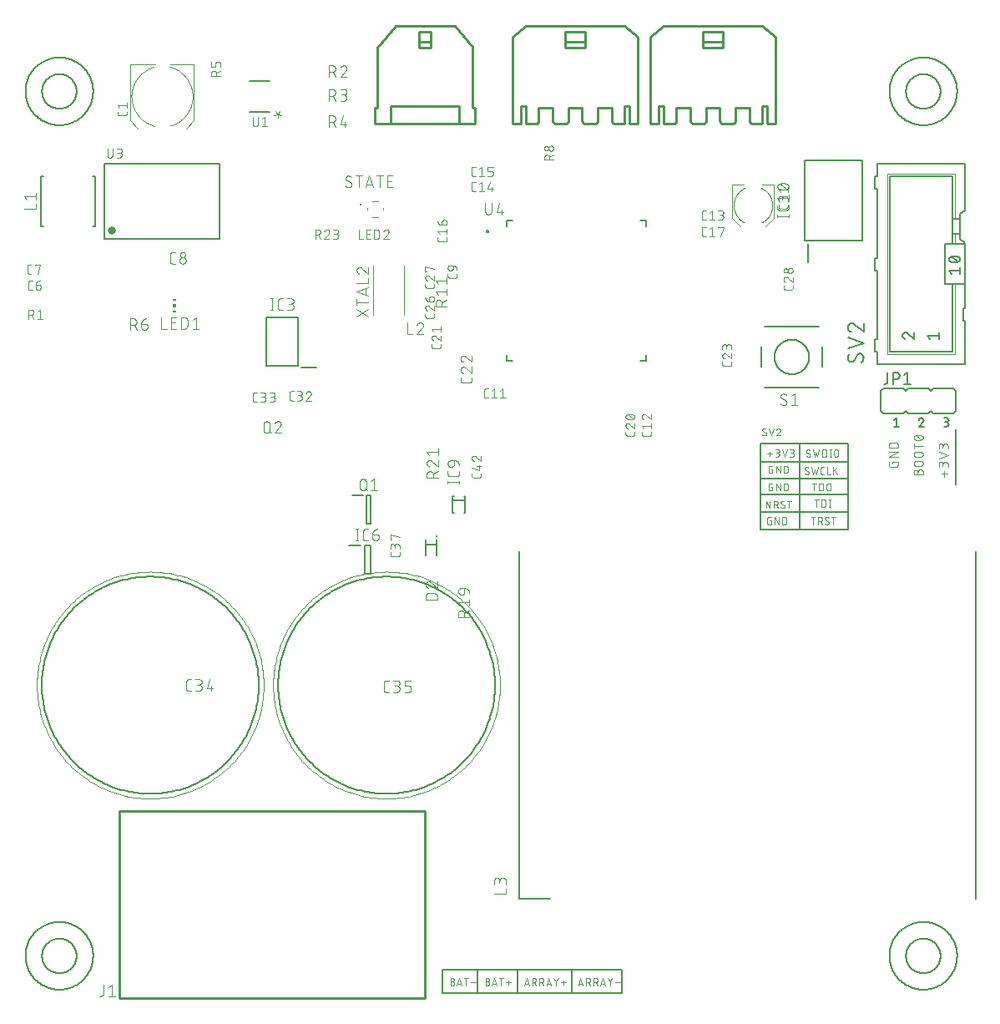
<source format=gbr>
G04 EAGLE Gerber RS-274X export*
G75*
%MOMM*%
%FSLAX34Y34*%
%LPD*%
%INSilkscreen Top*%
%IPPOS*%
%AMOC8*
5,1,8,0,0,1.08239X$1,22.5*%
G01*
%ADD10C,0.076200*%
%ADD11C,0.152400*%
%ADD12C,0.101600*%
%ADD13R,0.300000X0.150000*%
%ADD14R,0.300000X0.300000*%
%ADD15C,0.254000*%
%ADD16C,0.203200*%
%ADD17C,0.803200*%
%ADD18C,0.200000*%
%ADD19C,0.127000*%
%ADD20C,0.050800*%
%ADD21C,0.177800*%
%ADD22C,0.100000*%
%ADD23C,0.050000*%
%ADD24C,0.195000*%
%ADD25R,1.300000X0.250000*%
%ADD26C,0.100000*%


D10*
X906258Y555125D02*
X906258Y556692D01*
X911479Y556692D01*
X911479Y553559D01*
X911477Y553470D01*
X911471Y553382D01*
X911462Y553294D01*
X911449Y553206D01*
X911432Y553119D01*
X911412Y553033D01*
X911387Y552948D01*
X911360Y552863D01*
X911328Y552780D01*
X911294Y552699D01*
X911255Y552619D01*
X911214Y552541D01*
X911169Y552464D01*
X911121Y552390D01*
X911070Y552317D01*
X911016Y552247D01*
X910958Y552180D01*
X910898Y552114D01*
X910836Y552052D01*
X910770Y551992D01*
X910703Y551934D01*
X910633Y551880D01*
X910560Y551829D01*
X910486Y551781D01*
X910409Y551736D01*
X910331Y551695D01*
X910251Y551656D01*
X910170Y551622D01*
X910087Y551590D01*
X910002Y551563D01*
X909917Y551538D01*
X909831Y551518D01*
X909744Y551501D01*
X909656Y551488D01*
X909568Y551479D01*
X909480Y551473D01*
X909391Y551471D01*
X904169Y551471D01*
X904169Y551470D02*
X904078Y551472D01*
X903987Y551478D01*
X903896Y551488D01*
X903806Y551502D01*
X903717Y551520D01*
X903628Y551541D01*
X903541Y551567D01*
X903455Y551596D01*
X903370Y551629D01*
X903286Y551666D01*
X903204Y551706D01*
X903125Y551750D01*
X903047Y551797D01*
X902971Y551848D01*
X902897Y551902D01*
X902826Y551959D01*
X902758Y552019D01*
X902692Y552082D01*
X902629Y552148D01*
X902569Y552216D01*
X902512Y552287D01*
X902458Y552361D01*
X902407Y552437D01*
X902360Y552514D01*
X902316Y552594D01*
X902276Y552676D01*
X902239Y552760D01*
X902206Y552844D01*
X902177Y552931D01*
X902151Y553018D01*
X902130Y553107D01*
X902112Y553196D01*
X902098Y553286D01*
X902088Y553377D01*
X902082Y553468D01*
X902080Y553559D01*
X902081Y553559D02*
X902081Y556692D01*
X902081Y561224D02*
X911479Y561224D01*
X911479Y566445D02*
X902081Y561224D01*
X902081Y566445D02*
X911479Y566445D01*
X911479Y570978D02*
X902081Y570978D01*
X902081Y573588D01*
X902083Y573688D01*
X902089Y573788D01*
X902098Y573887D01*
X902112Y573987D01*
X902129Y574085D01*
X902150Y574183D01*
X902174Y574280D01*
X902203Y574376D01*
X902235Y574471D01*
X902270Y574564D01*
X902309Y574656D01*
X902352Y574747D01*
X902398Y574835D01*
X902448Y574922D01*
X902500Y575007D01*
X902556Y575090D01*
X902615Y575171D01*
X902678Y575249D01*
X902743Y575325D01*
X902811Y575399D01*
X902881Y575469D01*
X902955Y575537D01*
X903031Y575602D01*
X903109Y575665D01*
X903190Y575724D01*
X903273Y575780D01*
X903358Y575832D01*
X903445Y575882D01*
X903533Y575928D01*
X903624Y575971D01*
X903716Y576010D01*
X903809Y576045D01*
X903904Y576077D01*
X904000Y576106D01*
X904097Y576130D01*
X904195Y576151D01*
X904293Y576168D01*
X904393Y576182D01*
X904492Y576191D01*
X904592Y576197D01*
X904692Y576199D01*
X908868Y576199D01*
X908968Y576197D01*
X909068Y576191D01*
X909167Y576182D01*
X909267Y576168D01*
X909365Y576151D01*
X909463Y576130D01*
X909560Y576106D01*
X909656Y576077D01*
X909751Y576045D01*
X909844Y576010D01*
X909936Y575971D01*
X910027Y575928D01*
X910115Y575882D01*
X910202Y575832D01*
X910287Y575780D01*
X910370Y575724D01*
X910451Y575665D01*
X910529Y575602D01*
X910605Y575537D01*
X910679Y575469D01*
X910749Y575399D01*
X910817Y575325D01*
X910882Y575249D01*
X910945Y575171D01*
X911004Y575090D01*
X911060Y575007D01*
X911112Y574922D01*
X911162Y574835D01*
X911208Y574747D01*
X911251Y574656D01*
X911290Y574564D01*
X911325Y574471D01*
X911357Y574376D01*
X911386Y574280D01*
X911410Y574183D01*
X911431Y574085D01*
X911448Y573987D01*
X911462Y573887D01*
X911471Y573788D01*
X911477Y573688D01*
X911479Y573588D01*
X911479Y570978D01*
X931658Y546288D02*
X931658Y543677D01*
X931657Y546288D02*
X931659Y546389D01*
X931665Y546490D01*
X931675Y546591D01*
X931688Y546691D01*
X931706Y546791D01*
X931727Y546890D01*
X931753Y546988D01*
X931782Y547085D01*
X931814Y547181D01*
X931851Y547275D01*
X931891Y547368D01*
X931935Y547460D01*
X931982Y547549D01*
X932033Y547637D01*
X932087Y547723D01*
X932144Y547806D01*
X932204Y547888D01*
X932268Y547966D01*
X932334Y548043D01*
X932404Y548116D01*
X932476Y548187D01*
X932551Y548255D01*
X932629Y548320D01*
X932709Y548382D01*
X932791Y548441D01*
X932876Y548497D01*
X932963Y548549D01*
X933051Y548598D01*
X933142Y548644D01*
X933234Y548685D01*
X933328Y548724D01*
X933423Y548758D01*
X933519Y548789D01*
X933617Y548816D01*
X933715Y548840D01*
X933815Y548859D01*
X933915Y548875D01*
X934015Y548887D01*
X934116Y548895D01*
X934217Y548899D01*
X934319Y548899D01*
X934420Y548895D01*
X934521Y548887D01*
X934621Y548875D01*
X934721Y548859D01*
X934821Y548840D01*
X934919Y548816D01*
X935017Y548789D01*
X935113Y548758D01*
X935208Y548724D01*
X935302Y548685D01*
X935394Y548644D01*
X935485Y548598D01*
X935574Y548549D01*
X935660Y548497D01*
X935745Y548441D01*
X935827Y548382D01*
X935907Y548320D01*
X935985Y548255D01*
X936060Y548187D01*
X936132Y548116D01*
X936202Y548043D01*
X936268Y547966D01*
X936332Y547888D01*
X936392Y547806D01*
X936449Y547723D01*
X936503Y547637D01*
X936554Y547549D01*
X936601Y547460D01*
X936645Y547368D01*
X936685Y547275D01*
X936722Y547181D01*
X936754Y547085D01*
X936783Y546988D01*
X936809Y546890D01*
X936830Y546791D01*
X936848Y546691D01*
X936861Y546591D01*
X936871Y546490D01*
X936877Y546389D01*
X936879Y546288D01*
X936879Y543677D01*
X927481Y543677D01*
X927481Y546288D01*
X927483Y546378D01*
X927489Y546467D01*
X927498Y546557D01*
X927512Y546646D01*
X927529Y546734D01*
X927550Y546821D01*
X927575Y546908D01*
X927604Y546993D01*
X927636Y547077D01*
X927671Y547159D01*
X927711Y547240D01*
X927753Y547319D01*
X927799Y547396D01*
X927849Y547471D01*
X927901Y547544D01*
X927957Y547615D01*
X928015Y547683D01*
X928077Y547748D01*
X928141Y547811D01*
X928208Y547871D01*
X928277Y547928D01*
X928349Y547982D01*
X928423Y548033D01*
X928499Y548081D01*
X928577Y548125D01*
X928657Y548166D01*
X928739Y548204D01*
X928822Y548238D01*
X928907Y548268D01*
X928993Y548295D01*
X929079Y548318D01*
X929167Y548337D01*
X929256Y548352D01*
X929345Y548364D01*
X929434Y548372D01*
X929524Y548376D01*
X929614Y548376D01*
X929704Y548372D01*
X929793Y548364D01*
X929882Y548352D01*
X929971Y548337D01*
X930059Y548318D01*
X930145Y548295D01*
X930231Y548268D01*
X930316Y548238D01*
X930399Y548204D01*
X930481Y548166D01*
X930561Y548125D01*
X930639Y548081D01*
X930715Y548033D01*
X930789Y547982D01*
X930861Y547928D01*
X930930Y547871D01*
X930997Y547811D01*
X931061Y547748D01*
X931123Y547683D01*
X931181Y547615D01*
X931237Y547544D01*
X931289Y547471D01*
X931339Y547396D01*
X931385Y547319D01*
X931427Y547240D01*
X931467Y547159D01*
X931502Y547077D01*
X931534Y546993D01*
X931563Y546908D01*
X931588Y546821D01*
X931609Y546734D01*
X931626Y546646D01*
X931640Y546557D01*
X931649Y546467D01*
X931655Y546378D01*
X931657Y546288D01*
X930092Y552385D02*
X934268Y552385D01*
X930092Y552385D02*
X929991Y552387D01*
X929890Y552393D01*
X929789Y552403D01*
X929689Y552416D01*
X929589Y552434D01*
X929490Y552455D01*
X929392Y552481D01*
X929295Y552510D01*
X929199Y552542D01*
X929105Y552579D01*
X929012Y552619D01*
X928920Y552663D01*
X928831Y552710D01*
X928743Y552761D01*
X928657Y552815D01*
X928574Y552872D01*
X928492Y552932D01*
X928414Y552996D01*
X928337Y553062D01*
X928264Y553132D01*
X928193Y553204D01*
X928125Y553279D01*
X928060Y553357D01*
X927998Y553437D01*
X927939Y553519D01*
X927883Y553604D01*
X927831Y553691D01*
X927782Y553779D01*
X927736Y553870D01*
X927695Y553962D01*
X927656Y554056D01*
X927622Y554151D01*
X927591Y554247D01*
X927564Y554345D01*
X927540Y554443D01*
X927521Y554543D01*
X927505Y554643D01*
X927493Y554743D01*
X927485Y554844D01*
X927481Y554945D01*
X927481Y555047D01*
X927485Y555148D01*
X927493Y555249D01*
X927505Y555349D01*
X927521Y555449D01*
X927540Y555549D01*
X927564Y555647D01*
X927591Y555745D01*
X927622Y555841D01*
X927656Y555936D01*
X927695Y556030D01*
X927736Y556122D01*
X927782Y556213D01*
X927831Y556302D01*
X927883Y556388D01*
X927939Y556473D01*
X927998Y556555D01*
X928060Y556635D01*
X928125Y556713D01*
X928193Y556788D01*
X928264Y556860D01*
X928337Y556930D01*
X928414Y556996D01*
X928492Y557060D01*
X928574Y557120D01*
X928657Y557177D01*
X928743Y557231D01*
X928831Y557282D01*
X928920Y557329D01*
X929012Y557373D01*
X929105Y557413D01*
X929199Y557450D01*
X929295Y557482D01*
X929392Y557511D01*
X929490Y557537D01*
X929589Y557558D01*
X929689Y557576D01*
X929789Y557589D01*
X929890Y557599D01*
X929991Y557605D01*
X930092Y557607D01*
X930092Y557606D02*
X934268Y557606D01*
X934268Y557607D02*
X934369Y557605D01*
X934470Y557599D01*
X934571Y557589D01*
X934671Y557576D01*
X934771Y557558D01*
X934870Y557537D01*
X934968Y557511D01*
X935065Y557482D01*
X935161Y557450D01*
X935255Y557413D01*
X935348Y557373D01*
X935440Y557329D01*
X935529Y557282D01*
X935617Y557231D01*
X935703Y557177D01*
X935786Y557120D01*
X935868Y557060D01*
X935946Y556996D01*
X936023Y556930D01*
X936096Y556860D01*
X936167Y556788D01*
X936235Y556713D01*
X936300Y556635D01*
X936362Y556555D01*
X936421Y556473D01*
X936477Y556388D01*
X936529Y556302D01*
X936578Y556213D01*
X936624Y556122D01*
X936665Y556030D01*
X936704Y555936D01*
X936738Y555841D01*
X936769Y555745D01*
X936796Y555647D01*
X936820Y555549D01*
X936839Y555449D01*
X936855Y555349D01*
X936867Y555249D01*
X936875Y555148D01*
X936879Y555047D01*
X936879Y554945D01*
X936875Y554844D01*
X936867Y554743D01*
X936855Y554643D01*
X936839Y554543D01*
X936820Y554443D01*
X936796Y554345D01*
X936769Y554247D01*
X936738Y554151D01*
X936704Y554056D01*
X936665Y553962D01*
X936624Y553870D01*
X936578Y553779D01*
X936529Y553691D01*
X936477Y553604D01*
X936421Y553519D01*
X936362Y553437D01*
X936300Y553357D01*
X936235Y553279D01*
X936167Y553204D01*
X936096Y553132D01*
X936023Y553062D01*
X935946Y552996D01*
X935868Y552932D01*
X935786Y552872D01*
X935703Y552815D01*
X935617Y552761D01*
X935529Y552710D01*
X935440Y552663D01*
X935348Y552619D01*
X935255Y552579D01*
X935161Y552542D01*
X935065Y552510D01*
X934968Y552481D01*
X934870Y552455D01*
X934771Y552434D01*
X934671Y552416D01*
X934571Y552403D01*
X934470Y552393D01*
X934369Y552387D01*
X934268Y552385D01*
X934268Y561529D02*
X930092Y561529D01*
X929991Y561531D01*
X929890Y561537D01*
X929789Y561547D01*
X929689Y561560D01*
X929589Y561578D01*
X929490Y561599D01*
X929392Y561625D01*
X929295Y561654D01*
X929199Y561686D01*
X929105Y561723D01*
X929012Y561763D01*
X928920Y561807D01*
X928831Y561854D01*
X928743Y561905D01*
X928657Y561959D01*
X928574Y562016D01*
X928492Y562076D01*
X928414Y562140D01*
X928337Y562206D01*
X928264Y562276D01*
X928193Y562348D01*
X928125Y562423D01*
X928060Y562501D01*
X927998Y562581D01*
X927939Y562663D01*
X927883Y562748D01*
X927831Y562835D01*
X927782Y562923D01*
X927736Y563014D01*
X927695Y563106D01*
X927656Y563200D01*
X927622Y563295D01*
X927591Y563391D01*
X927564Y563489D01*
X927540Y563587D01*
X927521Y563687D01*
X927505Y563787D01*
X927493Y563887D01*
X927485Y563988D01*
X927481Y564089D01*
X927481Y564191D01*
X927485Y564292D01*
X927493Y564393D01*
X927505Y564493D01*
X927521Y564593D01*
X927540Y564693D01*
X927564Y564791D01*
X927591Y564889D01*
X927622Y564985D01*
X927656Y565080D01*
X927695Y565174D01*
X927736Y565266D01*
X927782Y565357D01*
X927831Y565446D01*
X927883Y565532D01*
X927939Y565617D01*
X927998Y565699D01*
X928060Y565779D01*
X928125Y565857D01*
X928193Y565932D01*
X928264Y566004D01*
X928337Y566074D01*
X928414Y566140D01*
X928492Y566204D01*
X928574Y566264D01*
X928657Y566321D01*
X928743Y566375D01*
X928831Y566426D01*
X928920Y566473D01*
X929012Y566517D01*
X929105Y566557D01*
X929199Y566594D01*
X929295Y566626D01*
X929392Y566655D01*
X929490Y566681D01*
X929589Y566702D01*
X929689Y566720D01*
X929789Y566733D01*
X929890Y566743D01*
X929991Y566749D01*
X930092Y566751D01*
X930092Y566750D02*
X934268Y566750D01*
X934268Y566751D02*
X934369Y566749D01*
X934470Y566743D01*
X934571Y566733D01*
X934671Y566720D01*
X934771Y566702D01*
X934870Y566681D01*
X934968Y566655D01*
X935065Y566626D01*
X935161Y566594D01*
X935255Y566557D01*
X935348Y566517D01*
X935440Y566473D01*
X935529Y566426D01*
X935617Y566375D01*
X935703Y566321D01*
X935786Y566264D01*
X935868Y566204D01*
X935946Y566140D01*
X936023Y566074D01*
X936096Y566004D01*
X936167Y565932D01*
X936235Y565857D01*
X936300Y565779D01*
X936362Y565699D01*
X936421Y565617D01*
X936477Y565532D01*
X936529Y565446D01*
X936578Y565357D01*
X936624Y565266D01*
X936665Y565174D01*
X936704Y565080D01*
X936738Y564985D01*
X936769Y564889D01*
X936796Y564791D01*
X936820Y564693D01*
X936839Y564593D01*
X936855Y564493D01*
X936867Y564393D01*
X936875Y564292D01*
X936879Y564191D01*
X936879Y564089D01*
X936875Y563988D01*
X936867Y563887D01*
X936855Y563787D01*
X936839Y563687D01*
X936820Y563587D01*
X936796Y563489D01*
X936769Y563391D01*
X936738Y563295D01*
X936704Y563200D01*
X936665Y563106D01*
X936624Y563014D01*
X936578Y562923D01*
X936529Y562835D01*
X936477Y562748D01*
X936421Y562663D01*
X936362Y562581D01*
X936300Y562501D01*
X936235Y562423D01*
X936167Y562348D01*
X936096Y562276D01*
X936023Y562206D01*
X935946Y562140D01*
X935868Y562076D01*
X935786Y562016D01*
X935703Y561959D01*
X935617Y561905D01*
X935529Y561854D01*
X935440Y561807D01*
X935348Y561763D01*
X935255Y561723D01*
X935161Y561686D01*
X935065Y561654D01*
X934968Y561625D01*
X934870Y561599D01*
X934771Y561578D01*
X934671Y561560D01*
X934571Y561547D01*
X934470Y561537D01*
X934369Y561531D01*
X934268Y561529D01*
X936879Y572674D02*
X927481Y572674D01*
X927481Y570064D02*
X927481Y575285D01*
X928786Y579381D02*
X928953Y579302D01*
X929122Y579227D01*
X929293Y579156D01*
X929465Y579089D01*
X929639Y579027D01*
X929815Y578968D01*
X929991Y578914D01*
X930169Y578864D01*
X930349Y578818D01*
X930529Y578776D01*
X930710Y578739D01*
X930892Y578706D01*
X931074Y578677D01*
X931258Y578653D01*
X931442Y578633D01*
X931626Y578618D01*
X931810Y578607D01*
X931995Y578600D01*
X932180Y578598D01*
X928786Y579380D02*
X928706Y579410D01*
X928627Y579443D01*
X928550Y579480D01*
X928474Y579520D01*
X928400Y579563D01*
X928328Y579609D01*
X928259Y579659D01*
X928191Y579711D01*
X928126Y579767D01*
X928063Y579825D01*
X928004Y579887D01*
X927946Y579950D01*
X927892Y580017D01*
X927841Y580085D01*
X927793Y580156D01*
X927748Y580229D01*
X927706Y580303D01*
X927668Y580380D01*
X927633Y580458D01*
X927601Y580537D01*
X927573Y580618D01*
X927549Y580700D01*
X927528Y580784D01*
X927511Y580867D01*
X927498Y580952D01*
X927489Y581037D01*
X927483Y581122D01*
X927481Y581208D01*
X927483Y581294D01*
X927489Y581379D01*
X927498Y581464D01*
X927511Y581549D01*
X927528Y581632D01*
X927549Y581716D01*
X927573Y581798D01*
X927601Y581879D01*
X927633Y581958D01*
X927668Y582036D01*
X927706Y582113D01*
X927748Y582187D01*
X927793Y582260D01*
X927841Y582331D01*
X927892Y582399D01*
X927946Y582466D01*
X928004Y582529D01*
X928063Y582591D01*
X928126Y582649D01*
X928191Y582705D01*
X928259Y582757D01*
X928328Y582807D01*
X928400Y582853D01*
X928474Y582896D01*
X928550Y582936D01*
X928627Y582973D01*
X928706Y583006D01*
X928786Y583036D01*
X928953Y583115D01*
X929122Y583190D01*
X929293Y583261D01*
X929465Y583328D01*
X929639Y583390D01*
X929815Y583449D01*
X929991Y583503D01*
X930169Y583553D01*
X930349Y583599D01*
X930529Y583641D01*
X930710Y583678D01*
X930892Y583711D01*
X931074Y583740D01*
X931258Y583764D01*
X931442Y583784D01*
X931626Y583799D01*
X931810Y583810D01*
X931995Y583817D01*
X932180Y583819D01*
X932180Y578598D02*
X932365Y578600D01*
X932550Y578607D01*
X932734Y578618D01*
X932918Y578633D01*
X933102Y578653D01*
X933286Y578677D01*
X933468Y578706D01*
X933650Y578739D01*
X933831Y578776D01*
X934011Y578818D01*
X934191Y578864D01*
X934369Y578914D01*
X934545Y578968D01*
X934721Y579027D01*
X934895Y579089D01*
X935067Y579156D01*
X935238Y579227D01*
X935407Y579302D01*
X935574Y579381D01*
X935574Y579380D02*
X935654Y579410D01*
X935733Y579443D01*
X935810Y579480D01*
X935886Y579520D01*
X935960Y579563D01*
X936032Y579609D01*
X936101Y579659D01*
X936169Y579712D01*
X936234Y579767D01*
X936297Y579826D01*
X936356Y579887D01*
X936414Y579950D01*
X936468Y580017D01*
X936519Y580085D01*
X936567Y580156D01*
X936612Y580229D01*
X936654Y580303D01*
X936692Y580380D01*
X936727Y580458D01*
X936759Y580537D01*
X936787Y580618D01*
X936811Y580700D01*
X936832Y580784D01*
X936849Y580867D01*
X936862Y580952D01*
X936871Y581037D01*
X936877Y581122D01*
X936879Y581208D01*
X935574Y583036D02*
X935407Y583115D01*
X935238Y583190D01*
X935067Y583261D01*
X934895Y583328D01*
X934721Y583390D01*
X934545Y583449D01*
X934369Y583503D01*
X934191Y583553D01*
X934011Y583599D01*
X933831Y583641D01*
X933650Y583678D01*
X933468Y583711D01*
X933286Y583740D01*
X933102Y583764D01*
X932918Y583784D01*
X932734Y583799D01*
X932550Y583810D01*
X932365Y583817D01*
X932180Y583819D01*
X935574Y583036D02*
X935654Y583006D01*
X935733Y582973D01*
X935810Y582936D01*
X935886Y582896D01*
X935960Y582853D01*
X936032Y582807D01*
X936101Y582757D01*
X936169Y582705D01*
X936234Y582649D01*
X936297Y582591D01*
X936356Y582529D01*
X936414Y582466D01*
X936468Y582399D01*
X936519Y582331D01*
X936567Y582260D01*
X936612Y582187D01*
X936654Y582113D01*
X936692Y582036D01*
X936727Y581958D01*
X936759Y581879D01*
X936787Y581798D01*
X936811Y581716D01*
X936832Y581632D01*
X936849Y581549D01*
X936862Y581464D01*
X936871Y581379D01*
X936877Y581294D01*
X936879Y581208D01*
X934791Y579120D02*
X929569Y583297D01*
X958624Y547410D02*
X958624Y541144D01*
X961757Y544277D02*
X955492Y544277D01*
X962279Y551420D02*
X962279Y554031D01*
X962277Y554132D01*
X962271Y554233D01*
X962261Y554334D01*
X962248Y554434D01*
X962230Y554534D01*
X962209Y554633D01*
X962183Y554731D01*
X962154Y554828D01*
X962122Y554924D01*
X962085Y555018D01*
X962045Y555111D01*
X962001Y555203D01*
X961954Y555292D01*
X961903Y555380D01*
X961849Y555466D01*
X961792Y555549D01*
X961732Y555631D01*
X961668Y555709D01*
X961602Y555786D01*
X961532Y555859D01*
X961460Y555930D01*
X961385Y555998D01*
X961307Y556063D01*
X961227Y556125D01*
X961145Y556184D01*
X961060Y556240D01*
X960974Y556292D01*
X960885Y556341D01*
X960794Y556387D01*
X960702Y556428D01*
X960608Y556467D01*
X960513Y556501D01*
X960417Y556532D01*
X960319Y556559D01*
X960221Y556583D01*
X960121Y556602D01*
X960021Y556618D01*
X959921Y556630D01*
X959820Y556638D01*
X959719Y556642D01*
X959617Y556642D01*
X959516Y556638D01*
X959415Y556630D01*
X959315Y556618D01*
X959215Y556602D01*
X959115Y556583D01*
X959017Y556559D01*
X958919Y556532D01*
X958823Y556501D01*
X958728Y556467D01*
X958634Y556428D01*
X958542Y556387D01*
X958451Y556341D01*
X958363Y556292D01*
X958276Y556240D01*
X958191Y556184D01*
X958109Y556125D01*
X958029Y556063D01*
X957951Y555998D01*
X957876Y555930D01*
X957804Y555859D01*
X957734Y555786D01*
X957668Y555709D01*
X957604Y555631D01*
X957544Y555549D01*
X957487Y555466D01*
X957433Y555380D01*
X957382Y555292D01*
X957335Y555203D01*
X957291Y555111D01*
X957251Y555018D01*
X957214Y554924D01*
X957182Y554828D01*
X957153Y554731D01*
X957127Y554633D01*
X957106Y554534D01*
X957088Y554434D01*
X957075Y554334D01*
X957065Y554233D01*
X957059Y554132D01*
X957057Y554031D01*
X952881Y554553D02*
X952881Y551420D01*
X952881Y554553D02*
X952883Y554643D01*
X952889Y554732D01*
X952898Y554822D01*
X952912Y554911D01*
X952929Y554999D01*
X952950Y555086D01*
X952975Y555173D01*
X953004Y555258D01*
X953036Y555342D01*
X953071Y555424D01*
X953111Y555505D01*
X953153Y555584D01*
X953199Y555661D01*
X953249Y555736D01*
X953301Y555809D01*
X953357Y555880D01*
X953415Y555948D01*
X953477Y556013D01*
X953541Y556076D01*
X953608Y556136D01*
X953677Y556193D01*
X953749Y556247D01*
X953823Y556298D01*
X953899Y556346D01*
X953977Y556390D01*
X954057Y556431D01*
X954139Y556469D01*
X954222Y556503D01*
X954307Y556533D01*
X954393Y556560D01*
X954479Y556583D01*
X954567Y556602D01*
X954656Y556617D01*
X954745Y556629D01*
X954834Y556637D01*
X954924Y556641D01*
X955014Y556641D01*
X955104Y556637D01*
X955193Y556629D01*
X955282Y556617D01*
X955371Y556602D01*
X955459Y556583D01*
X955545Y556560D01*
X955631Y556533D01*
X955716Y556503D01*
X955799Y556469D01*
X955881Y556431D01*
X955961Y556390D01*
X956039Y556346D01*
X956115Y556298D01*
X956189Y556247D01*
X956261Y556193D01*
X956330Y556136D01*
X956397Y556076D01*
X956461Y556013D01*
X956523Y555948D01*
X956581Y555880D01*
X956637Y555809D01*
X956689Y555736D01*
X956739Y555661D01*
X956785Y555584D01*
X956827Y555505D01*
X956867Y555424D01*
X956902Y555342D01*
X956934Y555258D01*
X956963Y555173D01*
X956988Y555086D01*
X957009Y554999D01*
X957026Y554911D01*
X957040Y554822D01*
X957049Y554732D01*
X957055Y554643D01*
X957057Y554553D01*
X957058Y554553D02*
X957058Y552464D01*
X952881Y560042D02*
X962279Y563175D01*
X952881Y566307D01*
X962279Y569708D02*
X962279Y572318D01*
X962277Y572419D01*
X962271Y572520D01*
X962261Y572621D01*
X962248Y572721D01*
X962230Y572821D01*
X962209Y572920D01*
X962183Y573018D01*
X962154Y573115D01*
X962122Y573211D01*
X962085Y573305D01*
X962045Y573398D01*
X962001Y573490D01*
X961954Y573579D01*
X961903Y573667D01*
X961849Y573753D01*
X961792Y573836D01*
X961732Y573918D01*
X961668Y573996D01*
X961602Y574073D01*
X961532Y574146D01*
X961460Y574217D01*
X961385Y574285D01*
X961307Y574350D01*
X961227Y574412D01*
X961145Y574471D01*
X961060Y574527D01*
X960974Y574579D01*
X960885Y574628D01*
X960794Y574674D01*
X960702Y574715D01*
X960608Y574754D01*
X960513Y574788D01*
X960417Y574819D01*
X960319Y574846D01*
X960221Y574870D01*
X960121Y574889D01*
X960021Y574905D01*
X959921Y574917D01*
X959820Y574925D01*
X959719Y574929D01*
X959617Y574929D01*
X959516Y574925D01*
X959415Y574917D01*
X959315Y574905D01*
X959215Y574889D01*
X959115Y574870D01*
X959017Y574846D01*
X958919Y574819D01*
X958823Y574788D01*
X958728Y574754D01*
X958634Y574715D01*
X958542Y574674D01*
X958451Y574628D01*
X958363Y574579D01*
X958276Y574527D01*
X958191Y574471D01*
X958109Y574412D01*
X958029Y574350D01*
X957951Y574285D01*
X957876Y574217D01*
X957804Y574146D01*
X957734Y574073D01*
X957668Y573996D01*
X957604Y573918D01*
X957544Y573836D01*
X957487Y573753D01*
X957433Y573667D01*
X957382Y573579D01*
X957335Y573490D01*
X957291Y573398D01*
X957251Y573305D01*
X957214Y573211D01*
X957182Y573115D01*
X957153Y573018D01*
X957127Y572920D01*
X957106Y572821D01*
X957088Y572721D01*
X957075Y572621D01*
X957065Y572520D01*
X957059Y572419D01*
X957057Y572318D01*
X952881Y572841D02*
X952881Y569708D01*
X952881Y572841D02*
X952883Y572931D01*
X952889Y573020D01*
X952898Y573110D01*
X952912Y573199D01*
X952929Y573287D01*
X952950Y573374D01*
X952975Y573461D01*
X953004Y573546D01*
X953036Y573630D01*
X953071Y573712D01*
X953111Y573793D01*
X953153Y573872D01*
X953199Y573949D01*
X953249Y574024D01*
X953301Y574097D01*
X953357Y574168D01*
X953415Y574236D01*
X953477Y574301D01*
X953541Y574364D01*
X953608Y574424D01*
X953677Y574481D01*
X953749Y574535D01*
X953823Y574586D01*
X953899Y574634D01*
X953977Y574678D01*
X954057Y574719D01*
X954139Y574757D01*
X954222Y574791D01*
X954307Y574821D01*
X954393Y574848D01*
X954479Y574871D01*
X954567Y574890D01*
X954656Y574905D01*
X954745Y574917D01*
X954834Y574925D01*
X954924Y574929D01*
X955014Y574929D01*
X955104Y574925D01*
X955193Y574917D01*
X955282Y574905D01*
X955371Y574890D01*
X955459Y574871D01*
X955545Y574848D01*
X955631Y574821D01*
X955716Y574791D01*
X955799Y574757D01*
X955881Y574719D01*
X955961Y574678D01*
X956039Y574634D01*
X956115Y574586D01*
X956189Y574535D01*
X956261Y574481D01*
X956330Y574424D01*
X956397Y574364D01*
X956461Y574301D01*
X956523Y574236D01*
X956581Y574168D01*
X956637Y574097D01*
X956689Y574024D01*
X956739Y573949D01*
X956785Y573872D01*
X956827Y573793D01*
X956867Y573712D01*
X956902Y573630D01*
X956934Y573546D01*
X956963Y573461D01*
X956988Y573374D01*
X957009Y573287D01*
X957026Y573199D01*
X957040Y573110D01*
X957049Y573020D01*
X957055Y572931D01*
X957057Y572841D01*
X957058Y572841D02*
X957058Y570752D01*
D11*
X970280Y589280D02*
X970280Y533400D01*
D10*
X783802Y564586D02*
X778891Y564586D01*
X781346Y567041D02*
X781346Y562130D01*
X787103Y561721D02*
X789149Y561721D01*
X789238Y561723D01*
X789327Y561729D01*
X789416Y561739D01*
X789504Y561752D01*
X789592Y561769D01*
X789679Y561791D01*
X789764Y561816D01*
X789849Y561844D01*
X789932Y561877D01*
X790014Y561913D01*
X790094Y561952D01*
X790172Y561995D01*
X790248Y562041D01*
X790323Y562091D01*
X790395Y562144D01*
X790464Y562200D01*
X790531Y562259D01*
X790596Y562320D01*
X790657Y562385D01*
X790716Y562452D01*
X790772Y562521D01*
X790825Y562593D01*
X790875Y562668D01*
X790921Y562744D01*
X790964Y562822D01*
X791003Y562902D01*
X791039Y562984D01*
X791072Y563067D01*
X791100Y563152D01*
X791125Y563237D01*
X791147Y563324D01*
X791164Y563412D01*
X791177Y563500D01*
X791187Y563589D01*
X791193Y563678D01*
X791195Y563767D01*
X791193Y563856D01*
X791187Y563945D01*
X791177Y564034D01*
X791164Y564122D01*
X791147Y564210D01*
X791125Y564297D01*
X791100Y564382D01*
X791072Y564467D01*
X791039Y564550D01*
X791003Y564632D01*
X790964Y564712D01*
X790921Y564790D01*
X790875Y564866D01*
X790825Y564941D01*
X790772Y565013D01*
X790716Y565082D01*
X790657Y565149D01*
X790596Y565214D01*
X790531Y565275D01*
X790464Y565334D01*
X790395Y565390D01*
X790323Y565443D01*
X790248Y565493D01*
X790172Y565539D01*
X790094Y565582D01*
X790014Y565621D01*
X789932Y565657D01*
X789849Y565690D01*
X789764Y565718D01*
X789679Y565743D01*
X789592Y565765D01*
X789504Y565782D01*
X789416Y565795D01*
X789327Y565805D01*
X789238Y565811D01*
X789149Y565813D01*
X789558Y569087D02*
X787103Y569087D01*
X789558Y569087D02*
X789637Y569085D01*
X789716Y569079D01*
X789795Y569070D01*
X789873Y569057D01*
X789950Y569039D01*
X790026Y569019D01*
X790101Y568994D01*
X790175Y568966D01*
X790248Y568935D01*
X790319Y568899D01*
X790388Y568861D01*
X790455Y568819D01*
X790520Y568774D01*
X790583Y568726D01*
X790644Y568675D01*
X790701Y568621D01*
X790757Y568565D01*
X790809Y568506D01*
X790859Y568444D01*
X790905Y568380D01*
X790949Y568314D01*
X790989Y568246D01*
X791025Y568176D01*
X791059Y568104D01*
X791089Y568030D01*
X791115Y567956D01*
X791138Y567880D01*
X791156Y567803D01*
X791172Y567726D01*
X791183Y567647D01*
X791191Y567569D01*
X791195Y567490D01*
X791195Y567410D01*
X791191Y567331D01*
X791183Y567253D01*
X791172Y567174D01*
X791156Y567097D01*
X791138Y567020D01*
X791115Y566944D01*
X791089Y566870D01*
X791059Y566796D01*
X791025Y566724D01*
X790989Y566654D01*
X790949Y566586D01*
X790905Y566520D01*
X790859Y566456D01*
X790809Y566394D01*
X790757Y566335D01*
X790701Y566279D01*
X790644Y566225D01*
X790583Y566174D01*
X790520Y566126D01*
X790455Y566081D01*
X790388Y566039D01*
X790319Y566001D01*
X790248Y565965D01*
X790175Y565934D01*
X790101Y565906D01*
X790026Y565881D01*
X789950Y565861D01*
X789873Y565843D01*
X789795Y565830D01*
X789716Y565821D01*
X789637Y565815D01*
X789558Y565813D01*
X787922Y565813D01*
X794009Y569087D02*
X796464Y561721D01*
X798920Y569087D01*
X801733Y561721D02*
X803780Y561721D01*
X803869Y561723D01*
X803958Y561729D01*
X804047Y561739D01*
X804135Y561752D01*
X804223Y561769D01*
X804310Y561791D01*
X804395Y561816D01*
X804480Y561844D01*
X804563Y561877D01*
X804645Y561913D01*
X804725Y561952D01*
X804803Y561995D01*
X804879Y562041D01*
X804954Y562091D01*
X805026Y562144D01*
X805095Y562200D01*
X805162Y562259D01*
X805227Y562320D01*
X805288Y562385D01*
X805347Y562452D01*
X805403Y562521D01*
X805456Y562593D01*
X805506Y562668D01*
X805552Y562744D01*
X805595Y562822D01*
X805634Y562902D01*
X805670Y562984D01*
X805703Y563067D01*
X805731Y563152D01*
X805756Y563237D01*
X805778Y563324D01*
X805795Y563412D01*
X805808Y563500D01*
X805818Y563589D01*
X805824Y563678D01*
X805826Y563767D01*
X805824Y563856D01*
X805818Y563945D01*
X805808Y564034D01*
X805795Y564122D01*
X805778Y564210D01*
X805756Y564297D01*
X805731Y564382D01*
X805703Y564467D01*
X805670Y564550D01*
X805634Y564632D01*
X805595Y564712D01*
X805552Y564790D01*
X805506Y564866D01*
X805456Y564941D01*
X805403Y565013D01*
X805347Y565082D01*
X805288Y565149D01*
X805227Y565214D01*
X805162Y565275D01*
X805095Y565334D01*
X805026Y565390D01*
X804954Y565443D01*
X804879Y565493D01*
X804803Y565539D01*
X804725Y565582D01*
X804645Y565621D01*
X804563Y565657D01*
X804480Y565690D01*
X804395Y565718D01*
X804310Y565743D01*
X804223Y565765D01*
X804135Y565782D01*
X804047Y565795D01*
X803958Y565805D01*
X803869Y565811D01*
X803780Y565813D01*
X804189Y569087D02*
X801733Y569087D01*
X804189Y569087D02*
X804268Y569085D01*
X804347Y569079D01*
X804426Y569070D01*
X804504Y569057D01*
X804581Y569039D01*
X804657Y569019D01*
X804732Y568994D01*
X804806Y568966D01*
X804879Y568935D01*
X804950Y568899D01*
X805019Y568861D01*
X805086Y568819D01*
X805151Y568774D01*
X805214Y568726D01*
X805275Y568675D01*
X805332Y568621D01*
X805388Y568565D01*
X805440Y568506D01*
X805490Y568444D01*
X805536Y568380D01*
X805580Y568314D01*
X805620Y568246D01*
X805656Y568176D01*
X805690Y568104D01*
X805720Y568030D01*
X805746Y567956D01*
X805769Y567880D01*
X805787Y567803D01*
X805803Y567726D01*
X805814Y567647D01*
X805822Y567569D01*
X805826Y567490D01*
X805826Y567410D01*
X805822Y567331D01*
X805814Y567253D01*
X805803Y567174D01*
X805787Y567097D01*
X805769Y567020D01*
X805746Y566944D01*
X805720Y566870D01*
X805690Y566796D01*
X805656Y566724D01*
X805620Y566654D01*
X805580Y566586D01*
X805536Y566520D01*
X805490Y566456D01*
X805440Y566394D01*
X805388Y566335D01*
X805332Y566279D01*
X805275Y566225D01*
X805214Y566174D01*
X805151Y566126D01*
X805086Y566081D01*
X805019Y566039D01*
X804950Y566001D01*
X804879Y565965D01*
X804806Y565934D01*
X804732Y565906D01*
X804657Y565881D01*
X804581Y565861D01*
X804504Y565843D01*
X804426Y565830D01*
X804347Y565821D01*
X804268Y565815D01*
X804189Y565813D01*
X802552Y565813D01*
X820716Y561721D02*
X820794Y561723D01*
X820872Y561728D01*
X820949Y561738D01*
X821026Y561751D01*
X821102Y561767D01*
X821177Y561787D01*
X821251Y561811D01*
X821324Y561838D01*
X821396Y561869D01*
X821466Y561903D01*
X821535Y561940D01*
X821601Y561981D01*
X821666Y562025D01*
X821728Y562071D01*
X821788Y562121D01*
X821846Y562173D01*
X821901Y562228D01*
X821953Y562286D01*
X822003Y562346D01*
X822049Y562408D01*
X822093Y562473D01*
X822134Y562540D01*
X822171Y562608D01*
X822205Y562678D01*
X822236Y562750D01*
X822263Y562823D01*
X822287Y562897D01*
X822307Y562972D01*
X822323Y563048D01*
X822336Y563125D01*
X822346Y563202D01*
X822351Y563280D01*
X822353Y563358D01*
X820716Y561721D02*
X820602Y561723D01*
X820489Y561728D01*
X820375Y561738D01*
X820262Y561751D01*
X820150Y561768D01*
X820038Y561788D01*
X819927Y561812D01*
X819816Y561840D01*
X819707Y561871D01*
X819599Y561906D01*
X819492Y561945D01*
X819386Y561987D01*
X819282Y562032D01*
X819179Y562081D01*
X819078Y562134D01*
X818979Y562189D01*
X818881Y562248D01*
X818786Y562310D01*
X818693Y562375D01*
X818601Y562443D01*
X818513Y562514D01*
X818426Y562588D01*
X818342Y562665D01*
X818261Y562744D01*
X818465Y567450D02*
X818467Y567528D01*
X818472Y567606D01*
X818482Y567683D01*
X818495Y567760D01*
X818511Y567836D01*
X818531Y567911D01*
X818555Y567985D01*
X818582Y568058D01*
X818613Y568130D01*
X818647Y568200D01*
X818684Y568269D01*
X818725Y568335D01*
X818769Y568400D01*
X818815Y568462D01*
X818865Y568522D01*
X818917Y568580D01*
X818972Y568635D01*
X819030Y568687D01*
X819090Y568737D01*
X819152Y568783D01*
X819217Y568827D01*
X819284Y568868D01*
X819352Y568905D01*
X819422Y568939D01*
X819494Y568970D01*
X819567Y568997D01*
X819641Y569021D01*
X819716Y569041D01*
X819792Y569057D01*
X819869Y569070D01*
X819946Y569080D01*
X820024Y569085D01*
X820102Y569087D01*
X820212Y569085D01*
X820321Y569079D01*
X820431Y569069D01*
X820539Y569056D01*
X820648Y569038D01*
X820755Y569017D01*
X820862Y568991D01*
X820968Y568962D01*
X821073Y568930D01*
X821176Y568893D01*
X821278Y568853D01*
X821379Y568809D01*
X821478Y568761D01*
X821575Y568711D01*
X821670Y568656D01*
X821763Y568598D01*
X821854Y568537D01*
X821943Y568473D01*
X819284Y566017D02*
X819217Y566059D01*
X819152Y566103D01*
X819090Y566151D01*
X819030Y566201D01*
X818972Y566254D01*
X818917Y566310D01*
X818865Y566369D01*
X818815Y566429D01*
X818768Y566493D01*
X818725Y566558D01*
X818684Y566625D01*
X818647Y566694D01*
X818613Y566765D01*
X818582Y566837D01*
X818555Y566911D01*
X818531Y566985D01*
X818511Y567061D01*
X818495Y567138D01*
X818482Y567215D01*
X818472Y567293D01*
X818467Y567372D01*
X818465Y567450D01*
X821535Y564790D02*
X821601Y564748D01*
X821666Y564704D01*
X821728Y564657D01*
X821788Y564606D01*
X821846Y564553D01*
X821901Y564497D01*
X821954Y564439D01*
X822003Y564378D01*
X822050Y564315D01*
X822093Y564250D01*
X822134Y564183D01*
X822171Y564114D01*
X822205Y564043D01*
X822236Y563971D01*
X822263Y563897D01*
X822287Y563822D01*
X822307Y563747D01*
X822323Y563670D01*
X822336Y563593D01*
X822346Y563515D01*
X822351Y563436D01*
X822353Y563358D01*
X821535Y564790D02*
X819284Y566018D01*
X825080Y569087D02*
X826717Y561721D01*
X828354Y566632D01*
X829991Y561721D01*
X831628Y569087D01*
X834842Y569087D02*
X834842Y561721D01*
X834842Y569087D02*
X836888Y569087D01*
X836977Y569085D01*
X837066Y569079D01*
X837155Y569069D01*
X837243Y569056D01*
X837331Y569039D01*
X837418Y569017D01*
X837503Y568992D01*
X837588Y568964D01*
X837671Y568931D01*
X837753Y568895D01*
X837833Y568856D01*
X837911Y568813D01*
X837987Y568767D01*
X838062Y568717D01*
X838134Y568664D01*
X838203Y568608D01*
X838270Y568549D01*
X838335Y568488D01*
X838396Y568423D01*
X838455Y568356D01*
X838511Y568287D01*
X838564Y568215D01*
X838614Y568140D01*
X838660Y568064D01*
X838703Y567986D01*
X838742Y567906D01*
X838778Y567824D01*
X838811Y567741D01*
X838839Y567656D01*
X838864Y567571D01*
X838886Y567484D01*
X838903Y567396D01*
X838916Y567308D01*
X838926Y567219D01*
X838932Y567130D01*
X838934Y567041D01*
X838934Y563767D01*
X838932Y563678D01*
X838926Y563589D01*
X838916Y563500D01*
X838903Y563412D01*
X838886Y563324D01*
X838864Y563237D01*
X838839Y563152D01*
X838811Y563067D01*
X838778Y562984D01*
X838742Y562902D01*
X838703Y562822D01*
X838660Y562744D01*
X838614Y562668D01*
X838564Y562593D01*
X838511Y562521D01*
X838455Y562452D01*
X838396Y562385D01*
X838335Y562320D01*
X838270Y562259D01*
X838203Y562200D01*
X838134Y562144D01*
X838062Y562091D01*
X837987Y562041D01*
X837911Y561995D01*
X837833Y561952D01*
X837753Y561913D01*
X837671Y561877D01*
X837588Y561844D01*
X837503Y561816D01*
X837418Y561791D01*
X837331Y561769D01*
X837243Y561752D01*
X837155Y561739D01*
X837066Y561729D01*
X836977Y561723D01*
X836888Y561721D01*
X834842Y561721D01*
X842984Y561721D02*
X842984Y569087D01*
X842166Y561721D02*
X843803Y561721D01*
X843803Y569087D02*
X842166Y569087D01*
X846790Y567041D02*
X846790Y563767D01*
X846790Y567041D02*
X846792Y567130D01*
X846798Y567219D01*
X846808Y567308D01*
X846821Y567396D01*
X846838Y567484D01*
X846860Y567571D01*
X846885Y567656D01*
X846913Y567741D01*
X846946Y567824D01*
X846982Y567906D01*
X847021Y567986D01*
X847064Y568064D01*
X847110Y568140D01*
X847160Y568215D01*
X847213Y568287D01*
X847269Y568356D01*
X847328Y568423D01*
X847389Y568488D01*
X847454Y568549D01*
X847521Y568608D01*
X847590Y568664D01*
X847662Y568717D01*
X847737Y568767D01*
X847813Y568813D01*
X847891Y568856D01*
X847971Y568895D01*
X848053Y568931D01*
X848136Y568964D01*
X848221Y568992D01*
X848306Y569017D01*
X848393Y569039D01*
X848481Y569056D01*
X848569Y569069D01*
X848658Y569079D01*
X848747Y569085D01*
X848836Y569087D01*
X848925Y569085D01*
X849014Y569079D01*
X849103Y569069D01*
X849191Y569056D01*
X849279Y569039D01*
X849366Y569017D01*
X849451Y568992D01*
X849536Y568964D01*
X849619Y568931D01*
X849701Y568895D01*
X849781Y568856D01*
X849859Y568813D01*
X849935Y568767D01*
X850010Y568717D01*
X850082Y568664D01*
X850151Y568608D01*
X850218Y568549D01*
X850283Y568488D01*
X850344Y568423D01*
X850403Y568356D01*
X850459Y568287D01*
X850512Y568215D01*
X850562Y568140D01*
X850608Y568064D01*
X850651Y567986D01*
X850690Y567906D01*
X850726Y567824D01*
X850759Y567741D01*
X850787Y567656D01*
X850812Y567571D01*
X850834Y567484D01*
X850851Y567396D01*
X850864Y567308D01*
X850874Y567219D01*
X850880Y567130D01*
X850882Y567041D01*
X850882Y563767D01*
X850880Y563678D01*
X850874Y563589D01*
X850864Y563500D01*
X850851Y563412D01*
X850834Y563324D01*
X850812Y563237D01*
X850787Y563152D01*
X850759Y563067D01*
X850726Y562984D01*
X850690Y562902D01*
X850651Y562822D01*
X850608Y562744D01*
X850562Y562668D01*
X850512Y562593D01*
X850459Y562521D01*
X850403Y562452D01*
X850344Y562385D01*
X850283Y562320D01*
X850218Y562259D01*
X850151Y562200D01*
X850082Y562144D01*
X850010Y562091D01*
X849935Y562041D01*
X849859Y561995D01*
X849781Y561952D01*
X849701Y561913D01*
X849619Y561877D01*
X849536Y561844D01*
X849451Y561816D01*
X849366Y561791D01*
X849279Y561769D01*
X849191Y561752D01*
X849103Y561739D01*
X849014Y561729D01*
X848925Y561723D01*
X848836Y561721D01*
X848747Y561723D01*
X848658Y561729D01*
X848569Y561739D01*
X848481Y561752D01*
X848393Y561769D01*
X848306Y561791D01*
X848221Y561816D01*
X848136Y561844D01*
X848053Y561877D01*
X847971Y561913D01*
X847891Y561952D01*
X847813Y561995D01*
X847737Y562041D01*
X847662Y562091D01*
X847590Y562144D01*
X847521Y562200D01*
X847454Y562259D01*
X847389Y562320D01*
X847328Y562385D01*
X847269Y562452D01*
X847213Y562521D01*
X847160Y562593D01*
X847110Y562668D01*
X847064Y562744D01*
X847021Y562822D01*
X846982Y562902D01*
X846946Y562984D01*
X846913Y563067D01*
X846885Y563152D01*
X846860Y563237D01*
X846838Y563324D01*
X846821Y563412D01*
X846808Y563500D01*
X846798Y563589D01*
X846792Y563678D01*
X846790Y563767D01*
X821083Y545578D02*
X821081Y545500D01*
X821076Y545422D01*
X821066Y545345D01*
X821053Y545268D01*
X821037Y545192D01*
X821017Y545117D01*
X820993Y545043D01*
X820966Y544970D01*
X820935Y544898D01*
X820901Y544828D01*
X820864Y544760D01*
X820823Y544693D01*
X820779Y544628D01*
X820733Y544566D01*
X820683Y544506D01*
X820631Y544448D01*
X820576Y544393D01*
X820518Y544341D01*
X820458Y544291D01*
X820396Y544245D01*
X820331Y544201D01*
X820265Y544160D01*
X820196Y544123D01*
X820126Y544089D01*
X820054Y544058D01*
X819981Y544031D01*
X819907Y544007D01*
X819832Y543987D01*
X819756Y543971D01*
X819679Y543958D01*
X819602Y543948D01*
X819524Y543943D01*
X819446Y543941D01*
X819332Y543943D01*
X819219Y543948D01*
X819105Y543958D01*
X818992Y543971D01*
X818880Y543988D01*
X818768Y544008D01*
X818657Y544032D01*
X818546Y544060D01*
X818437Y544091D01*
X818329Y544126D01*
X818222Y544165D01*
X818116Y544207D01*
X818012Y544252D01*
X817909Y544301D01*
X817808Y544354D01*
X817709Y544409D01*
X817611Y544468D01*
X817516Y544530D01*
X817423Y544595D01*
X817331Y544663D01*
X817243Y544734D01*
X817156Y544808D01*
X817072Y544885D01*
X816991Y544964D01*
X817195Y549670D02*
X817197Y549748D01*
X817202Y549826D01*
X817212Y549903D01*
X817225Y549980D01*
X817241Y550056D01*
X817261Y550131D01*
X817285Y550205D01*
X817312Y550278D01*
X817343Y550350D01*
X817377Y550420D01*
X817414Y550489D01*
X817455Y550555D01*
X817499Y550620D01*
X817545Y550682D01*
X817595Y550742D01*
X817647Y550800D01*
X817702Y550855D01*
X817760Y550907D01*
X817820Y550957D01*
X817882Y551003D01*
X817947Y551047D01*
X818014Y551088D01*
X818082Y551125D01*
X818152Y551159D01*
X818224Y551190D01*
X818297Y551217D01*
X818371Y551241D01*
X818446Y551261D01*
X818522Y551277D01*
X818599Y551290D01*
X818676Y551300D01*
X818754Y551305D01*
X818832Y551307D01*
X818942Y551305D01*
X819051Y551299D01*
X819161Y551289D01*
X819269Y551276D01*
X819378Y551258D01*
X819485Y551237D01*
X819592Y551211D01*
X819698Y551182D01*
X819803Y551150D01*
X819906Y551113D01*
X820008Y551073D01*
X820109Y551029D01*
X820208Y550981D01*
X820305Y550931D01*
X820400Y550876D01*
X820493Y550818D01*
X820584Y550757D01*
X820673Y550693D01*
X818014Y548237D02*
X817947Y548279D01*
X817882Y548323D01*
X817820Y548371D01*
X817760Y548421D01*
X817702Y548474D01*
X817647Y548530D01*
X817595Y548589D01*
X817545Y548649D01*
X817498Y548713D01*
X817455Y548778D01*
X817414Y548845D01*
X817377Y548914D01*
X817343Y548985D01*
X817312Y549057D01*
X817285Y549131D01*
X817261Y549205D01*
X817241Y549281D01*
X817225Y549358D01*
X817212Y549435D01*
X817202Y549513D01*
X817197Y549592D01*
X817195Y549670D01*
X820265Y547010D02*
X820331Y546968D01*
X820396Y546924D01*
X820458Y546877D01*
X820518Y546826D01*
X820576Y546773D01*
X820631Y546717D01*
X820684Y546659D01*
X820733Y546598D01*
X820780Y546535D01*
X820823Y546470D01*
X820864Y546403D01*
X820901Y546334D01*
X820935Y546263D01*
X820966Y546191D01*
X820993Y546117D01*
X821017Y546042D01*
X821037Y545967D01*
X821053Y545890D01*
X821066Y545813D01*
X821076Y545735D01*
X821081Y545656D01*
X821083Y545578D01*
X820265Y547010D02*
X818014Y548238D01*
X823810Y551307D02*
X825447Y543941D01*
X827084Y548852D01*
X828721Y543941D01*
X830358Y551307D01*
X834942Y543941D02*
X836579Y543941D01*
X834942Y543941D02*
X834864Y543943D01*
X834786Y543948D01*
X834709Y543958D01*
X834632Y543971D01*
X834556Y543987D01*
X834481Y544007D01*
X834407Y544031D01*
X834334Y544058D01*
X834262Y544089D01*
X834192Y544123D01*
X834124Y544160D01*
X834057Y544201D01*
X833992Y544245D01*
X833930Y544291D01*
X833870Y544341D01*
X833812Y544393D01*
X833757Y544448D01*
X833705Y544506D01*
X833655Y544566D01*
X833609Y544628D01*
X833565Y544693D01*
X833524Y544760D01*
X833487Y544828D01*
X833453Y544898D01*
X833422Y544970D01*
X833395Y545043D01*
X833371Y545117D01*
X833351Y545192D01*
X833335Y545268D01*
X833322Y545345D01*
X833312Y545422D01*
X833307Y545500D01*
X833305Y545578D01*
X833305Y549670D01*
X833307Y549750D01*
X833313Y549830D01*
X833323Y549910D01*
X833336Y549989D01*
X833354Y550068D01*
X833375Y550145D01*
X833401Y550221D01*
X833430Y550296D01*
X833462Y550370D01*
X833498Y550442D01*
X833538Y550512D01*
X833581Y550579D01*
X833627Y550645D01*
X833677Y550708D01*
X833729Y550769D01*
X833784Y550828D01*
X833843Y550883D01*
X833903Y550935D01*
X833967Y550985D01*
X834033Y551031D01*
X834100Y551074D01*
X834170Y551114D01*
X834242Y551150D01*
X834316Y551182D01*
X834390Y551211D01*
X834467Y551237D01*
X834544Y551258D01*
X834623Y551276D01*
X834702Y551289D01*
X834782Y551299D01*
X834862Y551305D01*
X834942Y551307D01*
X836579Y551307D01*
X839684Y551307D02*
X839684Y543941D01*
X842958Y543941D01*
X846126Y543941D02*
X846126Y551307D01*
X850218Y551307D02*
X846126Y546806D01*
X847762Y548442D02*
X850218Y543941D01*
X826657Y534797D02*
X826657Y527431D01*
X824611Y534797D02*
X828703Y534797D01*
X831682Y534797D02*
X831682Y527431D01*
X831682Y534797D02*
X833728Y534797D01*
X833817Y534795D01*
X833906Y534789D01*
X833995Y534779D01*
X834083Y534766D01*
X834171Y534749D01*
X834258Y534727D01*
X834343Y534702D01*
X834428Y534674D01*
X834511Y534641D01*
X834593Y534605D01*
X834673Y534566D01*
X834751Y534523D01*
X834827Y534477D01*
X834902Y534427D01*
X834974Y534374D01*
X835043Y534318D01*
X835110Y534259D01*
X835175Y534198D01*
X835236Y534133D01*
X835295Y534066D01*
X835351Y533997D01*
X835404Y533925D01*
X835454Y533850D01*
X835500Y533774D01*
X835543Y533696D01*
X835582Y533616D01*
X835618Y533534D01*
X835651Y533451D01*
X835679Y533366D01*
X835704Y533281D01*
X835726Y533194D01*
X835743Y533106D01*
X835756Y533018D01*
X835766Y532929D01*
X835772Y532840D01*
X835774Y532751D01*
X835775Y532751D02*
X835775Y529477D01*
X835774Y529477D02*
X835772Y529388D01*
X835766Y529299D01*
X835756Y529210D01*
X835743Y529122D01*
X835726Y529034D01*
X835704Y528947D01*
X835679Y528862D01*
X835651Y528777D01*
X835618Y528694D01*
X835582Y528612D01*
X835543Y528532D01*
X835500Y528454D01*
X835454Y528378D01*
X835404Y528303D01*
X835351Y528231D01*
X835295Y528162D01*
X835236Y528095D01*
X835175Y528030D01*
X835110Y527969D01*
X835043Y527910D01*
X834974Y527854D01*
X834902Y527801D01*
X834827Y527751D01*
X834751Y527705D01*
X834673Y527662D01*
X834593Y527623D01*
X834511Y527587D01*
X834428Y527554D01*
X834343Y527526D01*
X834258Y527501D01*
X834171Y527479D01*
X834083Y527462D01*
X833995Y527449D01*
X833906Y527439D01*
X833817Y527433D01*
X833728Y527431D01*
X831682Y527431D01*
X839241Y529477D02*
X839241Y532751D01*
X839243Y532840D01*
X839249Y532929D01*
X839259Y533018D01*
X839272Y533106D01*
X839289Y533194D01*
X839311Y533281D01*
X839336Y533366D01*
X839364Y533451D01*
X839397Y533534D01*
X839433Y533616D01*
X839472Y533696D01*
X839515Y533774D01*
X839561Y533850D01*
X839611Y533925D01*
X839664Y533997D01*
X839720Y534066D01*
X839779Y534133D01*
X839840Y534198D01*
X839905Y534259D01*
X839972Y534318D01*
X840041Y534374D01*
X840113Y534427D01*
X840188Y534477D01*
X840264Y534523D01*
X840342Y534566D01*
X840422Y534605D01*
X840504Y534641D01*
X840587Y534674D01*
X840672Y534702D01*
X840757Y534727D01*
X840844Y534749D01*
X840932Y534766D01*
X841020Y534779D01*
X841109Y534789D01*
X841198Y534795D01*
X841287Y534797D01*
X841376Y534795D01*
X841465Y534789D01*
X841554Y534779D01*
X841642Y534766D01*
X841730Y534749D01*
X841817Y534727D01*
X841902Y534702D01*
X841987Y534674D01*
X842070Y534641D01*
X842152Y534605D01*
X842232Y534566D01*
X842310Y534523D01*
X842386Y534477D01*
X842461Y534427D01*
X842533Y534374D01*
X842602Y534318D01*
X842669Y534259D01*
X842734Y534198D01*
X842795Y534133D01*
X842854Y534066D01*
X842910Y533997D01*
X842963Y533925D01*
X843013Y533850D01*
X843059Y533774D01*
X843102Y533696D01*
X843141Y533616D01*
X843177Y533534D01*
X843210Y533451D01*
X843238Y533366D01*
X843263Y533281D01*
X843285Y533194D01*
X843302Y533106D01*
X843315Y533018D01*
X843325Y532929D01*
X843331Y532840D01*
X843333Y532751D01*
X843334Y532751D02*
X843334Y529477D01*
X843333Y529477D02*
X843331Y529388D01*
X843325Y529299D01*
X843315Y529210D01*
X843302Y529122D01*
X843285Y529034D01*
X843263Y528947D01*
X843238Y528862D01*
X843210Y528777D01*
X843177Y528694D01*
X843141Y528612D01*
X843102Y528532D01*
X843059Y528454D01*
X843013Y528378D01*
X842963Y528303D01*
X842910Y528231D01*
X842854Y528162D01*
X842795Y528095D01*
X842734Y528030D01*
X842669Y527969D01*
X842602Y527910D01*
X842533Y527854D01*
X842461Y527801D01*
X842386Y527751D01*
X842310Y527705D01*
X842232Y527662D01*
X842152Y527623D01*
X842070Y527587D01*
X841987Y527554D01*
X841902Y527526D01*
X841817Y527501D01*
X841730Y527479D01*
X841642Y527462D01*
X841554Y527449D01*
X841465Y527439D01*
X841376Y527433D01*
X841287Y527431D01*
X841198Y527433D01*
X841109Y527439D01*
X841020Y527449D01*
X840932Y527462D01*
X840844Y527479D01*
X840757Y527501D01*
X840672Y527526D01*
X840587Y527554D01*
X840504Y527587D01*
X840422Y527623D01*
X840342Y527662D01*
X840264Y527705D01*
X840188Y527751D01*
X840113Y527801D01*
X840041Y527854D01*
X839972Y527910D01*
X839905Y527969D01*
X839840Y528030D01*
X839779Y528095D01*
X839720Y528162D01*
X839664Y528231D01*
X839611Y528303D01*
X839561Y528378D01*
X839515Y528454D01*
X839472Y528532D01*
X839433Y528612D01*
X839397Y528694D01*
X839364Y528777D01*
X839336Y528862D01*
X839311Y528947D01*
X839289Y529034D01*
X839272Y529122D01*
X839259Y529210D01*
X839249Y529299D01*
X839243Y529388D01*
X839241Y529477D01*
X829197Y518287D02*
X829197Y510921D01*
X827151Y518287D02*
X831243Y518287D01*
X834222Y518287D02*
X834222Y510921D01*
X834222Y518287D02*
X836268Y518287D01*
X836357Y518285D01*
X836446Y518279D01*
X836535Y518269D01*
X836623Y518256D01*
X836711Y518239D01*
X836798Y518217D01*
X836883Y518192D01*
X836968Y518164D01*
X837051Y518131D01*
X837133Y518095D01*
X837213Y518056D01*
X837291Y518013D01*
X837367Y517967D01*
X837442Y517917D01*
X837514Y517864D01*
X837583Y517808D01*
X837650Y517749D01*
X837715Y517688D01*
X837776Y517623D01*
X837835Y517556D01*
X837891Y517487D01*
X837944Y517415D01*
X837994Y517340D01*
X838040Y517264D01*
X838083Y517186D01*
X838122Y517106D01*
X838158Y517024D01*
X838191Y516941D01*
X838219Y516856D01*
X838244Y516771D01*
X838266Y516684D01*
X838283Y516596D01*
X838296Y516508D01*
X838306Y516419D01*
X838312Y516330D01*
X838314Y516241D01*
X838315Y516241D02*
X838315Y512967D01*
X838314Y512967D02*
X838312Y512878D01*
X838306Y512789D01*
X838296Y512700D01*
X838283Y512612D01*
X838266Y512524D01*
X838244Y512437D01*
X838219Y512352D01*
X838191Y512267D01*
X838158Y512184D01*
X838122Y512102D01*
X838083Y512022D01*
X838040Y511944D01*
X837994Y511868D01*
X837944Y511793D01*
X837891Y511721D01*
X837835Y511652D01*
X837776Y511585D01*
X837715Y511520D01*
X837650Y511459D01*
X837583Y511400D01*
X837514Y511344D01*
X837442Y511291D01*
X837367Y511241D01*
X837291Y511195D01*
X837213Y511152D01*
X837133Y511113D01*
X837051Y511077D01*
X836968Y511044D01*
X836883Y511016D01*
X836798Y510991D01*
X836711Y510969D01*
X836623Y510952D01*
X836535Y510939D01*
X836446Y510929D01*
X836357Y510923D01*
X836268Y510921D01*
X834222Y510921D01*
X842364Y510921D02*
X842364Y518287D01*
X841546Y510921D02*
X843183Y510921D01*
X843183Y518287D02*
X841546Y518287D01*
X825387Y500507D02*
X825387Y493141D01*
X823341Y500507D02*
X827433Y500507D01*
X830464Y500507D02*
X830464Y493141D01*
X830464Y500507D02*
X832510Y500507D01*
X832599Y500505D01*
X832688Y500499D01*
X832777Y500489D01*
X832865Y500476D01*
X832953Y500459D01*
X833040Y500437D01*
X833125Y500412D01*
X833210Y500384D01*
X833293Y500351D01*
X833375Y500315D01*
X833455Y500276D01*
X833533Y500233D01*
X833609Y500187D01*
X833684Y500137D01*
X833756Y500084D01*
X833825Y500028D01*
X833892Y499969D01*
X833957Y499908D01*
X834018Y499843D01*
X834077Y499776D01*
X834133Y499707D01*
X834186Y499635D01*
X834236Y499560D01*
X834282Y499484D01*
X834325Y499406D01*
X834364Y499326D01*
X834400Y499244D01*
X834433Y499161D01*
X834461Y499076D01*
X834486Y498991D01*
X834508Y498904D01*
X834525Y498816D01*
X834538Y498728D01*
X834548Y498639D01*
X834554Y498550D01*
X834556Y498461D01*
X834554Y498372D01*
X834548Y498283D01*
X834538Y498194D01*
X834525Y498106D01*
X834508Y498018D01*
X834486Y497931D01*
X834461Y497846D01*
X834433Y497761D01*
X834400Y497678D01*
X834364Y497596D01*
X834325Y497516D01*
X834282Y497438D01*
X834236Y497362D01*
X834186Y497287D01*
X834133Y497215D01*
X834077Y497146D01*
X834018Y497079D01*
X833957Y497014D01*
X833892Y496953D01*
X833825Y496894D01*
X833756Y496838D01*
X833684Y496785D01*
X833609Y496735D01*
X833533Y496689D01*
X833455Y496646D01*
X833375Y496607D01*
X833293Y496571D01*
X833210Y496538D01*
X833125Y496510D01*
X833040Y496485D01*
X832953Y496463D01*
X832865Y496446D01*
X832777Y496433D01*
X832688Y496423D01*
X832599Y496417D01*
X832510Y496415D01*
X830464Y496415D01*
X832919Y496415D02*
X834556Y493141D01*
X839939Y493141D02*
X840017Y493143D01*
X840095Y493148D01*
X840172Y493158D01*
X840249Y493171D01*
X840325Y493187D01*
X840400Y493207D01*
X840474Y493231D01*
X840547Y493258D01*
X840619Y493289D01*
X840689Y493323D01*
X840758Y493360D01*
X840824Y493401D01*
X840889Y493445D01*
X840951Y493491D01*
X841011Y493541D01*
X841069Y493593D01*
X841124Y493648D01*
X841176Y493706D01*
X841226Y493766D01*
X841272Y493828D01*
X841316Y493893D01*
X841357Y493960D01*
X841394Y494028D01*
X841428Y494098D01*
X841459Y494170D01*
X841486Y494243D01*
X841510Y494317D01*
X841530Y494392D01*
X841546Y494468D01*
X841559Y494545D01*
X841569Y494622D01*
X841574Y494700D01*
X841576Y494778D01*
X839939Y493141D02*
X839825Y493143D01*
X839712Y493148D01*
X839598Y493158D01*
X839485Y493171D01*
X839373Y493188D01*
X839261Y493208D01*
X839150Y493232D01*
X839039Y493260D01*
X838930Y493291D01*
X838822Y493326D01*
X838715Y493365D01*
X838609Y493407D01*
X838505Y493452D01*
X838402Y493501D01*
X838301Y493554D01*
X838202Y493609D01*
X838104Y493668D01*
X838009Y493730D01*
X837916Y493795D01*
X837824Y493863D01*
X837736Y493934D01*
X837649Y494008D01*
X837565Y494085D01*
X837484Y494164D01*
X837688Y498870D02*
X837690Y498948D01*
X837695Y499026D01*
X837705Y499103D01*
X837718Y499180D01*
X837734Y499256D01*
X837754Y499331D01*
X837778Y499405D01*
X837805Y499478D01*
X837836Y499550D01*
X837870Y499620D01*
X837907Y499689D01*
X837948Y499755D01*
X837992Y499820D01*
X838038Y499882D01*
X838088Y499942D01*
X838140Y500000D01*
X838195Y500055D01*
X838253Y500107D01*
X838313Y500157D01*
X838375Y500203D01*
X838440Y500247D01*
X838507Y500288D01*
X838575Y500325D01*
X838645Y500359D01*
X838717Y500390D01*
X838790Y500417D01*
X838864Y500441D01*
X838939Y500461D01*
X839015Y500477D01*
X839092Y500490D01*
X839169Y500500D01*
X839247Y500505D01*
X839325Y500507D01*
X839435Y500505D01*
X839544Y500499D01*
X839654Y500489D01*
X839762Y500476D01*
X839871Y500458D01*
X839978Y500437D01*
X840085Y500411D01*
X840191Y500382D01*
X840296Y500350D01*
X840399Y500313D01*
X840501Y500273D01*
X840602Y500229D01*
X840701Y500181D01*
X840798Y500131D01*
X840893Y500076D01*
X840986Y500018D01*
X841077Y499957D01*
X841166Y499893D01*
X838507Y497437D02*
X838440Y497479D01*
X838375Y497523D01*
X838313Y497571D01*
X838253Y497621D01*
X838195Y497674D01*
X838140Y497730D01*
X838088Y497789D01*
X838038Y497849D01*
X837991Y497913D01*
X837948Y497978D01*
X837907Y498045D01*
X837870Y498114D01*
X837836Y498185D01*
X837805Y498257D01*
X837778Y498331D01*
X837754Y498405D01*
X837734Y498481D01*
X837718Y498558D01*
X837705Y498635D01*
X837695Y498713D01*
X837690Y498792D01*
X837688Y498870D01*
X840758Y496210D02*
X840824Y496168D01*
X840889Y496124D01*
X840951Y496077D01*
X841011Y496026D01*
X841069Y495973D01*
X841124Y495917D01*
X841177Y495859D01*
X841226Y495798D01*
X841273Y495735D01*
X841316Y495670D01*
X841357Y495603D01*
X841394Y495534D01*
X841428Y495463D01*
X841459Y495391D01*
X841486Y495317D01*
X841510Y495242D01*
X841530Y495167D01*
X841546Y495090D01*
X841559Y495013D01*
X841569Y494935D01*
X841574Y494856D01*
X841576Y494778D01*
X840757Y496210D02*
X838507Y497438D01*
X846114Y500507D02*
X846114Y493141D01*
X848160Y500507D02*
X844067Y500507D01*
X782983Y497233D02*
X781756Y497233D01*
X782983Y497233D02*
X782983Y493141D01*
X780528Y493141D01*
X780450Y493143D01*
X780372Y493148D01*
X780295Y493158D01*
X780218Y493171D01*
X780142Y493187D01*
X780067Y493207D01*
X779993Y493231D01*
X779920Y493258D01*
X779848Y493289D01*
X779778Y493323D01*
X779710Y493360D01*
X779643Y493401D01*
X779578Y493445D01*
X779516Y493491D01*
X779456Y493541D01*
X779398Y493593D01*
X779343Y493648D01*
X779291Y493706D01*
X779241Y493766D01*
X779195Y493828D01*
X779151Y493893D01*
X779110Y493960D01*
X779073Y494028D01*
X779039Y494098D01*
X779008Y494170D01*
X778981Y494243D01*
X778957Y494317D01*
X778937Y494392D01*
X778921Y494468D01*
X778908Y494545D01*
X778898Y494622D01*
X778893Y494700D01*
X778891Y494778D01*
X778891Y498870D01*
X778893Y498950D01*
X778899Y499030D01*
X778909Y499110D01*
X778922Y499189D01*
X778940Y499268D01*
X778961Y499345D01*
X778987Y499421D01*
X779016Y499496D01*
X779048Y499570D01*
X779084Y499642D01*
X779124Y499712D01*
X779167Y499779D01*
X779213Y499845D01*
X779263Y499908D01*
X779315Y499969D01*
X779370Y500028D01*
X779429Y500083D01*
X779489Y500135D01*
X779553Y500185D01*
X779619Y500231D01*
X779686Y500274D01*
X779756Y500314D01*
X779828Y500350D01*
X779902Y500382D01*
X779976Y500411D01*
X780053Y500437D01*
X780130Y500458D01*
X780209Y500476D01*
X780288Y500489D01*
X780368Y500499D01*
X780448Y500505D01*
X780528Y500507D01*
X782983Y500507D01*
X786694Y500507D02*
X786694Y493141D01*
X790786Y493141D02*
X786694Y500507D01*
X790786Y500507D02*
X790786Y493141D01*
X794497Y493141D02*
X794497Y500507D01*
X796543Y500507D01*
X796632Y500505D01*
X796721Y500499D01*
X796810Y500489D01*
X796898Y500476D01*
X796986Y500459D01*
X797073Y500437D01*
X797158Y500412D01*
X797243Y500384D01*
X797326Y500351D01*
X797408Y500315D01*
X797488Y500276D01*
X797566Y500233D01*
X797642Y500187D01*
X797717Y500137D01*
X797789Y500084D01*
X797858Y500028D01*
X797925Y499969D01*
X797990Y499908D01*
X798051Y499843D01*
X798110Y499776D01*
X798166Y499707D01*
X798219Y499635D01*
X798269Y499560D01*
X798315Y499484D01*
X798358Y499406D01*
X798397Y499326D01*
X798433Y499244D01*
X798466Y499161D01*
X798494Y499076D01*
X798519Y498991D01*
X798541Y498904D01*
X798558Y498816D01*
X798571Y498728D01*
X798581Y498639D01*
X798587Y498550D01*
X798589Y498461D01*
X798589Y495187D01*
X798587Y495098D01*
X798581Y495009D01*
X798571Y494920D01*
X798558Y494832D01*
X798541Y494744D01*
X798519Y494657D01*
X798494Y494572D01*
X798466Y494487D01*
X798433Y494404D01*
X798397Y494322D01*
X798358Y494242D01*
X798315Y494164D01*
X798269Y494088D01*
X798219Y494013D01*
X798166Y493941D01*
X798110Y493872D01*
X798051Y493805D01*
X797990Y493740D01*
X797925Y493679D01*
X797858Y493620D01*
X797789Y493564D01*
X797717Y493511D01*
X797642Y493461D01*
X797566Y493415D01*
X797488Y493372D01*
X797408Y493333D01*
X797326Y493297D01*
X797243Y493264D01*
X797158Y493236D01*
X797073Y493211D01*
X796986Y493189D01*
X796898Y493172D01*
X796810Y493159D01*
X796721Y493149D01*
X796632Y493143D01*
X796543Y493141D01*
X794497Y493141D01*
X777621Y509651D02*
X777621Y517017D01*
X781713Y509651D01*
X781713Y517017D01*
X785475Y517017D02*
X785475Y509651D01*
X785475Y517017D02*
X787521Y517017D01*
X787610Y517015D01*
X787699Y517009D01*
X787788Y516999D01*
X787876Y516986D01*
X787964Y516969D01*
X788051Y516947D01*
X788136Y516922D01*
X788221Y516894D01*
X788304Y516861D01*
X788386Y516825D01*
X788466Y516786D01*
X788544Y516743D01*
X788620Y516697D01*
X788695Y516647D01*
X788767Y516594D01*
X788836Y516538D01*
X788903Y516479D01*
X788968Y516418D01*
X789029Y516353D01*
X789088Y516286D01*
X789144Y516217D01*
X789197Y516145D01*
X789247Y516070D01*
X789293Y515994D01*
X789336Y515916D01*
X789375Y515836D01*
X789411Y515754D01*
X789444Y515671D01*
X789472Y515586D01*
X789497Y515501D01*
X789519Y515414D01*
X789536Y515326D01*
X789549Y515238D01*
X789559Y515149D01*
X789565Y515060D01*
X789567Y514971D01*
X789565Y514882D01*
X789559Y514793D01*
X789549Y514704D01*
X789536Y514616D01*
X789519Y514528D01*
X789497Y514441D01*
X789472Y514356D01*
X789444Y514271D01*
X789411Y514188D01*
X789375Y514106D01*
X789336Y514026D01*
X789293Y513948D01*
X789247Y513872D01*
X789197Y513797D01*
X789144Y513725D01*
X789088Y513656D01*
X789029Y513589D01*
X788968Y513524D01*
X788903Y513463D01*
X788836Y513404D01*
X788767Y513348D01*
X788695Y513295D01*
X788620Y513245D01*
X788544Y513199D01*
X788466Y513156D01*
X788386Y513117D01*
X788304Y513081D01*
X788221Y513048D01*
X788136Y513020D01*
X788051Y512995D01*
X787964Y512973D01*
X787876Y512956D01*
X787788Y512943D01*
X787699Y512933D01*
X787610Y512927D01*
X787521Y512925D01*
X785475Y512925D01*
X787930Y512925D02*
X789567Y509651D01*
X794951Y509651D02*
X795029Y509653D01*
X795107Y509658D01*
X795184Y509668D01*
X795261Y509681D01*
X795337Y509697D01*
X795412Y509717D01*
X795486Y509741D01*
X795559Y509768D01*
X795631Y509799D01*
X795701Y509833D01*
X795770Y509870D01*
X795836Y509911D01*
X795901Y509955D01*
X795963Y510001D01*
X796023Y510051D01*
X796081Y510103D01*
X796136Y510158D01*
X796188Y510216D01*
X796238Y510276D01*
X796284Y510338D01*
X796328Y510403D01*
X796369Y510470D01*
X796406Y510538D01*
X796440Y510608D01*
X796471Y510680D01*
X796498Y510753D01*
X796522Y510827D01*
X796542Y510902D01*
X796558Y510978D01*
X796571Y511055D01*
X796581Y511132D01*
X796586Y511210D01*
X796588Y511288D01*
X794951Y509651D02*
X794837Y509653D01*
X794724Y509658D01*
X794610Y509668D01*
X794497Y509681D01*
X794385Y509698D01*
X794273Y509718D01*
X794162Y509742D01*
X794051Y509770D01*
X793942Y509801D01*
X793834Y509836D01*
X793727Y509875D01*
X793621Y509917D01*
X793517Y509962D01*
X793414Y510011D01*
X793313Y510064D01*
X793214Y510119D01*
X793116Y510178D01*
X793021Y510240D01*
X792928Y510305D01*
X792836Y510373D01*
X792748Y510444D01*
X792661Y510518D01*
X792577Y510595D01*
X792496Y510674D01*
X792700Y515380D02*
X792702Y515458D01*
X792707Y515536D01*
X792717Y515613D01*
X792730Y515690D01*
X792746Y515766D01*
X792766Y515841D01*
X792790Y515915D01*
X792817Y515988D01*
X792848Y516060D01*
X792882Y516130D01*
X792919Y516199D01*
X792960Y516265D01*
X793004Y516330D01*
X793050Y516392D01*
X793100Y516452D01*
X793152Y516510D01*
X793207Y516565D01*
X793265Y516617D01*
X793325Y516667D01*
X793387Y516713D01*
X793452Y516757D01*
X793519Y516798D01*
X793587Y516835D01*
X793657Y516869D01*
X793729Y516900D01*
X793802Y516927D01*
X793876Y516951D01*
X793951Y516971D01*
X794027Y516987D01*
X794104Y517000D01*
X794181Y517010D01*
X794259Y517015D01*
X794337Y517017D01*
X794447Y517015D01*
X794556Y517009D01*
X794666Y516999D01*
X794774Y516986D01*
X794883Y516968D01*
X794990Y516947D01*
X795097Y516921D01*
X795203Y516892D01*
X795308Y516860D01*
X795411Y516823D01*
X795513Y516783D01*
X795614Y516739D01*
X795713Y516691D01*
X795810Y516641D01*
X795905Y516586D01*
X795998Y516528D01*
X796089Y516467D01*
X796178Y516403D01*
X793518Y513947D02*
X793451Y513989D01*
X793386Y514033D01*
X793324Y514081D01*
X793264Y514131D01*
X793206Y514184D01*
X793151Y514240D01*
X793099Y514299D01*
X793049Y514359D01*
X793002Y514423D01*
X792959Y514488D01*
X792918Y514555D01*
X792881Y514624D01*
X792847Y514695D01*
X792816Y514767D01*
X792789Y514841D01*
X792765Y514915D01*
X792745Y514991D01*
X792729Y515068D01*
X792716Y515145D01*
X792706Y515223D01*
X792701Y515302D01*
X792699Y515380D01*
X795769Y512720D02*
X795835Y512678D01*
X795900Y512634D01*
X795962Y512587D01*
X796022Y512536D01*
X796080Y512483D01*
X796135Y512427D01*
X796188Y512369D01*
X796237Y512308D01*
X796284Y512245D01*
X796327Y512180D01*
X796368Y512113D01*
X796405Y512044D01*
X796439Y511973D01*
X796470Y511901D01*
X796497Y511827D01*
X796521Y511752D01*
X796541Y511677D01*
X796557Y511600D01*
X796570Y511523D01*
X796580Y511445D01*
X796585Y511366D01*
X796587Y511288D01*
X795769Y512720D02*
X793518Y513948D01*
X801125Y517017D02*
X801125Y509651D01*
X799079Y517017D02*
X803171Y517017D01*
X784253Y531523D02*
X783026Y531523D01*
X784253Y531523D02*
X784253Y527431D01*
X781798Y527431D01*
X781720Y527433D01*
X781642Y527438D01*
X781565Y527448D01*
X781488Y527461D01*
X781412Y527477D01*
X781337Y527497D01*
X781263Y527521D01*
X781190Y527548D01*
X781118Y527579D01*
X781048Y527613D01*
X780980Y527650D01*
X780913Y527691D01*
X780848Y527735D01*
X780786Y527781D01*
X780726Y527831D01*
X780668Y527883D01*
X780613Y527938D01*
X780561Y527996D01*
X780511Y528056D01*
X780465Y528118D01*
X780421Y528183D01*
X780380Y528250D01*
X780343Y528318D01*
X780309Y528388D01*
X780278Y528460D01*
X780251Y528533D01*
X780227Y528607D01*
X780207Y528682D01*
X780191Y528758D01*
X780178Y528835D01*
X780168Y528912D01*
X780163Y528990D01*
X780161Y529068D01*
X780161Y533160D01*
X780163Y533240D01*
X780169Y533320D01*
X780179Y533400D01*
X780192Y533479D01*
X780210Y533558D01*
X780231Y533635D01*
X780257Y533711D01*
X780286Y533786D01*
X780318Y533860D01*
X780354Y533932D01*
X780394Y534002D01*
X780437Y534069D01*
X780483Y534135D01*
X780533Y534198D01*
X780585Y534259D01*
X780640Y534318D01*
X780699Y534373D01*
X780759Y534425D01*
X780823Y534475D01*
X780889Y534521D01*
X780956Y534564D01*
X781026Y534604D01*
X781098Y534640D01*
X781172Y534672D01*
X781246Y534701D01*
X781323Y534727D01*
X781400Y534748D01*
X781479Y534766D01*
X781558Y534779D01*
X781638Y534789D01*
X781718Y534795D01*
X781798Y534797D01*
X784253Y534797D01*
X787964Y534797D02*
X787964Y527431D01*
X792056Y527431D02*
X787964Y534797D01*
X792056Y534797D02*
X792056Y527431D01*
X795767Y527431D02*
X795767Y534797D01*
X797813Y534797D01*
X797902Y534795D01*
X797991Y534789D01*
X798080Y534779D01*
X798168Y534766D01*
X798256Y534749D01*
X798343Y534727D01*
X798428Y534702D01*
X798513Y534674D01*
X798596Y534641D01*
X798678Y534605D01*
X798758Y534566D01*
X798836Y534523D01*
X798912Y534477D01*
X798987Y534427D01*
X799059Y534374D01*
X799128Y534318D01*
X799195Y534259D01*
X799260Y534198D01*
X799321Y534133D01*
X799380Y534066D01*
X799436Y533997D01*
X799489Y533925D01*
X799539Y533850D01*
X799585Y533774D01*
X799628Y533696D01*
X799667Y533616D01*
X799703Y533534D01*
X799736Y533451D01*
X799764Y533366D01*
X799789Y533281D01*
X799811Y533194D01*
X799828Y533106D01*
X799841Y533018D01*
X799851Y532929D01*
X799857Y532840D01*
X799859Y532751D01*
X799859Y529477D01*
X799857Y529388D01*
X799851Y529299D01*
X799841Y529210D01*
X799828Y529122D01*
X799811Y529034D01*
X799789Y528947D01*
X799764Y528862D01*
X799736Y528777D01*
X799703Y528694D01*
X799667Y528612D01*
X799628Y528532D01*
X799585Y528454D01*
X799539Y528378D01*
X799489Y528303D01*
X799436Y528231D01*
X799380Y528162D01*
X799321Y528095D01*
X799260Y528030D01*
X799195Y527969D01*
X799128Y527910D01*
X799059Y527854D01*
X798987Y527801D01*
X798912Y527751D01*
X798836Y527705D01*
X798758Y527662D01*
X798678Y527623D01*
X798596Y527587D01*
X798513Y527554D01*
X798428Y527526D01*
X798343Y527501D01*
X798256Y527479D01*
X798168Y527462D01*
X798080Y527449D01*
X797991Y527439D01*
X797902Y527433D01*
X797813Y527431D01*
X795767Y527431D01*
X784253Y549303D02*
X783026Y549303D01*
X784253Y549303D02*
X784253Y545211D01*
X781798Y545211D01*
X781720Y545213D01*
X781642Y545218D01*
X781565Y545228D01*
X781488Y545241D01*
X781412Y545257D01*
X781337Y545277D01*
X781263Y545301D01*
X781190Y545328D01*
X781118Y545359D01*
X781048Y545393D01*
X780980Y545430D01*
X780913Y545471D01*
X780848Y545515D01*
X780786Y545561D01*
X780726Y545611D01*
X780668Y545663D01*
X780613Y545718D01*
X780561Y545776D01*
X780511Y545836D01*
X780465Y545898D01*
X780421Y545963D01*
X780380Y546030D01*
X780343Y546098D01*
X780309Y546168D01*
X780278Y546240D01*
X780251Y546313D01*
X780227Y546387D01*
X780207Y546462D01*
X780191Y546538D01*
X780178Y546615D01*
X780168Y546692D01*
X780163Y546770D01*
X780161Y546848D01*
X780161Y550940D01*
X780163Y551020D01*
X780169Y551100D01*
X780179Y551180D01*
X780192Y551259D01*
X780210Y551338D01*
X780231Y551415D01*
X780257Y551491D01*
X780286Y551566D01*
X780318Y551640D01*
X780354Y551712D01*
X780394Y551782D01*
X780437Y551849D01*
X780483Y551915D01*
X780533Y551978D01*
X780585Y552039D01*
X780640Y552098D01*
X780699Y552153D01*
X780759Y552205D01*
X780823Y552255D01*
X780889Y552301D01*
X780956Y552344D01*
X781026Y552384D01*
X781098Y552420D01*
X781172Y552452D01*
X781246Y552481D01*
X781323Y552507D01*
X781400Y552528D01*
X781479Y552546D01*
X781558Y552559D01*
X781638Y552569D01*
X781718Y552575D01*
X781798Y552577D01*
X784253Y552577D01*
X787964Y552577D02*
X787964Y545211D01*
X792056Y545211D02*
X787964Y552577D01*
X792056Y552577D02*
X792056Y545211D01*
X795767Y545211D02*
X795767Y552577D01*
X797813Y552577D01*
X797902Y552575D01*
X797991Y552569D01*
X798080Y552559D01*
X798168Y552546D01*
X798256Y552529D01*
X798343Y552507D01*
X798428Y552482D01*
X798513Y552454D01*
X798596Y552421D01*
X798678Y552385D01*
X798758Y552346D01*
X798836Y552303D01*
X798912Y552257D01*
X798987Y552207D01*
X799059Y552154D01*
X799128Y552098D01*
X799195Y552039D01*
X799260Y551978D01*
X799321Y551913D01*
X799380Y551846D01*
X799436Y551777D01*
X799489Y551705D01*
X799539Y551630D01*
X799585Y551554D01*
X799628Y551476D01*
X799667Y551396D01*
X799703Y551314D01*
X799736Y551231D01*
X799764Y551146D01*
X799789Y551061D01*
X799811Y550974D01*
X799828Y550886D01*
X799841Y550798D01*
X799851Y550709D01*
X799857Y550620D01*
X799859Y550531D01*
X799859Y547257D01*
X799857Y547168D01*
X799851Y547079D01*
X799841Y546990D01*
X799828Y546902D01*
X799811Y546814D01*
X799789Y546727D01*
X799764Y546642D01*
X799736Y546557D01*
X799703Y546474D01*
X799667Y546392D01*
X799628Y546312D01*
X799585Y546234D01*
X799539Y546158D01*
X799489Y546083D01*
X799436Y546011D01*
X799380Y545942D01*
X799321Y545875D01*
X799260Y545810D01*
X799195Y545749D01*
X799128Y545690D01*
X799059Y545634D01*
X798987Y545581D01*
X798912Y545531D01*
X798836Y545485D01*
X798758Y545442D01*
X798678Y545403D01*
X798596Y545367D01*
X798513Y545334D01*
X798428Y545306D01*
X798343Y545281D01*
X798256Y545259D01*
X798168Y545242D01*
X798080Y545229D01*
X797991Y545219D01*
X797902Y545213D01*
X797813Y545211D01*
X795767Y545211D01*
D11*
X811530Y487680D02*
X772160Y487680D01*
X811530Y487680D02*
X811530Y575310D01*
X861060Y575310D01*
X861060Y556260D01*
X861060Y539750D01*
X861060Y523240D01*
X861060Y505460D01*
X772160Y505460D02*
X772160Y487680D01*
X772160Y505460D02*
X772160Y523240D01*
X772160Y539750D01*
X772160Y556260D01*
X861060Y556260D01*
X861060Y539750D02*
X772160Y539750D01*
X772160Y523240D02*
X861060Y523240D01*
X861060Y505460D02*
X772160Y505460D01*
X772160Y556260D02*
X772160Y575310D01*
X811530Y575310D01*
X811530Y487680D02*
X861060Y487680D01*
X861060Y505460D01*
D10*
X777903Y584948D02*
X777901Y584870D01*
X777896Y584792D01*
X777886Y584715D01*
X777873Y584638D01*
X777857Y584562D01*
X777837Y584487D01*
X777813Y584413D01*
X777786Y584340D01*
X777755Y584268D01*
X777721Y584198D01*
X777684Y584130D01*
X777643Y584063D01*
X777599Y583998D01*
X777553Y583936D01*
X777503Y583876D01*
X777451Y583818D01*
X777396Y583763D01*
X777338Y583711D01*
X777278Y583661D01*
X777216Y583615D01*
X777151Y583571D01*
X777085Y583530D01*
X777016Y583493D01*
X776946Y583459D01*
X776874Y583428D01*
X776801Y583401D01*
X776727Y583377D01*
X776652Y583357D01*
X776576Y583341D01*
X776499Y583328D01*
X776422Y583318D01*
X776344Y583313D01*
X776266Y583311D01*
X776152Y583313D01*
X776039Y583318D01*
X775925Y583328D01*
X775812Y583341D01*
X775700Y583358D01*
X775588Y583378D01*
X775477Y583402D01*
X775366Y583430D01*
X775257Y583461D01*
X775149Y583496D01*
X775042Y583535D01*
X774936Y583577D01*
X774832Y583622D01*
X774729Y583671D01*
X774628Y583724D01*
X774529Y583779D01*
X774431Y583838D01*
X774336Y583900D01*
X774243Y583965D01*
X774151Y584033D01*
X774063Y584104D01*
X773976Y584178D01*
X773892Y584255D01*
X773811Y584334D01*
X774015Y589040D02*
X774017Y589118D01*
X774022Y589196D01*
X774032Y589273D01*
X774045Y589350D01*
X774061Y589426D01*
X774081Y589501D01*
X774105Y589575D01*
X774132Y589648D01*
X774163Y589720D01*
X774197Y589790D01*
X774234Y589859D01*
X774275Y589925D01*
X774319Y589990D01*
X774365Y590052D01*
X774415Y590112D01*
X774467Y590170D01*
X774522Y590225D01*
X774580Y590277D01*
X774640Y590327D01*
X774702Y590373D01*
X774767Y590417D01*
X774834Y590458D01*
X774902Y590495D01*
X774972Y590529D01*
X775044Y590560D01*
X775117Y590587D01*
X775191Y590611D01*
X775266Y590631D01*
X775342Y590647D01*
X775419Y590660D01*
X775496Y590670D01*
X775574Y590675D01*
X775652Y590677D01*
X775762Y590675D01*
X775871Y590669D01*
X775981Y590659D01*
X776089Y590646D01*
X776198Y590628D01*
X776305Y590607D01*
X776412Y590581D01*
X776518Y590552D01*
X776623Y590520D01*
X776726Y590483D01*
X776828Y590443D01*
X776929Y590399D01*
X777028Y590351D01*
X777125Y590301D01*
X777220Y590246D01*
X777313Y590188D01*
X777404Y590127D01*
X777493Y590063D01*
X774834Y587607D02*
X774767Y587649D01*
X774702Y587693D01*
X774640Y587741D01*
X774580Y587791D01*
X774522Y587844D01*
X774467Y587900D01*
X774415Y587959D01*
X774365Y588019D01*
X774318Y588083D01*
X774275Y588148D01*
X774234Y588215D01*
X774197Y588284D01*
X774163Y588355D01*
X774132Y588427D01*
X774105Y588501D01*
X774081Y588575D01*
X774061Y588651D01*
X774045Y588728D01*
X774032Y588805D01*
X774022Y588883D01*
X774017Y588962D01*
X774015Y589040D01*
X777085Y586380D02*
X777151Y586338D01*
X777216Y586294D01*
X777278Y586247D01*
X777338Y586196D01*
X777396Y586143D01*
X777451Y586087D01*
X777504Y586029D01*
X777553Y585968D01*
X777600Y585905D01*
X777643Y585840D01*
X777684Y585773D01*
X777721Y585704D01*
X777755Y585633D01*
X777786Y585561D01*
X777813Y585487D01*
X777837Y585412D01*
X777857Y585337D01*
X777873Y585260D01*
X777886Y585183D01*
X777896Y585105D01*
X777901Y585026D01*
X777903Y584948D01*
X777085Y586380D02*
X774834Y587608D01*
X780473Y590677D02*
X782928Y583311D01*
X785384Y590677D01*
X790448Y590678D02*
X790533Y590676D01*
X790618Y590670D01*
X790702Y590660D01*
X790786Y590647D01*
X790870Y590629D01*
X790952Y590608D01*
X791033Y590583D01*
X791113Y590554D01*
X791192Y590521D01*
X791269Y590485D01*
X791344Y590445D01*
X791418Y590402D01*
X791489Y590356D01*
X791558Y590306D01*
X791625Y590253D01*
X791689Y590197D01*
X791750Y590138D01*
X791809Y590077D01*
X791865Y590013D01*
X791918Y589946D01*
X791968Y589877D01*
X792014Y589806D01*
X792057Y589732D01*
X792097Y589657D01*
X792133Y589580D01*
X792166Y589501D01*
X792195Y589421D01*
X792220Y589340D01*
X792241Y589258D01*
X792259Y589174D01*
X792272Y589090D01*
X792282Y589006D01*
X792288Y588921D01*
X792290Y588836D01*
X790448Y590677D02*
X790352Y590675D01*
X790256Y590669D01*
X790161Y590659D01*
X790066Y590646D01*
X789971Y590628D01*
X789878Y590607D01*
X789785Y590582D01*
X789694Y590553D01*
X789603Y590521D01*
X789514Y590485D01*
X789427Y590445D01*
X789341Y590402D01*
X789257Y590356D01*
X789175Y590306D01*
X789095Y590252D01*
X789018Y590196D01*
X788943Y590136D01*
X788870Y590074D01*
X788800Y590008D01*
X788732Y589940D01*
X788667Y589869D01*
X788606Y589796D01*
X788547Y589720D01*
X788491Y589641D01*
X788439Y589561D01*
X788390Y589478D01*
X788344Y589394D01*
X788302Y589308D01*
X788264Y589220D01*
X788229Y589131D01*
X788197Y589040D01*
X791676Y587404D02*
X791736Y587463D01*
X791793Y587525D01*
X791848Y587589D01*
X791899Y587656D01*
X791948Y587725D01*
X791994Y587795D01*
X792037Y587868D01*
X792077Y587942D01*
X792113Y588018D01*
X792146Y588096D01*
X792176Y588175D01*
X792203Y588255D01*
X792226Y588336D01*
X792245Y588418D01*
X792261Y588500D01*
X792274Y588584D01*
X792283Y588668D01*
X792288Y588752D01*
X792290Y588836D01*
X791676Y587403D02*
X788198Y583311D01*
X792290Y583311D01*
X459627Y29873D02*
X457581Y29873D01*
X459627Y29873D02*
X459716Y29871D01*
X459805Y29865D01*
X459894Y29855D01*
X459982Y29842D01*
X460070Y29825D01*
X460157Y29803D01*
X460242Y29778D01*
X460327Y29750D01*
X460410Y29717D01*
X460492Y29681D01*
X460572Y29642D01*
X460650Y29599D01*
X460726Y29553D01*
X460801Y29503D01*
X460873Y29450D01*
X460942Y29394D01*
X461009Y29335D01*
X461074Y29274D01*
X461135Y29209D01*
X461194Y29142D01*
X461250Y29073D01*
X461303Y29001D01*
X461353Y28926D01*
X461399Y28850D01*
X461442Y28772D01*
X461481Y28692D01*
X461517Y28610D01*
X461550Y28527D01*
X461578Y28442D01*
X461603Y28357D01*
X461625Y28270D01*
X461642Y28182D01*
X461655Y28094D01*
X461665Y28005D01*
X461671Y27916D01*
X461673Y27827D01*
X461671Y27738D01*
X461665Y27649D01*
X461655Y27560D01*
X461642Y27472D01*
X461625Y27384D01*
X461603Y27297D01*
X461578Y27212D01*
X461550Y27127D01*
X461517Y27044D01*
X461481Y26962D01*
X461442Y26882D01*
X461399Y26804D01*
X461353Y26728D01*
X461303Y26653D01*
X461250Y26581D01*
X461194Y26512D01*
X461135Y26445D01*
X461074Y26380D01*
X461009Y26319D01*
X460942Y26260D01*
X460873Y26204D01*
X460801Y26151D01*
X460726Y26101D01*
X460650Y26055D01*
X460572Y26012D01*
X460492Y25973D01*
X460410Y25937D01*
X460327Y25904D01*
X460242Y25876D01*
X460157Y25851D01*
X460070Y25829D01*
X459982Y25812D01*
X459894Y25799D01*
X459805Y25789D01*
X459716Y25783D01*
X459627Y25781D01*
X457581Y25781D01*
X457581Y33147D01*
X459627Y33147D01*
X459706Y33145D01*
X459785Y33139D01*
X459864Y33130D01*
X459942Y33117D01*
X460019Y33099D01*
X460095Y33079D01*
X460170Y33054D01*
X460244Y33026D01*
X460317Y32995D01*
X460388Y32959D01*
X460457Y32921D01*
X460524Y32879D01*
X460589Y32834D01*
X460652Y32786D01*
X460713Y32735D01*
X460770Y32681D01*
X460826Y32625D01*
X460878Y32566D01*
X460928Y32504D01*
X460974Y32440D01*
X461018Y32374D01*
X461058Y32306D01*
X461094Y32236D01*
X461128Y32164D01*
X461158Y32090D01*
X461184Y32016D01*
X461207Y31940D01*
X461225Y31863D01*
X461241Y31786D01*
X461252Y31707D01*
X461260Y31629D01*
X461264Y31550D01*
X461264Y31470D01*
X461260Y31391D01*
X461252Y31313D01*
X461241Y31234D01*
X461225Y31157D01*
X461207Y31080D01*
X461184Y31004D01*
X461158Y30930D01*
X461128Y30856D01*
X461094Y30784D01*
X461058Y30714D01*
X461018Y30646D01*
X460974Y30580D01*
X460928Y30516D01*
X460878Y30454D01*
X460826Y30395D01*
X460770Y30339D01*
X460713Y30285D01*
X460652Y30234D01*
X460589Y30186D01*
X460524Y30141D01*
X460457Y30099D01*
X460388Y30061D01*
X460317Y30025D01*
X460244Y29994D01*
X460170Y29966D01*
X460095Y29941D01*
X460019Y29921D01*
X459942Y29903D01*
X459864Y29890D01*
X459785Y29881D01*
X459706Y29875D01*
X459627Y29873D01*
X464125Y25781D02*
X466581Y33147D01*
X469036Y25781D01*
X468422Y27623D02*
X464739Y27623D01*
X473408Y25781D02*
X473408Y33147D01*
X471362Y33147D02*
X475454Y33147D01*
X478268Y28646D02*
X483179Y28646D01*
X493141Y29873D02*
X495187Y29873D01*
X495276Y29871D01*
X495365Y29865D01*
X495454Y29855D01*
X495542Y29842D01*
X495630Y29825D01*
X495717Y29803D01*
X495802Y29778D01*
X495887Y29750D01*
X495970Y29717D01*
X496052Y29681D01*
X496132Y29642D01*
X496210Y29599D01*
X496286Y29553D01*
X496361Y29503D01*
X496433Y29450D01*
X496502Y29394D01*
X496569Y29335D01*
X496634Y29274D01*
X496695Y29209D01*
X496754Y29142D01*
X496810Y29073D01*
X496863Y29001D01*
X496913Y28926D01*
X496959Y28850D01*
X497002Y28772D01*
X497041Y28692D01*
X497077Y28610D01*
X497110Y28527D01*
X497138Y28442D01*
X497163Y28357D01*
X497185Y28270D01*
X497202Y28182D01*
X497215Y28094D01*
X497225Y28005D01*
X497231Y27916D01*
X497233Y27827D01*
X497231Y27738D01*
X497225Y27649D01*
X497215Y27560D01*
X497202Y27472D01*
X497185Y27384D01*
X497163Y27297D01*
X497138Y27212D01*
X497110Y27127D01*
X497077Y27044D01*
X497041Y26962D01*
X497002Y26882D01*
X496959Y26804D01*
X496913Y26728D01*
X496863Y26653D01*
X496810Y26581D01*
X496754Y26512D01*
X496695Y26445D01*
X496634Y26380D01*
X496569Y26319D01*
X496502Y26260D01*
X496433Y26204D01*
X496361Y26151D01*
X496286Y26101D01*
X496210Y26055D01*
X496132Y26012D01*
X496052Y25973D01*
X495970Y25937D01*
X495887Y25904D01*
X495802Y25876D01*
X495717Y25851D01*
X495630Y25829D01*
X495542Y25812D01*
X495454Y25799D01*
X495365Y25789D01*
X495276Y25783D01*
X495187Y25781D01*
X493141Y25781D01*
X493141Y33147D01*
X495187Y33147D01*
X495266Y33145D01*
X495345Y33139D01*
X495424Y33130D01*
X495502Y33117D01*
X495579Y33099D01*
X495655Y33079D01*
X495730Y33054D01*
X495804Y33026D01*
X495877Y32995D01*
X495948Y32959D01*
X496017Y32921D01*
X496084Y32879D01*
X496149Y32834D01*
X496212Y32786D01*
X496273Y32735D01*
X496330Y32681D01*
X496386Y32625D01*
X496438Y32566D01*
X496488Y32504D01*
X496534Y32440D01*
X496578Y32374D01*
X496618Y32306D01*
X496654Y32236D01*
X496688Y32164D01*
X496718Y32090D01*
X496744Y32016D01*
X496767Y31940D01*
X496785Y31863D01*
X496801Y31786D01*
X496812Y31707D01*
X496820Y31629D01*
X496824Y31550D01*
X496824Y31470D01*
X496820Y31391D01*
X496812Y31313D01*
X496801Y31234D01*
X496785Y31157D01*
X496767Y31080D01*
X496744Y31004D01*
X496718Y30930D01*
X496688Y30856D01*
X496654Y30784D01*
X496618Y30714D01*
X496578Y30646D01*
X496534Y30580D01*
X496488Y30516D01*
X496438Y30454D01*
X496386Y30395D01*
X496330Y30339D01*
X496273Y30285D01*
X496212Y30234D01*
X496149Y30186D01*
X496084Y30141D01*
X496017Y30099D01*
X495948Y30061D01*
X495877Y30025D01*
X495804Y29994D01*
X495730Y29966D01*
X495655Y29941D01*
X495579Y29921D01*
X495502Y29903D01*
X495424Y29890D01*
X495345Y29881D01*
X495266Y29875D01*
X495187Y29873D01*
X499685Y25781D02*
X502141Y33147D01*
X504596Y25781D01*
X503982Y27623D02*
X500299Y27623D01*
X508968Y25781D02*
X508968Y33147D01*
X506922Y33147D02*
X511014Y33147D01*
X513828Y28646D02*
X518739Y28646D01*
X516283Y31101D02*
X516283Y26190D01*
X532511Y25781D02*
X534966Y33147D01*
X537422Y25781D01*
X536808Y27623D02*
X533125Y27623D01*
X540530Y25781D02*
X540530Y33147D01*
X542577Y33147D01*
X542666Y33145D01*
X542755Y33139D01*
X542844Y33129D01*
X542932Y33116D01*
X543020Y33099D01*
X543107Y33077D01*
X543192Y33052D01*
X543277Y33024D01*
X543360Y32991D01*
X543442Y32955D01*
X543522Y32916D01*
X543600Y32873D01*
X543676Y32827D01*
X543751Y32777D01*
X543823Y32724D01*
X543892Y32668D01*
X543959Y32609D01*
X544024Y32548D01*
X544085Y32483D01*
X544144Y32416D01*
X544200Y32347D01*
X544253Y32275D01*
X544303Y32200D01*
X544349Y32124D01*
X544392Y32046D01*
X544431Y31966D01*
X544467Y31884D01*
X544500Y31801D01*
X544528Y31716D01*
X544553Y31631D01*
X544575Y31544D01*
X544592Y31456D01*
X544605Y31368D01*
X544615Y31279D01*
X544621Y31190D01*
X544623Y31101D01*
X544621Y31012D01*
X544615Y30923D01*
X544605Y30834D01*
X544592Y30746D01*
X544575Y30658D01*
X544553Y30571D01*
X544528Y30486D01*
X544500Y30401D01*
X544467Y30318D01*
X544431Y30236D01*
X544392Y30156D01*
X544349Y30078D01*
X544303Y30002D01*
X544253Y29927D01*
X544200Y29855D01*
X544144Y29786D01*
X544085Y29719D01*
X544024Y29654D01*
X543959Y29593D01*
X543892Y29534D01*
X543823Y29478D01*
X543751Y29425D01*
X543676Y29375D01*
X543600Y29329D01*
X543522Y29286D01*
X543442Y29247D01*
X543360Y29211D01*
X543277Y29178D01*
X543192Y29150D01*
X543107Y29125D01*
X543020Y29103D01*
X542932Y29086D01*
X542844Y29073D01*
X542755Y29063D01*
X542666Y29057D01*
X542577Y29055D01*
X540530Y29055D01*
X542986Y29055D02*
X544623Y25781D01*
X548089Y25781D02*
X548089Y33147D01*
X550136Y33147D01*
X550225Y33145D01*
X550314Y33139D01*
X550403Y33129D01*
X550491Y33116D01*
X550579Y33099D01*
X550666Y33077D01*
X550751Y33052D01*
X550836Y33024D01*
X550919Y32991D01*
X551001Y32955D01*
X551081Y32916D01*
X551159Y32873D01*
X551235Y32827D01*
X551310Y32777D01*
X551382Y32724D01*
X551451Y32668D01*
X551518Y32609D01*
X551583Y32548D01*
X551644Y32483D01*
X551703Y32416D01*
X551759Y32347D01*
X551812Y32275D01*
X551862Y32200D01*
X551908Y32124D01*
X551951Y32046D01*
X551990Y31966D01*
X552026Y31884D01*
X552059Y31801D01*
X552087Y31716D01*
X552112Y31631D01*
X552134Y31544D01*
X552151Y31456D01*
X552164Y31368D01*
X552174Y31279D01*
X552180Y31190D01*
X552182Y31101D01*
X552180Y31012D01*
X552174Y30923D01*
X552164Y30834D01*
X552151Y30746D01*
X552134Y30658D01*
X552112Y30571D01*
X552087Y30486D01*
X552059Y30401D01*
X552026Y30318D01*
X551990Y30236D01*
X551951Y30156D01*
X551908Y30078D01*
X551862Y30002D01*
X551812Y29927D01*
X551759Y29855D01*
X551703Y29786D01*
X551644Y29719D01*
X551583Y29654D01*
X551518Y29593D01*
X551451Y29534D01*
X551382Y29478D01*
X551310Y29425D01*
X551235Y29375D01*
X551159Y29329D01*
X551081Y29286D01*
X551001Y29247D01*
X550919Y29211D01*
X550836Y29178D01*
X550751Y29150D01*
X550666Y29125D01*
X550579Y29103D01*
X550491Y29086D01*
X550403Y29073D01*
X550314Y29063D01*
X550225Y29057D01*
X550136Y29055D01*
X548089Y29055D01*
X550545Y29055D02*
X552182Y25781D01*
X554944Y25781D02*
X557400Y33147D01*
X559855Y25781D01*
X559241Y27623D02*
X555558Y27623D01*
X562259Y33147D02*
X564715Y29669D01*
X567170Y33147D01*
X564715Y29669D02*
X564715Y25781D01*
X570062Y28646D02*
X574973Y28646D01*
X572518Y31101D02*
X572518Y26190D01*
X587121Y25781D02*
X589576Y33147D01*
X592032Y25781D01*
X591418Y27623D02*
X587735Y27623D01*
X595140Y25781D02*
X595140Y33147D01*
X597187Y33147D01*
X597276Y33145D01*
X597365Y33139D01*
X597454Y33129D01*
X597542Y33116D01*
X597630Y33099D01*
X597717Y33077D01*
X597802Y33052D01*
X597887Y33024D01*
X597970Y32991D01*
X598052Y32955D01*
X598132Y32916D01*
X598210Y32873D01*
X598286Y32827D01*
X598361Y32777D01*
X598433Y32724D01*
X598502Y32668D01*
X598569Y32609D01*
X598634Y32548D01*
X598695Y32483D01*
X598754Y32416D01*
X598810Y32347D01*
X598863Y32275D01*
X598913Y32200D01*
X598959Y32124D01*
X599002Y32046D01*
X599041Y31966D01*
X599077Y31884D01*
X599110Y31801D01*
X599138Y31716D01*
X599163Y31631D01*
X599185Y31544D01*
X599202Y31456D01*
X599215Y31368D01*
X599225Y31279D01*
X599231Y31190D01*
X599233Y31101D01*
X599231Y31012D01*
X599225Y30923D01*
X599215Y30834D01*
X599202Y30746D01*
X599185Y30658D01*
X599163Y30571D01*
X599138Y30486D01*
X599110Y30401D01*
X599077Y30318D01*
X599041Y30236D01*
X599002Y30156D01*
X598959Y30078D01*
X598913Y30002D01*
X598863Y29927D01*
X598810Y29855D01*
X598754Y29786D01*
X598695Y29719D01*
X598634Y29654D01*
X598569Y29593D01*
X598502Y29534D01*
X598433Y29478D01*
X598361Y29425D01*
X598286Y29375D01*
X598210Y29329D01*
X598132Y29286D01*
X598052Y29247D01*
X597970Y29211D01*
X597887Y29178D01*
X597802Y29150D01*
X597717Y29125D01*
X597630Y29103D01*
X597542Y29086D01*
X597454Y29073D01*
X597365Y29063D01*
X597276Y29057D01*
X597187Y29055D01*
X595140Y29055D01*
X597596Y29055D02*
X599233Y25781D01*
X602699Y25781D02*
X602699Y33147D01*
X604746Y33147D01*
X604835Y33145D01*
X604924Y33139D01*
X605013Y33129D01*
X605101Y33116D01*
X605189Y33099D01*
X605276Y33077D01*
X605361Y33052D01*
X605446Y33024D01*
X605529Y32991D01*
X605611Y32955D01*
X605691Y32916D01*
X605769Y32873D01*
X605845Y32827D01*
X605920Y32777D01*
X605992Y32724D01*
X606061Y32668D01*
X606128Y32609D01*
X606193Y32548D01*
X606254Y32483D01*
X606313Y32416D01*
X606369Y32347D01*
X606422Y32275D01*
X606472Y32200D01*
X606518Y32124D01*
X606561Y32046D01*
X606600Y31966D01*
X606636Y31884D01*
X606669Y31801D01*
X606697Y31716D01*
X606722Y31631D01*
X606744Y31544D01*
X606761Y31456D01*
X606774Y31368D01*
X606784Y31279D01*
X606790Y31190D01*
X606792Y31101D01*
X606790Y31012D01*
X606784Y30923D01*
X606774Y30834D01*
X606761Y30746D01*
X606744Y30658D01*
X606722Y30571D01*
X606697Y30486D01*
X606669Y30401D01*
X606636Y30318D01*
X606600Y30236D01*
X606561Y30156D01*
X606518Y30078D01*
X606472Y30002D01*
X606422Y29927D01*
X606369Y29855D01*
X606313Y29786D01*
X606254Y29719D01*
X606193Y29654D01*
X606128Y29593D01*
X606061Y29534D01*
X605992Y29478D01*
X605920Y29425D01*
X605845Y29375D01*
X605769Y29329D01*
X605691Y29286D01*
X605611Y29247D01*
X605529Y29211D01*
X605446Y29178D01*
X605361Y29150D01*
X605276Y29125D01*
X605189Y29103D01*
X605101Y29086D01*
X605013Y29073D01*
X604924Y29063D01*
X604835Y29057D01*
X604746Y29055D01*
X602699Y29055D01*
X605155Y29055D02*
X606792Y25781D01*
X609554Y25781D02*
X612010Y33147D01*
X614465Y25781D01*
X613851Y27623D02*
X610168Y27623D01*
X616869Y33147D02*
X619325Y29669D01*
X621780Y33147D01*
X619325Y29669D02*
X619325Y25781D01*
X624672Y28646D02*
X629583Y28646D01*
D11*
X449580Y17780D02*
X449580Y41910D01*
X485140Y41910D01*
X525780Y41910D01*
X580390Y41910D01*
X631190Y41910D01*
X631190Y17780D01*
X580390Y17780D01*
X525780Y17780D01*
X485140Y17780D01*
X449580Y17780D01*
X485140Y17780D02*
X485140Y41910D01*
X525780Y41910D02*
X525780Y17780D01*
X580390Y17780D02*
X580390Y41910D01*
D12*
X354923Y834898D02*
X355022Y834900D01*
X355122Y834906D01*
X355221Y834915D01*
X355319Y834928D01*
X355417Y834945D01*
X355515Y834966D01*
X355611Y834991D01*
X355706Y835019D01*
X355800Y835051D01*
X355893Y835086D01*
X355985Y835125D01*
X356075Y835168D01*
X356163Y835213D01*
X356250Y835263D01*
X356334Y835315D01*
X356417Y835371D01*
X356497Y835429D01*
X356575Y835491D01*
X356650Y835556D01*
X356723Y835624D01*
X356793Y835694D01*
X356861Y835767D01*
X356926Y835842D01*
X356988Y835920D01*
X357046Y836000D01*
X357102Y836083D01*
X357154Y836167D01*
X357204Y836254D01*
X357249Y836342D01*
X357292Y836432D01*
X357331Y836524D01*
X357366Y836617D01*
X357398Y836711D01*
X357426Y836806D01*
X357451Y836902D01*
X357472Y837000D01*
X357489Y837098D01*
X357502Y837196D01*
X357511Y837295D01*
X357517Y837395D01*
X357519Y837494D01*
X354923Y834898D02*
X354779Y834900D01*
X354634Y834906D01*
X354490Y834915D01*
X354347Y834928D01*
X354203Y834945D01*
X354060Y834966D01*
X353918Y834991D01*
X353777Y835019D01*
X353636Y835051D01*
X353496Y835087D01*
X353357Y835126D01*
X353219Y835169D01*
X353083Y835216D01*
X352947Y835266D01*
X352813Y835320D01*
X352681Y835377D01*
X352550Y835438D01*
X352421Y835502D01*
X352293Y835570D01*
X352167Y835640D01*
X352043Y835715D01*
X351922Y835792D01*
X351802Y835873D01*
X351684Y835956D01*
X351569Y836043D01*
X351456Y836133D01*
X351345Y836226D01*
X351237Y836321D01*
X351131Y836420D01*
X351028Y836521D01*
X351353Y843986D02*
X351355Y844085D01*
X351361Y844185D01*
X351370Y844284D01*
X351383Y844382D01*
X351400Y844480D01*
X351421Y844578D01*
X351446Y844674D01*
X351474Y844769D01*
X351506Y844863D01*
X351541Y844956D01*
X351580Y845048D01*
X351623Y845138D01*
X351668Y845226D01*
X351718Y845313D01*
X351770Y845397D01*
X351826Y845480D01*
X351884Y845560D01*
X351946Y845638D01*
X352011Y845713D01*
X352079Y845786D01*
X352149Y845856D01*
X352222Y845924D01*
X352297Y845989D01*
X352375Y846051D01*
X352455Y846109D01*
X352538Y846165D01*
X352622Y846217D01*
X352709Y846267D01*
X352797Y846312D01*
X352887Y846355D01*
X352979Y846394D01*
X353072Y846429D01*
X353166Y846461D01*
X353261Y846489D01*
X353358Y846514D01*
X353455Y846535D01*
X353553Y846552D01*
X353651Y846565D01*
X353750Y846574D01*
X353850Y846580D01*
X353949Y846582D01*
X354085Y846580D01*
X354221Y846574D01*
X354357Y846565D01*
X354493Y846552D01*
X354628Y846534D01*
X354762Y846514D01*
X354896Y846489D01*
X355030Y846461D01*
X355162Y846428D01*
X355293Y846393D01*
X355424Y846353D01*
X355553Y846310D01*
X355681Y846264D01*
X355807Y846213D01*
X355933Y846160D01*
X356056Y846102D01*
X356178Y846042D01*
X356298Y845978D01*
X356417Y845910D01*
X356533Y845840D01*
X356647Y845766D01*
X356760Y845689D01*
X356870Y845608D01*
X352651Y841714D02*
X352565Y841767D01*
X352481Y841824D01*
X352399Y841883D01*
X352319Y841946D01*
X352242Y842012D01*
X352167Y842080D01*
X352095Y842152D01*
X352026Y842226D01*
X351960Y842303D01*
X351897Y842382D01*
X351837Y842464D01*
X351780Y842548D01*
X351726Y842634D01*
X351676Y842722D01*
X351629Y842812D01*
X351585Y842903D01*
X351546Y842997D01*
X351509Y843091D01*
X351477Y843187D01*
X351448Y843285D01*
X351423Y843383D01*
X351402Y843482D01*
X351384Y843582D01*
X351371Y843682D01*
X351361Y843783D01*
X351355Y843885D01*
X351353Y843986D01*
X356221Y839766D02*
X356307Y839713D01*
X356391Y839656D01*
X356473Y839597D01*
X356553Y839534D01*
X356630Y839468D01*
X356705Y839400D01*
X356777Y839328D01*
X356846Y839254D01*
X356912Y839177D01*
X356975Y839098D01*
X357035Y839016D01*
X357092Y838932D01*
X357146Y838846D01*
X357196Y838758D01*
X357243Y838668D01*
X357287Y838577D01*
X357326Y838483D01*
X357363Y838389D01*
X357395Y838293D01*
X357424Y838195D01*
X357449Y838097D01*
X357470Y837998D01*
X357488Y837898D01*
X357501Y837798D01*
X357511Y837697D01*
X357517Y837595D01*
X357519Y837494D01*
X356221Y839766D02*
X352651Y841714D01*
X364561Y846582D02*
X364561Y834898D01*
X361315Y846582D02*
X367806Y846582D01*
X375229Y846582D02*
X371334Y834898D01*
X379123Y834898D02*
X375229Y846582D01*
X378150Y837819D02*
X372308Y837819D01*
X385896Y834898D02*
X385896Y846582D01*
X382651Y846582D02*
X389142Y846582D01*
X393723Y834898D02*
X398915Y834898D01*
X393723Y834898D02*
X393723Y846582D01*
X398915Y846582D01*
X397617Y841389D02*
X393723Y841389D01*
D13*
X177570Y709010D03*
X177570Y721010D03*
D14*
X177570Y715010D03*
D12*
X164601Y703072D02*
X164601Y691388D01*
X169793Y691388D01*
X174507Y691388D02*
X179699Y691388D01*
X174507Y691388D02*
X174507Y703072D01*
X179699Y703072D01*
X178401Y697879D02*
X174507Y697879D01*
X184390Y703072D02*
X184390Y691388D01*
X184390Y703072D02*
X187635Y703072D01*
X187748Y703070D01*
X187861Y703064D01*
X187974Y703054D01*
X188087Y703040D01*
X188199Y703023D01*
X188310Y703001D01*
X188420Y702976D01*
X188530Y702946D01*
X188638Y702913D01*
X188745Y702876D01*
X188851Y702836D01*
X188955Y702791D01*
X189058Y702743D01*
X189159Y702692D01*
X189258Y702637D01*
X189355Y702579D01*
X189450Y702517D01*
X189543Y702452D01*
X189633Y702384D01*
X189721Y702313D01*
X189807Y702238D01*
X189890Y702161D01*
X189970Y702081D01*
X190047Y701998D01*
X190122Y701912D01*
X190193Y701824D01*
X190261Y701734D01*
X190326Y701641D01*
X190388Y701546D01*
X190446Y701449D01*
X190501Y701350D01*
X190552Y701249D01*
X190600Y701146D01*
X190645Y701042D01*
X190685Y700936D01*
X190722Y700829D01*
X190755Y700721D01*
X190785Y700611D01*
X190810Y700501D01*
X190832Y700390D01*
X190849Y700278D01*
X190863Y700165D01*
X190873Y700052D01*
X190879Y699939D01*
X190881Y699826D01*
X190881Y694634D01*
X190882Y694634D02*
X190880Y694521D01*
X190874Y694408D01*
X190864Y694295D01*
X190850Y694182D01*
X190833Y694070D01*
X190811Y693959D01*
X190786Y693849D01*
X190756Y693739D01*
X190723Y693631D01*
X190686Y693524D01*
X190646Y693418D01*
X190601Y693314D01*
X190553Y693211D01*
X190502Y693110D01*
X190447Y693011D01*
X190389Y692914D01*
X190327Y692819D01*
X190262Y692726D01*
X190194Y692636D01*
X190123Y692548D01*
X190048Y692462D01*
X189971Y692379D01*
X189891Y692299D01*
X189808Y692222D01*
X189722Y692147D01*
X189634Y692076D01*
X189544Y692008D01*
X189451Y691943D01*
X189356Y691881D01*
X189259Y691823D01*
X189160Y691768D01*
X189059Y691717D01*
X188956Y691669D01*
X188852Y691624D01*
X188746Y691584D01*
X188639Y691547D01*
X188531Y691514D01*
X188421Y691484D01*
X188311Y691459D01*
X188200Y691437D01*
X188088Y691420D01*
X187975Y691406D01*
X187862Y691396D01*
X187749Y691390D01*
X187636Y691388D01*
X187635Y691388D02*
X184390Y691388D01*
X196201Y700476D02*
X199446Y703072D01*
X199446Y691388D01*
X196201Y691388D02*
X202692Y691388D01*
D15*
X383550Y915400D02*
X383550Y976500D01*
X401800Y998500D02*
X461800Y998500D01*
X480050Y977500D02*
X480050Y915400D01*
X482600Y915400D02*
X482600Y899400D01*
X482600Y915400D02*
X480050Y915400D01*
X482600Y899400D02*
X466800Y899400D01*
X396800Y899400D01*
X381000Y899400D01*
X381000Y915400D01*
X383550Y915400D01*
X466800Y917500D02*
X466800Y899400D01*
X466800Y917500D02*
X396800Y917500D01*
X396800Y899400D01*
X480050Y977500D02*
X461800Y998500D01*
X401800Y998500D02*
X383550Y976500D01*
X425800Y976500D02*
X437800Y976500D01*
X425800Y976500D02*
X425800Y982500D01*
X425800Y992500D01*
X437800Y992500D01*
X437800Y982500D01*
X437800Y976500D01*
X437800Y982500D02*
X425800Y982500D01*
D12*
X334518Y958342D02*
X334518Y946658D01*
X334518Y958342D02*
X337764Y958342D01*
X337877Y958340D01*
X337990Y958334D01*
X338103Y958324D01*
X338216Y958310D01*
X338328Y958293D01*
X338439Y958271D01*
X338549Y958246D01*
X338659Y958216D01*
X338767Y958183D01*
X338874Y958146D01*
X338980Y958106D01*
X339084Y958061D01*
X339187Y958013D01*
X339288Y957962D01*
X339387Y957907D01*
X339484Y957849D01*
X339579Y957787D01*
X339672Y957722D01*
X339762Y957654D01*
X339850Y957583D01*
X339936Y957508D01*
X340019Y957431D01*
X340099Y957351D01*
X340176Y957268D01*
X340251Y957182D01*
X340322Y957094D01*
X340390Y957004D01*
X340455Y956911D01*
X340517Y956816D01*
X340575Y956719D01*
X340630Y956620D01*
X340681Y956519D01*
X340729Y956416D01*
X340774Y956312D01*
X340814Y956206D01*
X340851Y956099D01*
X340884Y955991D01*
X340914Y955881D01*
X340939Y955771D01*
X340961Y955660D01*
X340978Y955548D01*
X340992Y955435D01*
X341002Y955322D01*
X341008Y955209D01*
X341010Y955096D01*
X341008Y954983D01*
X341002Y954870D01*
X340992Y954757D01*
X340978Y954644D01*
X340961Y954532D01*
X340939Y954421D01*
X340914Y954311D01*
X340884Y954201D01*
X340851Y954093D01*
X340814Y953986D01*
X340774Y953880D01*
X340729Y953776D01*
X340681Y953673D01*
X340630Y953572D01*
X340575Y953473D01*
X340517Y953376D01*
X340455Y953281D01*
X340390Y953188D01*
X340322Y953098D01*
X340251Y953010D01*
X340176Y952924D01*
X340099Y952841D01*
X340019Y952761D01*
X339936Y952684D01*
X339850Y952609D01*
X339762Y952538D01*
X339672Y952470D01*
X339579Y952405D01*
X339484Y952343D01*
X339387Y952285D01*
X339288Y952230D01*
X339187Y952179D01*
X339084Y952131D01*
X338980Y952086D01*
X338874Y952046D01*
X338767Y952009D01*
X338659Y951976D01*
X338549Y951946D01*
X338439Y951921D01*
X338328Y951899D01*
X338216Y951882D01*
X338103Y951868D01*
X337990Y951858D01*
X337877Y951852D01*
X337764Y951850D01*
X337764Y951851D02*
X334518Y951851D01*
X338413Y951851D02*
X341009Y946658D01*
X352365Y955421D02*
X352363Y955528D01*
X352357Y955634D01*
X352347Y955740D01*
X352334Y955846D01*
X352316Y955952D01*
X352295Y956056D01*
X352270Y956160D01*
X352241Y956263D01*
X352209Y956364D01*
X352172Y956464D01*
X352132Y956563D01*
X352089Y956661D01*
X352042Y956757D01*
X351991Y956851D01*
X351937Y956943D01*
X351880Y957033D01*
X351820Y957121D01*
X351756Y957206D01*
X351689Y957289D01*
X351619Y957370D01*
X351547Y957448D01*
X351471Y957524D01*
X351393Y957596D01*
X351312Y957666D01*
X351229Y957733D01*
X351144Y957797D01*
X351056Y957857D01*
X350966Y957914D01*
X350874Y957968D01*
X350780Y958019D01*
X350684Y958066D01*
X350586Y958109D01*
X350487Y958149D01*
X350387Y958186D01*
X350286Y958218D01*
X350183Y958247D01*
X350079Y958272D01*
X349975Y958293D01*
X349869Y958311D01*
X349763Y958324D01*
X349657Y958334D01*
X349551Y958340D01*
X349444Y958342D01*
X349323Y958340D01*
X349202Y958334D01*
X349082Y958324D01*
X348961Y958311D01*
X348842Y958293D01*
X348722Y958272D01*
X348604Y958247D01*
X348487Y958218D01*
X348370Y958185D01*
X348255Y958149D01*
X348141Y958108D01*
X348028Y958065D01*
X347916Y958017D01*
X347807Y957966D01*
X347699Y957911D01*
X347592Y957853D01*
X347488Y957792D01*
X347386Y957727D01*
X347286Y957659D01*
X347188Y957588D01*
X347092Y957514D01*
X346999Y957437D01*
X346909Y957356D01*
X346821Y957273D01*
X346736Y957187D01*
X346653Y957098D01*
X346574Y957007D01*
X346497Y956913D01*
X346424Y956817D01*
X346354Y956719D01*
X346287Y956618D01*
X346223Y956515D01*
X346163Y956410D01*
X346106Y956303D01*
X346052Y956195D01*
X346002Y956085D01*
X345956Y955973D01*
X345913Y955860D01*
X345874Y955745D01*
X351392Y953149D02*
X351471Y953226D01*
X351547Y953307D01*
X351620Y953390D01*
X351690Y953475D01*
X351757Y953563D01*
X351821Y953653D01*
X351881Y953745D01*
X351938Y953840D01*
X351992Y953936D01*
X352043Y954034D01*
X352090Y954134D01*
X352134Y954236D01*
X352174Y954339D01*
X352210Y954443D01*
X352242Y954549D01*
X352271Y954655D01*
X352296Y954763D01*
X352318Y954871D01*
X352335Y954981D01*
X352349Y955090D01*
X352358Y955200D01*
X352364Y955311D01*
X352366Y955421D01*
X351392Y953149D02*
X345874Y946658D01*
X352365Y946658D01*
X334518Y934212D02*
X334518Y922528D01*
X334518Y934212D02*
X337764Y934212D01*
X337877Y934210D01*
X337990Y934204D01*
X338103Y934194D01*
X338216Y934180D01*
X338328Y934163D01*
X338439Y934141D01*
X338549Y934116D01*
X338659Y934086D01*
X338767Y934053D01*
X338874Y934016D01*
X338980Y933976D01*
X339084Y933931D01*
X339187Y933883D01*
X339288Y933832D01*
X339387Y933777D01*
X339484Y933719D01*
X339579Y933657D01*
X339672Y933592D01*
X339762Y933524D01*
X339850Y933453D01*
X339936Y933378D01*
X340019Y933301D01*
X340099Y933221D01*
X340176Y933138D01*
X340251Y933052D01*
X340322Y932964D01*
X340390Y932874D01*
X340455Y932781D01*
X340517Y932686D01*
X340575Y932589D01*
X340630Y932490D01*
X340681Y932389D01*
X340729Y932286D01*
X340774Y932182D01*
X340814Y932076D01*
X340851Y931969D01*
X340884Y931861D01*
X340914Y931751D01*
X340939Y931641D01*
X340961Y931530D01*
X340978Y931418D01*
X340992Y931305D01*
X341002Y931192D01*
X341008Y931079D01*
X341010Y930966D01*
X341008Y930853D01*
X341002Y930740D01*
X340992Y930627D01*
X340978Y930514D01*
X340961Y930402D01*
X340939Y930291D01*
X340914Y930181D01*
X340884Y930071D01*
X340851Y929963D01*
X340814Y929856D01*
X340774Y929750D01*
X340729Y929646D01*
X340681Y929543D01*
X340630Y929442D01*
X340575Y929343D01*
X340517Y929246D01*
X340455Y929151D01*
X340390Y929058D01*
X340322Y928968D01*
X340251Y928880D01*
X340176Y928794D01*
X340099Y928711D01*
X340019Y928631D01*
X339936Y928554D01*
X339850Y928479D01*
X339762Y928408D01*
X339672Y928340D01*
X339579Y928275D01*
X339484Y928213D01*
X339387Y928155D01*
X339288Y928100D01*
X339187Y928049D01*
X339084Y928001D01*
X338980Y927956D01*
X338874Y927916D01*
X338767Y927879D01*
X338659Y927846D01*
X338549Y927816D01*
X338439Y927791D01*
X338328Y927769D01*
X338216Y927752D01*
X338103Y927738D01*
X337990Y927728D01*
X337877Y927722D01*
X337764Y927720D01*
X337764Y927721D02*
X334518Y927721D01*
X338413Y927721D02*
X341009Y922528D01*
X345874Y922528D02*
X349120Y922528D01*
X349233Y922530D01*
X349346Y922536D01*
X349459Y922546D01*
X349572Y922560D01*
X349684Y922577D01*
X349795Y922599D01*
X349905Y922624D01*
X350015Y922654D01*
X350123Y922687D01*
X350230Y922724D01*
X350336Y922764D01*
X350440Y922809D01*
X350543Y922857D01*
X350644Y922908D01*
X350743Y922963D01*
X350840Y923021D01*
X350935Y923083D01*
X351028Y923148D01*
X351118Y923216D01*
X351206Y923287D01*
X351292Y923362D01*
X351375Y923439D01*
X351455Y923519D01*
X351532Y923602D01*
X351607Y923688D01*
X351678Y923776D01*
X351746Y923866D01*
X351811Y923959D01*
X351873Y924054D01*
X351931Y924151D01*
X351986Y924250D01*
X352037Y924351D01*
X352085Y924454D01*
X352130Y924558D01*
X352170Y924664D01*
X352207Y924771D01*
X352240Y924879D01*
X352270Y924989D01*
X352295Y925099D01*
X352317Y925210D01*
X352334Y925322D01*
X352348Y925435D01*
X352358Y925548D01*
X352364Y925661D01*
X352366Y925774D01*
X352364Y925887D01*
X352358Y926000D01*
X352348Y926113D01*
X352334Y926226D01*
X352317Y926338D01*
X352295Y926449D01*
X352270Y926559D01*
X352240Y926669D01*
X352207Y926777D01*
X352170Y926884D01*
X352130Y926990D01*
X352085Y927094D01*
X352037Y927197D01*
X351986Y927298D01*
X351931Y927397D01*
X351873Y927494D01*
X351811Y927589D01*
X351746Y927682D01*
X351678Y927772D01*
X351607Y927860D01*
X351532Y927946D01*
X351455Y928029D01*
X351375Y928109D01*
X351292Y928186D01*
X351206Y928261D01*
X351118Y928332D01*
X351028Y928400D01*
X350935Y928465D01*
X350840Y928527D01*
X350743Y928585D01*
X350644Y928640D01*
X350543Y928691D01*
X350440Y928739D01*
X350336Y928784D01*
X350230Y928824D01*
X350123Y928861D01*
X350015Y928894D01*
X349905Y928924D01*
X349795Y928949D01*
X349684Y928971D01*
X349572Y928988D01*
X349459Y929002D01*
X349346Y929012D01*
X349233Y929018D01*
X349120Y929020D01*
X349769Y934212D02*
X345874Y934212D01*
X349769Y934212D02*
X349870Y934210D01*
X349970Y934204D01*
X350070Y934194D01*
X350170Y934181D01*
X350269Y934163D01*
X350368Y934142D01*
X350465Y934117D01*
X350562Y934088D01*
X350657Y934055D01*
X350751Y934019D01*
X350843Y933979D01*
X350934Y933936D01*
X351023Y933889D01*
X351110Y933839D01*
X351196Y933785D01*
X351279Y933728D01*
X351359Y933668D01*
X351438Y933605D01*
X351514Y933538D01*
X351587Y933469D01*
X351657Y933397D01*
X351725Y933323D01*
X351790Y933246D01*
X351851Y933166D01*
X351910Y933084D01*
X351965Y933000D01*
X352017Y932914D01*
X352066Y932826D01*
X352111Y932736D01*
X352153Y932644D01*
X352191Y932551D01*
X352225Y932456D01*
X352256Y932361D01*
X352283Y932264D01*
X352306Y932166D01*
X352326Y932067D01*
X352341Y931967D01*
X352353Y931867D01*
X352361Y931767D01*
X352365Y931666D01*
X352365Y931566D01*
X352361Y931465D01*
X352353Y931365D01*
X352341Y931265D01*
X352326Y931165D01*
X352306Y931066D01*
X352283Y930968D01*
X352256Y930871D01*
X352225Y930776D01*
X352191Y930681D01*
X352153Y930588D01*
X352111Y930496D01*
X352066Y930406D01*
X352017Y930318D01*
X351965Y930232D01*
X351910Y930148D01*
X351851Y930066D01*
X351790Y929986D01*
X351725Y929909D01*
X351657Y929835D01*
X351587Y929763D01*
X351514Y929694D01*
X351438Y929627D01*
X351359Y929564D01*
X351279Y929504D01*
X351196Y929447D01*
X351110Y929393D01*
X351023Y929343D01*
X350934Y929296D01*
X350843Y929253D01*
X350751Y929213D01*
X350657Y929177D01*
X350562Y929144D01*
X350465Y929115D01*
X350368Y929090D01*
X350269Y929069D01*
X350170Y929051D01*
X350070Y929038D01*
X349970Y929028D01*
X349870Y929022D01*
X349769Y929020D01*
X349769Y929019D02*
X347173Y929019D01*
X334518Y907542D02*
X334518Y895858D01*
X334518Y907542D02*
X337764Y907542D01*
X337877Y907540D01*
X337990Y907534D01*
X338103Y907524D01*
X338216Y907510D01*
X338328Y907493D01*
X338439Y907471D01*
X338549Y907446D01*
X338659Y907416D01*
X338767Y907383D01*
X338874Y907346D01*
X338980Y907306D01*
X339084Y907261D01*
X339187Y907213D01*
X339288Y907162D01*
X339387Y907107D01*
X339484Y907049D01*
X339579Y906987D01*
X339672Y906922D01*
X339762Y906854D01*
X339850Y906783D01*
X339936Y906708D01*
X340019Y906631D01*
X340099Y906551D01*
X340176Y906468D01*
X340251Y906382D01*
X340322Y906294D01*
X340390Y906204D01*
X340455Y906111D01*
X340517Y906016D01*
X340575Y905919D01*
X340630Y905820D01*
X340681Y905719D01*
X340729Y905616D01*
X340774Y905512D01*
X340814Y905406D01*
X340851Y905299D01*
X340884Y905191D01*
X340914Y905081D01*
X340939Y904971D01*
X340961Y904860D01*
X340978Y904748D01*
X340992Y904635D01*
X341002Y904522D01*
X341008Y904409D01*
X341010Y904296D01*
X341008Y904183D01*
X341002Y904070D01*
X340992Y903957D01*
X340978Y903844D01*
X340961Y903732D01*
X340939Y903621D01*
X340914Y903511D01*
X340884Y903401D01*
X340851Y903293D01*
X340814Y903186D01*
X340774Y903080D01*
X340729Y902976D01*
X340681Y902873D01*
X340630Y902772D01*
X340575Y902673D01*
X340517Y902576D01*
X340455Y902481D01*
X340390Y902388D01*
X340322Y902298D01*
X340251Y902210D01*
X340176Y902124D01*
X340099Y902041D01*
X340019Y901961D01*
X339936Y901884D01*
X339850Y901809D01*
X339762Y901738D01*
X339672Y901670D01*
X339579Y901605D01*
X339484Y901543D01*
X339387Y901485D01*
X339288Y901430D01*
X339187Y901379D01*
X339084Y901331D01*
X338980Y901286D01*
X338874Y901246D01*
X338767Y901209D01*
X338659Y901176D01*
X338549Y901146D01*
X338439Y901121D01*
X338328Y901099D01*
X338216Y901082D01*
X338103Y901068D01*
X337990Y901058D01*
X337877Y901052D01*
X337764Y901050D01*
X337764Y901051D02*
X334518Y901051D01*
X338413Y901051D02*
X341009Y895858D01*
X345874Y898454D02*
X348471Y907542D01*
X345874Y898454D02*
X352365Y898454D01*
X350418Y901051D02*
X350418Y895858D01*
X173600Y897351D02*
X174325Y897566D01*
X175044Y897799D01*
X175757Y898049D01*
X176464Y898317D01*
X177164Y898602D01*
X177857Y898904D01*
X178543Y899222D01*
X179220Y899558D01*
X179889Y899910D01*
X180550Y900278D01*
X181201Y900662D01*
X181842Y901062D01*
X182474Y901477D01*
X183095Y901908D01*
X183706Y902354D01*
X184305Y902814D01*
X184893Y903289D01*
X185470Y903779D01*
X186034Y904282D01*
X186585Y904799D01*
X187124Y905329D01*
X187650Y905872D01*
X188162Y906428D01*
X188661Y906996D01*
X189146Y907577D01*
X189616Y908168D01*
X190072Y908772D01*
X190512Y909386D01*
X190938Y910011D01*
X191348Y910645D01*
X191743Y911290D01*
X192122Y911944D01*
X192484Y912608D01*
X192831Y913280D01*
X193161Y913960D01*
X193474Y914648D01*
X193770Y915343D01*
X194049Y916046D01*
X194311Y916755D01*
X194556Y917470D01*
X194783Y918191D01*
X194992Y918918D01*
X195184Y919649D01*
X195357Y920385D01*
X195513Y921125D01*
X195650Y921868D01*
X195770Y922615D01*
X195871Y923364D01*
X195953Y924115D01*
X196018Y924868D01*
X196064Y925623D01*
X196091Y926379D01*
X196100Y927134D01*
X196091Y927890D01*
X196063Y928646D01*
X196016Y929400D01*
X195951Y930154D01*
X195868Y930905D01*
X195767Y931654D01*
X195647Y932400D01*
X195509Y933144D01*
X195353Y933883D01*
X195179Y934619D01*
X194987Y935350D01*
X194777Y936077D01*
X194549Y936797D01*
X194304Y937513D01*
X194042Y938222D01*
X193762Y938924D01*
X193465Y939619D01*
X193152Y940307D01*
X192822Y940987D01*
X192475Y941659D01*
X192111Y942322D01*
X191732Y942976D01*
X191337Y943620D01*
X190926Y944255D01*
X190500Y944879D01*
X190059Y945493D01*
X189603Y946096D01*
X189132Y946688D01*
X188647Y947268D01*
X188148Y947835D01*
X187636Y948391D01*
X187109Y948934D01*
X186570Y949464D01*
X186018Y949980D01*
X185454Y950483D01*
X184877Y950972D01*
X184289Y951447D01*
X183689Y951907D01*
X183078Y952352D01*
X182457Y952782D01*
X181825Y953197D01*
X181183Y953597D01*
X180532Y953981D01*
X179871Y954348D01*
X179202Y954700D01*
X178524Y955035D01*
X177838Y955353D01*
X177145Y955654D01*
X176445Y955939D01*
X175737Y956206D01*
X175024Y956456D01*
X174305Y956688D01*
X173580Y956903D01*
X172850Y957100D01*
X173100Y959600D02*
X197600Y959600D01*
X197600Y902600D01*
X189600Y894600D01*
X140600Y894600D02*
X132600Y902600D01*
X132600Y959600D01*
X158100Y959600D01*
X156600Y956849D02*
X155875Y956634D01*
X155156Y956401D01*
X154443Y956151D01*
X153736Y955883D01*
X153036Y955598D01*
X152343Y955296D01*
X151657Y954978D01*
X150980Y954642D01*
X150311Y954290D01*
X149650Y953922D01*
X148999Y953538D01*
X148358Y953138D01*
X147726Y952723D01*
X147105Y952292D01*
X146494Y951846D01*
X145895Y951386D01*
X145307Y950911D01*
X144730Y950421D01*
X144166Y949918D01*
X143615Y949401D01*
X143076Y948871D01*
X142550Y948328D01*
X142038Y947772D01*
X141539Y947204D01*
X141054Y946623D01*
X140584Y946032D01*
X140128Y945428D01*
X139688Y944814D01*
X139262Y944189D01*
X138852Y943555D01*
X138457Y942910D01*
X138078Y942256D01*
X137716Y941592D01*
X137369Y940920D01*
X137039Y940240D01*
X136726Y939552D01*
X136430Y938857D01*
X136151Y938154D01*
X135889Y937445D01*
X135644Y936730D01*
X135417Y936009D01*
X135208Y935282D01*
X135016Y934551D01*
X134843Y933815D01*
X134687Y933075D01*
X134550Y932332D01*
X134430Y931585D01*
X134329Y930836D01*
X134247Y930085D01*
X134182Y929332D01*
X134136Y928577D01*
X134109Y927821D01*
X134100Y927066D01*
X134109Y926310D01*
X134137Y925554D01*
X134184Y924800D01*
X134249Y924046D01*
X134332Y923295D01*
X134433Y922546D01*
X134553Y921800D01*
X134691Y921056D01*
X134847Y920317D01*
X135021Y919581D01*
X135213Y918850D01*
X135423Y918123D01*
X135651Y917403D01*
X135896Y916687D01*
X136158Y915978D01*
X136438Y915276D01*
X136735Y914581D01*
X137048Y913893D01*
X137378Y913213D01*
X137725Y912541D01*
X138089Y911878D01*
X138468Y911224D01*
X138863Y910580D01*
X139274Y909945D01*
X139700Y909321D01*
X140141Y908707D01*
X140597Y908104D01*
X141068Y907512D01*
X141553Y906932D01*
X142052Y906365D01*
X142564Y905809D01*
X143091Y905266D01*
X143630Y904736D01*
X144182Y904220D01*
X144746Y903717D01*
X145323Y903228D01*
X145911Y902753D01*
X146511Y902293D01*
X147122Y901848D01*
X147743Y901418D01*
X148375Y901003D01*
X149017Y900603D01*
X149668Y900219D01*
X150329Y899852D01*
X150998Y899500D01*
X151676Y899165D01*
X152362Y898847D01*
X153055Y898546D01*
X153755Y898261D01*
X154463Y897994D01*
X155176Y897744D01*
X155895Y897512D01*
X156620Y897297D01*
X157350Y897100D01*
D10*
X129159Y909591D02*
X129159Y911679D01*
X129159Y909591D02*
X129157Y909502D01*
X129151Y909414D01*
X129142Y909326D01*
X129129Y909238D01*
X129112Y909151D01*
X129092Y909065D01*
X129067Y908980D01*
X129040Y908895D01*
X129008Y908812D01*
X128974Y908731D01*
X128935Y908651D01*
X128894Y908573D01*
X128849Y908496D01*
X128801Y908422D01*
X128750Y908349D01*
X128696Y908279D01*
X128638Y908212D01*
X128578Y908146D01*
X128516Y908084D01*
X128450Y908024D01*
X128383Y907966D01*
X128313Y907912D01*
X128240Y907861D01*
X128166Y907813D01*
X128089Y907768D01*
X128011Y907727D01*
X127931Y907688D01*
X127850Y907654D01*
X127767Y907622D01*
X127682Y907595D01*
X127597Y907570D01*
X127511Y907550D01*
X127424Y907533D01*
X127336Y907520D01*
X127248Y907511D01*
X127160Y907505D01*
X127071Y907503D01*
X127071Y907502D02*
X121849Y907502D01*
X121758Y907504D01*
X121667Y907510D01*
X121576Y907520D01*
X121486Y907534D01*
X121397Y907552D01*
X121308Y907573D01*
X121221Y907599D01*
X121135Y907628D01*
X121050Y907661D01*
X120966Y907698D01*
X120884Y907738D01*
X120805Y907782D01*
X120727Y907829D01*
X120651Y907880D01*
X120577Y907934D01*
X120506Y907991D01*
X120438Y908051D01*
X120372Y908114D01*
X120309Y908180D01*
X120249Y908248D01*
X120192Y908319D01*
X120138Y908393D01*
X120087Y908469D01*
X120040Y908546D01*
X119996Y908626D01*
X119956Y908708D01*
X119919Y908792D01*
X119886Y908876D01*
X119857Y908963D01*
X119831Y909050D01*
X119810Y909139D01*
X119792Y909228D01*
X119778Y909318D01*
X119768Y909409D01*
X119762Y909500D01*
X119760Y909591D01*
X119761Y909591D02*
X119761Y911679D01*
X121849Y915148D02*
X119761Y917758D01*
X129159Y917758D01*
X129159Y915148D02*
X129159Y920369D01*
X215011Y947801D02*
X224409Y947801D01*
X215011Y947801D02*
X215011Y950412D01*
X215013Y950513D01*
X215019Y950614D01*
X215029Y950715D01*
X215042Y950815D01*
X215060Y950915D01*
X215081Y951014D01*
X215107Y951112D01*
X215136Y951209D01*
X215168Y951305D01*
X215205Y951399D01*
X215245Y951492D01*
X215289Y951584D01*
X215336Y951673D01*
X215387Y951761D01*
X215441Y951847D01*
X215498Y951930D01*
X215558Y952012D01*
X215622Y952090D01*
X215688Y952167D01*
X215758Y952240D01*
X215830Y952311D01*
X215905Y952379D01*
X215983Y952444D01*
X216063Y952506D01*
X216145Y952565D01*
X216230Y952621D01*
X216317Y952673D01*
X216405Y952722D01*
X216496Y952768D01*
X216588Y952809D01*
X216682Y952848D01*
X216777Y952882D01*
X216873Y952913D01*
X216971Y952940D01*
X217069Y952964D01*
X217169Y952983D01*
X217269Y952999D01*
X217369Y953011D01*
X217470Y953019D01*
X217571Y953023D01*
X217673Y953023D01*
X217774Y953019D01*
X217875Y953011D01*
X217975Y952999D01*
X218075Y952983D01*
X218175Y952964D01*
X218273Y952940D01*
X218371Y952913D01*
X218467Y952882D01*
X218562Y952848D01*
X218656Y952809D01*
X218748Y952768D01*
X218839Y952722D01*
X218928Y952673D01*
X219014Y952621D01*
X219099Y952565D01*
X219181Y952506D01*
X219261Y952444D01*
X219339Y952379D01*
X219414Y952311D01*
X219486Y952240D01*
X219556Y952167D01*
X219622Y952090D01*
X219686Y952012D01*
X219746Y951930D01*
X219803Y951847D01*
X219857Y951761D01*
X219908Y951673D01*
X219955Y951584D01*
X219999Y951492D01*
X220039Y951399D01*
X220076Y951305D01*
X220108Y951209D01*
X220137Y951112D01*
X220163Y951014D01*
X220184Y950915D01*
X220202Y950815D01*
X220215Y950715D01*
X220225Y950614D01*
X220231Y950513D01*
X220233Y950412D01*
X220232Y950412D02*
X220232Y947801D01*
X220232Y950934D02*
X224409Y953022D01*
X224409Y956888D02*
X224409Y960021D01*
X224407Y960110D01*
X224401Y960198D01*
X224392Y960286D01*
X224379Y960374D01*
X224362Y960461D01*
X224342Y960547D01*
X224317Y960632D01*
X224290Y960717D01*
X224258Y960800D01*
X224224Y960881D01*
X224185Y960961D01*
X224144Y961039D01*
X224099Y961116D01*
X224051Y961190D01*
X224000Y961263D01*
X223946Y961333D01*
X223888Y961400D01*
X223828Y961466D01*
X223766Y961528D01*
X223700Y961588D01*
X223633Y961646D01*
X223563Y961700D01*
X223490Y961751D01*
X223416Y961799D01*
X223339Y961844D01*
X223261Y961885D01*
X223181Y961924D01*
X223100Y961958D01*
X223017Y961990D01*
X222932Y962017D01*
X222847Y962042D01*
X222761Y962062D01*
X222674Y962079D01*
X222586Y962092D01*
X222498Y962101D01*
X222410Y962107D01*
X222321Y962109D01*
X221276Y962109D01*
X221187Y962107D01*
X221099Y962101D01*
X221011Y962092D01*
X220923Y962079D01*
X220836Y962062D01*
X220750Y962042D01*
X220665Y962017D01*
X220580Y961990D01*
X220497Y961958D01*
X220416Y961924D01*
X220336Y961885D01*
X220258Y961844D01*
X220181Y961799D01*
X220107Y961751D01*
X220034Y961700D01*
X219964Y961646D01*
X219897Y961588D01*
X219831Y961528D01*
X219769Y961466D01*
X219709Y961400D01*
X219651Y961333D01*
X219597Y961263D01*
X219546Y961190D01*
X219498Y961116D01*
X219453Y961039D01*
X219412Y960961D01*
X219373Y960881D01*
X219339Y960800D01*
X219307Y960717D01*
X219280Y960632D01*
X219255Y960547D01*
X219235Y960461D01*
X219218Y960374D01*
X219205Y960286D01*
X219196Y960198D01*
X219190Y960110D01*
X219188Y960021D01*
X219188Y956888D01*
X215011Y956888D01*
X215011Y962109D01*
D16*
X106600Y858640D02*
X106600Y782640D01*
X106600Y858640D02*
X223600Y858640D01*
X223600Y782640D01*
X106600Y782640D01*
D17*
X114300Y791210D03*
D10*
X109601Y867354D02*
X109601Y874141D01*
X109601Y867354D02*
X109603Y867253D01*
X109609Y867152D01*
X109619Y867051D01*
X109632Y866951D01*
X109650Y866851D01*
X109671Y866752D01*
X109697Y866654D01*
X109726Y866557D01*
X109758Y866461D01*
X109795Y866367D01*
X109835Y866274D01*
X109879Y866182D01*
X109926Y866093D01*
X109977Y866005D01*
X110031Y865919D01*
X110088Y865836D01*
X110148Y865754D01*
X110212Y865676D01*
X110278Y865599D01*
X110348Y865526D01*
X110420Y865455D01*
X110495Y865387D01*
X110573Y865322D01*
X110653Y865260D01*
X110735Y865201D01*
X110820Y865145D01*
X110907Y865093D01*
X110995Y865044D01*
X111086Y864998D01*
X111178Y864957D01*
X111272Y864918D01*
X111367Y864884D01*
X111463Y864853D01*
X111561Y864826D01*
X111659Y864802D01*
X111759Y864783D01*
X111859Y864767D01*
X111959Y864755D01*
X112060Y864747D01*
X112161Y864743D01*
X112263Y864743D01*
X112364Y864747D01*
X112465Y864755D01*
X112565Y864767D01*
X112665Y864783D01*
X112765Y864802D01*
X112863Y864826D01*
X112961Y864853D01*
X113057Y864884D01*
X113152Y864918D01*
X113246Y864957D01*
X113338Y864998D01*
X113429Y865044D01*
X113517Y865093D01*
X113604Y865145D01*
X113689Y865201D01*
X113771Y865260D01*
X113851Y865322D01*
X113929Y865387D01*
X114004Y865455D01*
X114076Y865526D01*
X114146Y865599D01*
X114212Y865676D01*
X114276Y865754D01*
X114336Y865836D01*
X114393Y865919D01*
X114447Y866005D01*
X114498Y866093D01*
X114545Y866182D01*
X114589Y866274D01*
X114629Y866367D01*
X114666Y866461D01*
X114698Y866557D01*
X114727Y866654D01*
X114753Y866752D01*
X114774Y866851D01*
X114792Y866951D01*
X114805Y867051D01*
X114815Y867152D01*
X114821Y867253D01*
X114823Y867354D01*
X114822Y867354D02*
X114822Y874141D01*
X119050Y864743D02*
X121660Y864743D01*
X121761Y864745D01*
X121862Y864751D01*
X121963Y864761D01*
X122063Y864774D01*
X122163Y864792D01*
X122262Y864813D01*
X122360Y864839D01*
X122457Y864868D01*
X122553Y864900D01*
X122647Y864937D01*
X122740Y864977D01*
X122832Y865021D01*
X122921Y865068D01*
X123009Y865119D01*
X123095Y865173D01*
X123178Y865230D01*
X123260Y865290D01*
X123338Y865354D01*
X123415Y865420D01*
X123488Y865490D01*
X123559Y865562D01*
X123627Y865637D01*
X123692Y865715D01*
X123754Y865795D01*
X123813Y865877D01*
X123869Y865962D01*
X123921Y866049D01*
X123970Y866137D01*
X124016Y866228D01*
X124057Y866320D01*
X124096Y866414D01*
X124130Y866509D01*
X124161Y866605D01*
X124188Y866703D01*
X124212Y866801D01*
X124231Y866901D01*
X124247Y867001D01*
X124259Y867101D01*
X124267Y867202D01*
X124271Y867303D01*
X124271Y867405D01*
X124267Y867506D01*
X124259Y867607D01*
X124247Y867707D01*
X124231Y867807D01*
X124212Y867907D01*
X124188Y868005D01*
X124161Y868103D01*
X124130Y868199D01*
X124096Y868294D01*
X124057Y868388D01*
X124016Y868480D01*
X123970Y868571D01*
X123921Y868660D01*
X123869Y868746D01*
X123813Y868831D01*
X123754Y868913D01*
X123692Y868993D01*
X123627Y869071D01*
X123559Y869146D01*
X123488Y869218D01*
X123415Y869288D01*
X123338Y869354D01*
X123260Y869418D01*
X123178Y869478D01*
X123095Y869535D01*
X123009Y869589D01*
X122921Y869640D01*
X122832Y869687D01*
X122740Y869731D01*
X122647Y869771D01*
X122553Y869808D01*
X122457Y869840D01*
X122360Y869869D01*
X122262Y869895D01*
X122163Y869916D01*
X122063Y869934D01*
X121963Y869947D01*
X121862Y869957D01*
X121761Y869963D01*
X121660Y869965D01*
X122182Y874141D02*
X119050Y874141D01*
X122182Y874141D02*
X122272Y874139D01*
X122361Y874133D01*
X122451Y874124D01*
X122540Y874110D01*
X122628Y874093D01*
X122715Y874072D01*
X122802Y874047D01*
X122887Y874018D01*
X122971Y873986D01*
X123053Y873951D01*
X123134Y873911D01*
X123213Y873869D01*
X123290Y873823D01*
X123365Y873773D01*
X123438Y873721D01*
X123509Y873665D01*
X123577Y873607D01*
X123642Y873545D01*
X123705Y873481D01*
X123765Y873414D01*
X123822Y873345D01*
X123876Y873273D01*
X123927Y873199D01*
X123975Y873123D01*
X124019Y873045D01*
X124060Y872965D01*
X124098Y872883D01*
X124132Y872800D01*
X124162Y872715D01*
X124189Y872629D01*
X124212Y872543D01*
X124231Y872455D01*
X124246Y872366D01*
X124258Y872277D01*
X124266Y872188D01*
X124270Y872098D01*
X124270Y872008D01*
X124266Y871918D01*
X124258Y871829D01*
X124246Y871740D01*
X124231Y871651D01*
X124212Y871563D01*
X124189Y871477D01*
X124162Y871391D01*
X124132Y871306D01*
X124098Y871223D01*
X124060Y871141D01*
X124019Y871061D01*
X123975Y870983D01*
X123927Y870907D01*
X123876Y870833D01*
X123822Y870761D01*
X123765Y870692D01*
X123705Y870625D01*
X123642Y870561D01*
X123577Y870499D01*
X123509Y870441D01*
X123438Y870385D01*
X123365Y870333D01*
X123290Y870283D01*
X123213Y870237D01*
X123134Y870195D01*
X123053Y870155D01*
X122971Y870120D01*
X122887Y870088D01*
X122802Y870059D01*
X122715Y870034D01*
X122628Y870013D01*
X122540Y869996D01*
X122451Y869982D01*
X122361Y869973D01*
X122272Y869967D01*
X122182Y869965D01*
X122182Y869964D02*
X120094Y869964D01*
D16*
X42350Y845920D02*
X42350Y794920D01*
X42350Y845920D02*
X44850Y845920D01*
X94850Y794920D02*
X97350Y794920D01*
X44850Y794920D02*
X42350Y794920D01*
X94850Y845920D02*
X97350Y845920D01*
X97350Y794920D01*
D12*
X37132Y812858D02*
X25448Y812858D01*
X37132Y812858D02*
X37132Y818051D01*
X28044Y822360D02*
X25448Y825606D01*
X37132Y825606D01*
X37132Y822360D02*
X37132Y828852D01*
D10*
X29591Y710819D02*
X29591Y701421D01*
X29591Y710819D02*
X32202Y710819D01*
X32303Y710817D01*
X32404Y710811D01*
X32505Y710801D01*
X32605Y710788D01*
X32705Y710770D01*
X32804Y710749D01*
X32902Y710723D01*
X32999Y710694D01*
X33095Y710662D01*
X33189Y710625D01*
X33282Y710585D01*
X33374Y710541D01*
X33463Y710494D01*
X33551Y710443D01*
X33637Y710389D01*
X33720Y710332D01*
X33802Y710272D01*
X33880Y710208D01*
X33957Y710142D01*
X34030Y710072D01*
X34101Y710000D01*
X34169Y709925D01*
X34234Y709847D01*
X34296Y709767D01*
X34355Y709685D01*
X34411Y709600D01*
X34463Y709514D01*
X34512Y709425D01*
X34558Y709334D01*
X34599Y709242D01*
X34638Y709148D01*
X34672Y709053D01*
X34703Y708957D01*
X34730Y708859D01*
X34754Y708761D01*
X34773Y708661D01*
X34789Y708561D01*
X34801Y708461D01*
X34809Y708360D01*
X34813Y708259D01*
X34813Y708157D01*
X34809Y708056D01*
X34801Y707955D01*
X34789Y707855D01*
X34773Y707755D01*
X34754Y707655D01*
X34730Y707557D01*
X34703Y707459D01*
X34672Y707363D01*
X34638Y707268D01*
X34599Y707174D01*
X34558Y707082D01*
X34512Y706991D01*
X34463Y706903D01*
X34411Y706816D01*
X34355Y706731D01*
X34296Y706649D01*
X34234Y706569D01*
X34169Y706491D01*
X34101Y706416D01*
X34030Y706344D01*
X33957Y706274D01*
X33880Y706208D01*
X33802Y706144D01*
X33720Y706084D01*
X33637Y706027D01*
X33551Y705973D01*
X33463Y705922D01*
X33374Y705875D01*
X33282Y705831D01*
X33189Y705791D01*
X33095Y705754D01*
X32999Y705722D01*
X32902Y705693D01*
X32804Y705667D01*
X32705Y705646D01*
X32605Y705628D01*
X32505Y705615D01*
X32404Y705605D01*
X32303Y705599D01*
X32202Y705597D01*
X32202Y705598D02*
X29591Y705598D01*
X32724Y705598D02*
X34812Y701421D01*
X38678Y708731D02*
X41288Y710819D01*
X41288Y701421D01*
X38678Y701421D02*
X43899Y701421D01*
X33388Y730781D02*
X31299Y730781D01*
X31210Y730783D01*
X31122Y730789D01*
X31034Y730798D01*
X30946Y730811D01*
X30859Y730828D01*
X30773Y730848D01*
X30688Y730873D01*
X30603Y730900D01*
X30520Y730932D01*
X30439Y730966D01*
X30359Y731005D01*
X30281Y731046D01*
X30204Y731091D01*
X30130Y731139D01*
X30057Y731190D01*
X29987Y731244D01*
X29920Y731302D01*
X29854Y731362D01*
X29792Y731424D01*
X29732Y731490D01*
X29674Y731557D01*
X29620Y731627D01*
X29569Y731700D01*
X29521Y731774D01*
X29476Y731851D01*
X29435Y731929D01*
X29396Y732009D01*
X29362Y732090D01*
X29330Y732173D01*
X29303Y732258D01*
X29278Y732343D01*
X29258Y732429D01*
X29241Y732516D01*
X29228Y732604D01*
X29219Y732692D01*
X29213Y732780D01*
X29211Y732869D01*
X29211Y738091D01*
X29213Y738182D01*
X29219Y738273D01*
X29229Y738364D01*
X29243Y738454D01*
X29260Y738543D01*
X29282Y738631D01*
X29308Y738719D01*
X29337Y738805D01*
X29370Y738890D01*
X29407Y738973D01*
X29447Y739055D01*
X29491Y739135D01*
X29538Y739213D01*
X29589Y739289D01*
X29642Y739362D01*
X29699Y739433D01*
X29760Y739502D01*
X29823Y739567D01*
X29888Y739630D01*
X29957Y739690D01*
X30028Y739748D01*
X30101Y739801D01*
X30177Y739852D01*
X30255Y739899D01*
X30335Y739943D01*
X30417Y739983D01*
X30500Y740020D01*
X30585Y740053D01*
X30671Y740082D01*
X30759Y740108D01*
X30847Y740130D01*
X30936Y740147D01*
X31026Y740161D01*
X31117Y740171D01*
X31208Y740177D01*
X31299Y740179D01*
X33388Y740179D01*
X36857Y736002D02*
X39989Y736002D01*
X40078Y736000D01*
X40166Y735994D01*
X40254Y735985D01*
X40342Y735972D01*
X40429Y735955D01*
X40515Y735935D01*
X40600Y735910D01*
X40685Y735883D01*
X40768Y735851D01*
X40849Y735817D01*
X40929Y735778D01*
X41007Y735737D01*
X41084Y735692D01*
X41158Y735644D01*
X41231Y735593D01*
X41301Y735539D01*
X41368Y735481D01*
X41434Y735421D01*
X41496Y735359D01*
X41556Y735293D01*
X41614Y735226D01*
X41668Y735156D01*
X41719Y735083D01*
X41767Y735009D01*
X41812Y734932D01*
X41853Y734854D01*
X41892Y734774D01*
X41926Y734693D01*
X41958Y734610D01*
X41985Y734525D01*
X42010Y734440D01*
X42030Y734354D01*
X42047Y734267D01*
X42060Y734179D01*
X42069Y734091D01*
X42075Y734003D01*
X42077Y733914D01*
X42078Y733914D02*
X42078Y733392D01*
X42076Y733291D01*
X42070Y733190D01*
X42060Y733089D01*
X42047Y732989D01*
X42029Y732889D01*
X42008Y732790D01*
X41982Y732692D01*
X41953Y732595D01*
X41921Y732499D01*
X41884Y732405D01*
X41844Y732312D01*
X41800Y732220D01*
X41753Y732131D01*
X41702Y732043D01*
X41648Y731957D01*
X41591Y731874D01*
X41531Y731792D01*
X41467Y731714D01*
X41401Y731637D01*
X41331Y731564D01*
X41259Y731493D01*
X41184Y731425D01*
X41106Y731360D01*
X41026Y731298D01*
X40944Y731239D01*
X40859Y731183D01*
X40772Y731131D01*
X40684Y731082D01*
X40593Y731036D01*
X40501Y730995D01*
X40407Y730956D01*
X40312Y730922D01*
X40216Y730891D01*
X40118Y730864D01*
X40020Y730840D01*
X39920Y730821D01*
X39820Y730805D01*
X39720Y730793D01*
X39619Y730785D01*
X39518Y730781D01*
X39416Y730781D01*
X39315Y730785D01*
X39214Y730793D01*
X39114Y730805D01*
X39014Y730821D01*
X38914Y730840D01*
X38816Y730864D01*
X38718Y730891D01*
X38622Y730922D01*
X38527Y730956D01*
X38433Y730995D01*
X38341Y731036D01*
X38250Y731082D01*
X38161Y731131D01*
X38075Y731183D01*
X37990Y731239D01*
X37908Y731298D01*
X37828Y731360D01*
X37750Y731425D01*
X37675Y731493D01*
X37603Y731564D01*
X37533Y731637D01*
X37467Y731714D01*
X37403Y731792D01*
X37343Y731874D01*
X37286Y731957D01*
X37232Y732043D01*
X37181Y732131D01*
X37134Y732220D01*
X37090Y732312D01*
X37050Y732405D01*
X37013Y732499D01*
X36981Y732595D01*
X36952Y732692D01*
X36926Y732790D01*
X36905Y732889D01*
X36887Y732989D01*
X36874Y733089D01*
X36864Y733190D01*
X36858Y733291D01*
X36856Y733392D01*
X36857Y733392D02*
X36857Y736002D01*
X36859Y736131D01*
X36865Y736259D01*
X36875Y736387D01*
X36889Y736515D01*
X36906Y736643D01*
X36928Y736770D01*
X36954Y736896D01*
X36983Y737021D01*
X37016Y737145D01*
X37054Y737268D01*
X37094Y737390D01*
X37139Y737511D01*
X37187Y737630D01*
X37239Y737748D01*
X37295Y737864D01*
X37354Y737978D01*
X37417Y738090D01*
X37483Y738201D01*
X37552Y738309D01*
X37625Y738415D01*
X37701Y738519D01*
X37780Y738621D01*
X37862Y738720D01*
X37947Y738816D01*
X38035Y738910D01*
X38126Y739001D01*
X38220Y739089D01*
X38316Y739174D01*
X38415Y739256D01*
X38517Y739335D01*
X38621Y739411D01*
X38727Y739484D01*
X38835Y739553D01*
X38945Y739619D01*
X39058Y739682D01*
X39172Y739741D01*
X39288Y739797D01*
X39406Y739849D01*
X39525Y739897D01*
X39646Y739942D01*
X39768Y739982D01*
X39891Y740020D01*
X40015Y740053D01*
X40140Y740082D01*
X40266Y740108D01*
X40393Y740130D01*
X40521Y740147D01*
X40649Y740161D01*
X40777Y740171D01*
X40905Y740177D01*
X41034Y740179D01*
D12*
X132775Y701802D02*
X132775Y690118D01*
X132775Y701802D02*
X136020Y701802D01*
X136133Y701800D01*
X136246Y701794D01*
X136359Y701784D01*
X136472Y701770D01*
X136584Y701753D01*
X136695Y701731D01*
X136805Y701706D01*
X136915Y701676D01*
X137023Y701643D01*
X137130Y701606D01*
X137236Y701566D01*
X137340Y701521D01*
X137443Y701473D01*
X137544Y701422D01*
X137643Y701367D01*
X137740Y701309D01*
X137835Y701247D01*
X137928Y701182D01*
X138018Y701114D01*
X138106Y701043D01*
X138192Y700968D01*
X138275Y700891D01*
X138355Y700811D01*
X138432Y700728D01*
X138507Y700642D01*
X138578Y700554D01*
X138646Y700464D01*
X138711Y700371D01*
X138773Y700276D01*
X138831Y700179D01*
X138886Y700080D01*
X138937Y699979D01*
X138985Y699876D01*
X139030Y699772D01*
X139070Y699666D01*
X139107Y699559D01*
X139140Y699451D01*
X139170Y699341D01*
X139195Y699231D01*
X139217Y699120D01*
X139234Y699008D01*
X139248Y698895D01*
X139258Y698782D01*
X139264Y698669D01*
X139266Y698556D01*
X139264Y698443D01*
X139258Y698330D01*
X139248Y698217D01*
X139234Y698104D01*
X139217Y697992D01*
X139195Y697881D01*
X139170Y697771D01*
X139140Y697661D01*
X139107Y697553D01*
X139070Y697446D01*
X139030Y697340D01*
X138985Y697236D01*
X138937Y697133D01*
X138886Y697032D01*
X138831Y696933D01*
X138773Y696836D01*
X138711Y696741D01*
X138646Y696648D01*
X138578Y696558D01*
X138507Y696470D01*
X138432Y696384D01*
X138355Y696301D01*
X138275Y696221D01*
X138192Y696144D01*
X138106Y696069D01*
X138018Y695998D01*
X137928Y695930D01*
X137835Y695865D01*
X137740Y695803D01*
X137643Y695745D01*
X137544Y695690D01*
X137443Y695639D01*
X137340Y695591D01*
X137236Y695546D01*
X137130Y695506D01*
X137023Y695469D01*
X136915Y695436D01*
X136805Y695406D01*
X136695Y695381D01*
X136584Y695359D01*
X136472Y695342D01*
X136359Y695328D01*
X136246Y695318D01*
X136133Y695312D01*
X136020Y695310D01*
X136020Y695311D02*
X132775Y695311D01*
X136669Y695311D02*
X139266Y690118D01*
X144131Y696609D02*
X148026Y696609D01*
X148125Y696607D01*
X148225Y696601D01*
X148324Y696592D01*
X148422Y696579D01*
X148520Y696562D01*
X148618Y696541D01*
X148714Y696516D01*
X148809Y696488D01*
X148903Y696456D01*
X148996Y696421D01*
X149088Y696382D01*
X149178Y696339D01*
X149266Y696294D01*
X149353Y696244D01*
X149437Y696192D01*
X149520Y696136D01*
X149600Y696078D01*
X149678Y696016D01*
X149753Y695951D01*
X149826Y695883D01*
X149896Y695813D01*
X149964Y695740D01*
X150029Y695665D01*
X150091Y695587D01*
X150149Y695507D01*
X150205Y695424D01*
X150257Y695340D01*
X150307Y695253D01*
X150352Y695165D01*
X150395Y695075D01*
X150434Y694983D01*
X150469Y694890D01*
X150501Y694796D01*
X150529Y694701D01*
X150554Y694605D01*
X150575Y694507D01*
X150592Y694409D01*
X150605Y694311D01*
X150614Y694212D01*
X150620Y694112D01*
X150622Y694013D01*
X150622Y693364D01*
X150620Y693251D01*
X150614Y693138D01*
X150604Y693025D01*
X150590Y692912D01*
X150573Y692800D01*
X150551Y692689D01*
X150526Y692579D01*
X150496Y692469D01*
X150463Y692361D01*
X150426Y692254D01*
X150386Y692148D01*
X150341Y692044D01*
X150293Y691941D01*
X150242Y691840D01*
X150187Y691741D01*
X150129Y691644D01*
X150067Y691549D01*
X150002Y691456D01*
X149934Y691366D01*
X149863Y691278D01*
X149788Y691192D01*
X149711Y691109D01*
X149631Y691029D01*
X149548Y690952D01*
X149462Y690877D01*
X149374Y690806D01*
X149284Y690738D01*
X149191Y690673D01*
X149096Y690611D01*
X148999Y690553D01*
X148900Y690498D01*
X148799Y690447D01*
X148696Y690399D01*
X148592Y690354D01*
X148486Y690314D01*
X148379Y690277D01*
X148271Y690244D01*
X148161Y690214D01*
X148051Y690189D01*
X147940Y690167D01*
X147828Y690150D01*
X147715Y690136D01*
X147602Y690126D01*
X147489Y690120D01*
X147376Y690118D01*
X147263Y690120D01*
X147150Y690126D01*
X147037Y690136D01*
X146924Y690150D01*
X146812Y690167D01*
X146701Y690189D01*
X146591Y690214D01*
X146481Y690244D01*
X146373Y690277D01*
X146266Y690314D01*
X146160Y690354D01*
X146056Y690399D01*
X145953Y690447D01*
X145852Y690498D01*
X145753Y690553D01*
X145656Y690611D01*
X145561Y690673D01*
X145468Y690738D01*
X145378Y690806D01*
X145290Y690877D01*
X145204Y690952D01*
X145121Y691029D01*
X145041Y691109D01*
X144964Y691192D01*
X144889Y691278D01*
X144818Y691366D01*
X144750Y691456D01*
X144685Y691549D01*
X144623Y691644D01*
X144565Y691741D01*
X144510Y691840D01*
X144459Y691941D01*
X144411Y692044D01*
X144366Y692148D01*
X144326Y692254D01*
X144289Y692361D01*
X144256Y692469D01*
X144226Y692579D01*
X144201Y692689D01*
X144179Y692800D01*
X144162Y692912D01*
X144148Y693025D01*
X144138Y693138D01*
X144132Y693251D01*
X144130Y693364D01*
X144131Y693364D02*
X144131Y696609D01*
X144133Y696752D01*
X144139Y696895D01*
X144149Y697038D01*
X144163Y697180D01*
X144180Y697322D01*
X144202Y697464D01*
X144227Y697605D01*
X144257Y697745D01*
X144290Y697884D01*
X144327Y698022D01*
X144368Y698159D01*
X144412Y698295D01*
X144461Y698430D01*
X144513Y698563D01*
X144568Y698695D01*
X144628Y698825D01*
X144691Y698954D01*
X144757Y699081D01*
X144827Y699205D01*
X144900Y699328D01*
X144977Y699449D01*
X145057Y699568D01*
X145140Y699684D01*
X145226Y699799D01*
X145315Y699910D01*
X145408Y700020D01*
X145503Y700126D01*
X145602Y700230D01*
X145703Y700331D01*
X145807Y700430D01*
X145913Y700525D01*
X146023Y700618D01*
X146134Y700707D01*
X146249Y700793D01*
X146365Y700876D01*
X146484Y700956D01*
X146605Y701033D01*
X146727Y701106D01*
X146852Y701176D01*
X146979Y701242D01*
X147108Y701305D01*
X147238Y701365D01*
X147370Y701420D01*
X147503Y701472D01*
X147638Y701521D01*
X147774Y701565D01*
X147911Y701606D01*
X148049Y701643D01*
X148188Y701676D01*
X148328Y701706D01*
X148469Y701731D01*
X148611Y701753D01*
X148753Y701770D01*
X148895Y701784D01*
X149038Y701794D01*
X149181Y701800D01*
X149324Y701802D01*
D10*
X32498Y747141D02*
X30409Y747141D01*
X30320Y747143D01*
X30232Y747149D01*
X30144Y747158D01*
X30056Y747171D01*
X29969Y747188D01*
X29883Y747208D01*
X29798Y747233D01*
X29713Y747260D01*
X29630Y747292D01*
X29549Y747326D01*
X29469Y747365D01*
X29391Y747406D01*
X29314Y747451D01*
X29240Y747499D01*
X29167Y747550D01*
X29097Y747604D01*
X29030Y747662D01*
X28964Y747722D01*
X28902Y747784D01*
X28842Y747850D01*
X28784Y747917D01*
X28730Y747987D01*
X28679Y748060D01*
X28631Y748134D01*
X28586Y748211D01*
X28545Y748289D01*
X28506Y748369D01*
X28472Y748450D01*
X28440Y748533D01*
X28413Y748618D01*
X28388Y748703D01*
X28368Y748789D01*
X28351Y748876D01*
X28338Y748964D01*
X28329Y749052D01*
X28323Y749140D01*
X28321Y749229D01*
X28321Y754451D01*
X28323Y754542D01*
X28329Y754633D01*
X28339Y754724D01*
X28353Y754814D01*
X28370Y754903D01*
X28392Y754991D01*
X28418Y755079D01*
X28447Y755165D01*
X28480Y755250D01*
X28517Y755333D01*
X28557Y755415D01*
X28601Y755495D01*
X28648Y755573D01*
X28699Y755649D01*
X28752Y755722D01*
X28809Y755793D01*
X28870Y755862D01*
X28933Y755927D01*
X28998Y755990D01*
X29067Y756050D01*
X29138Y756108D01*
X29211Y756161D01*
X29287Y756212D01*
X29365Y756259D01*
X29445Y756303D01*
X29527Y756343D01*
X29610Y756380D01*
X29695Y756413D01*
X29781Y756442D01*
X29869Y756468D01*
X29957Y756490D01*
X30046Y756507D01*
X30136Y756521D01*
X30227Y756531D01*
X30318Y756537D01*
X30409Y756539D01*
X32498Y756539D01*
X35967Y756539D02*
X35967Y755495D01*
X35967Y756539D02*
X41188Y756539D01*
X38577Y747141D01*
D12*
X175824Y757428D02*
X178421Y757428D01*
X175824Y757428D02*
X175725Y757430D01*
X175625Y757436D01*
X175526Y757445D01*
X175428Y757458D01*
X175330Y757475D01*
X175232Y757496D01*
X175136Y757521D01*
X175041Y757549D01*
X174947Y757581D01*
X174854Y757616D01*
X174762Y757655D01*
X174672Y757698D01*
X174584Y757743D01*
X174497Y757793D01*
X174413Y757845D01*
X174330Y757901D01*
X174250Y757959D01*
X174172Y758021D01*
X174097Y758086D01*
X174024Y758154D01*
X173954Y758224D01*
X173886Y758297D01*
X173821Y758372D01*
X173759Y758450D01*
X173701Y758530D01*
X173645Y758613D01*
X173593Y758697D01*
X173543Y758784D01*
X173498Y758872D01*
X173455Y758962D01*
X173416Y759054D01*
X173381Y759147D01*
X173349Y759241D01*
X173321Y759336D01*
X173296Y759432D01*
X173275Y759530D01*
X173258Y759628D01*
X173245Y759726D01*
X173236Y759825D01*
X173230Y759925D01*
X173228Y760024D01*
X173228Y766516D01*
X173230Y766615D01*
X173236Y766715D01*
X173245Y766814D01*
X173258Y766912D01*
X173275Y767010D01*
X173296Y767108D01*
X173321Y767204D01*
X173349Y767299D01*
X173381Y767393D01*
X173416Y767486D01*
X173455Y767578D01*
X173498Y767668D01*
X173543Y767756D01*
X173593Y767843D01*
X173645Y767927D01*
X173701Y768010D01*
X173759Y768090D01*
X173821Y768168D01*
X173886Y768243D01*
X173954Y768316D01*
X174024Y768386D01*
X174097Y768454D01*
X174172Y768519D01*
X174250Y768581D01*
X174330Y768639D01*
X174413Y768695D01*
X174497Y768747D01*
X174584Y768797D01*
X174672Y768842D01*
X174762Y768885D01*
X174854Y768924D01*
X174946Y768959D01*
X175041Y768991D01*
X175136Y769019D01*
X175232Y769044D01*
X175330Y769065D01*
X175428Y769082D01*
X175526Y769095D01*
X175625Y769104D01*
X175725Y769110D01*
X175824Y769112D01*
X178421Y769112D01*
X182786Y760674D02*
X182788Y760787D01*
X182794Y760900D01*
X182804Y761013D01*
X182818Y761126D01*
X182835Y761238D01*
X182857Y761349D01*
X182882Y761459D01*
X182912Y761569D01*
X182945Y761677D01*
X182982Y761784D01*
X183022Y761890D01*
X183067Y761994D01*
X183115Y762097D01*
X183166Y762198D01*
X183221Y762297D01*
X183279Y762394D01*
X183341Y762489D01*
X183406Y762582D01*
X183474Y762672D01*
X183545Y762760D01*
X183620Y762846D01*
X183697Y762929D01*
X183777Y763009D01*
X183860Y763086D01*
X183946Y763161D01*
X184034Y763232D01*
X184124Y763300D01*
X184217Y763365D01*
X184312Y763427D01*
X184409Y763485D01*
X184508Y763540D01*
X184609Y763591D01*
X184712Y763639D01*
X184816Y763684D01*
X184922Y763724D01*
X185029Y763761D01*
X185137Y763794D01*
X185247Y763824D01*
X185357Y763849D01*
X185468Y763871D01*
X185580Y763888D01*
X185693Y763902D01*
X185806Y763912D01*
X185919Y763918D01*
X186032Y763920D01*
X186145Y763918D01*
X186258Y763912D01*
X186371Y763902D01*
X186484Y763888D01*
X186596Y763871D01*
X186707Y763849D01*
X186817Y763824D01*
X186927Y763794D01*
X187035Y763761D01*
X187142Y763724D01*
X187248Y763684D01*
X187352Y763639D01*
X187455Y763591D01*
X187556Y763540D01*
X187655Y763485D01*
X187752Y763427D01*
X187847Y763365D01*
X187940Y763300D01*
X188030Y763232D01*
X188118Y763161D01*
X188204Y763086D01*
X188287Y763009D01*
X188367Y762929D01*
X188444Y762846D01*
X188519Y762760D01*
X188590Y762672D01*
X188658Y762582D01*
X188723Y762489D01*
X188785Y762394D01*
X188843Y762297D01*
X188898Y762198D01*
X188949Y762097D01*
X188997Y761994D01*
X189042Y761890D01*
X189082Y761784D01*
X189119Y761677D01*
X189152Y761569D01*
X189182Y761459D01*
X189207Y761349D01*
X189229Y761238D01*
X189246Y761126D01*
X189260Y761013D01*
X189270Y760900D01*
X189276Y760787D01*
X189278Y760674D01*
X189276Y760561D01*
X189270Y760448D01*
X189260Y760335D01*
X189246Y760222D01*
X189229Y760110D01*
X189207Y759999D01*
X189182Y759889D01*
X189152Y759779D01*
X189119Y759671D01*
X189082Y759564D01*
X189042Y759458D01*
X188997Y759354D01*
X188949Y759251D01*
X188898Y759150D01*
X188843Y759051D01*
X188785Y758954D01*
X188723Y758859D01*
X188658Y758766D01*
X188590Y758676D01*
X188519Y758588D01*
X188444Y758502D01*
X188367Y758419D01*
X188287Y758339D01*
X188204Y758262D01*
X188118Y758187D01*
X188030Y758116D01*
X187940Y758048D01*
X187847Y757983D01*
X187752Y757921D01*
X187655Y757863D01*
X187556Y757808D01*
X187455Y757757D01*
X187352Y757709D01*
X187248Y757664D01*
X187142Y757624D01*
X187035Y757587D01*
X186927Y757554D01*
X186817Y757524D01*
X186707Y757499D01*
X186596Y757477D01*
X186484Y757460D01*
X186371Y757446D01*
X186258Y757436D01*
X186145Y757430D01*
X186032Y757428D01*
X185919Y757430D01*
X185806Y757436D01*
X185693Y757446D01*
X185580Y757460D01*
X185468Y757477D01*
X185357Y757499D01*
X185247Y757524D01*
X185137Y757554D01*
X185029Y757587D01*
X184922Y757624D01*
X184816Y757664D01*
X184712Y757709D01*
X184609Y757757D01*
X184508Y757808D01*
X184409Y757863D01*
X184312Y757921D01*
X184217Y757983D01*
X184124Y758048D01*
X184034Y758116D01*
X183946Y758187D01*
X183860Y758262D01*
X183777Y758339D01*
X183697Y758419D01*
X183620Y758502D01*
X183545Y758588D01*
X183474Y758676D01*
X183406Y758766D01*
X183341Y758859D01*
X183279Y758954D01*
X183221Y759051D01*
X183166Y759150D01*
X183115Y759251D01*
X183067Y759354D01*
X183022Y759458D01*
X182982Y759564D01*
X182945Y759671D01*
X182912Y759779D01*
X182882Y759889D01*
X182857Y759999D01*
X182835Y760110D01*
X182818Y760222D01*
X182804Y760335D01*
X182794Y760448D01*
X182788Y760561D01*
X182786Y760674D01*
X183436Y766516D02*
X183438Y766617D01*
X183444Y766717D01*
X183454Y766817D01*
X183467Y766917D01*
X183485Y767016D01*
X183506Y767115D01*
X183531Y767212D01*
X183560Y767309D01*
X183593Y767404D01*
X183629Y767498D01*
X183669Y767590D01*
X183712Y767681D01*
X183759Y767770D01*
X183809Y767857D01*
X183863Y767943D01*
X183920Y768026D01*
X183980Y768106D01*
X184043Y768185D01*
X184110Y768261D01*
X184179Y768334D01*
X184251Y768404D01*
X184325Y768472D01*
X184402Y768537D01*
X184482Y768598D01*
X184564Y768657D01*
X184648Y768712D01*
X184734Y768764D01*
X184822Y768813D01*
X184912Y768858D01*
X185004Y768900D01*
X185097Y768938D01*
X185192Y768972D01*
X185287Y769003D01*
X185384Y769030D01*
X185482Y769053D01*
X185581Y769073D01*
X185681Y769088D01*
X185781Y769100D01*
X185881Y769108D01*
X185982Y769112D01*
X186082Y769112D01*
X186183Y769108D01*
X186283Y769100D01*
X186383Y769088D01*
X186483Y769073D01*
X186582Y769053D01*
X186680Y769030D01*
X186777Y769003D01*
X186872Y768972D01*
X186967Y768938D01*
X187060Y768900D01*
X187152Y768858D01*
X187242Y768813D01*
X187330Y768764D01*
X187416Y768712D01*
X187500Y768657D01*
X187582Y768598D01*
X187662Y768537D01*
X187739Y768472D01*
X187813Y768404D01*
X187885Y768334D01*
X187954Y768261D01*
X188021Y768185D01*
X188084Y768106D01*
X188144Y768026D01*
X188201Y767943D01*
X188255Y767857D01*
X188305Y767770D01*
X188352Y767681D01*
X188395Y767590D01*
X188435Y767498D01*
X188471Y767404D01*
X188504Y767309D01*
X188533Y767212D01*
X188558Y767115D01*
X188579Y767016D01*
X188597Y766917D01*
X188610Y766817D01*
X188620Y766717D01*
X188626Y766617D01*
X188628Y766516D01*
X188626Y766415D01*
X188620Y766315D01*
X188610Y766215D01*
X188597Y766115D01*
X188579Y766016D01*
X188558Y765917D01*
X188533Y765820D01*
X188504Y765723D01*
X188471Y765628D01*
X188435Y765534D01*
X188395Y765442D01*
X188352Y765351D01*
X188305Y765262D01*
X188255Y765175D01*
X188201Y765089D01*
X188144Y765006D01*
X188084Y764926D01*
X188021Y764847D01*
X187954Y764771D01*
X187885Y764698D01*
X187813Y764628D01*
X187739Y764560D01*
X187662Y764495D01*
X187582Y764434D01*
X187500Y764375D01*
X187416Y764320D01*
X187330Y764268D01*
X187242Y764219D01*
X187152Y764174D01*
X187060Y764132D01*
X186967Y764094D01*
X186872Y764060D01*
X186777Y764029D01*
X186680Y764002D01*
X186582Y763979D01*
X186483Y763959D01*
X186383Y763944D01*
X186283Y763932D01*
X186183Y763924D01*
X186082Y763920D01*
X185982Y763920D01*
X185881Y763924D01*
X185781Y763932D01*
X185681Y763944D01*
X185581Y763959D01*
X185482Y763979D01*
X185384Y764002D01*
X185287Y764029D01*
X185192Y764060D01*
X185097Y764094D01*
X185004Y764132D01*
X184912Y764174D01*
X184822Y764219D01*
X184734Y764268D01*
X184648Y764320D01*
X184564Y764375D01*
X184482Y764434D01*
X184402Y764495D01*
X184325Y764560D01*
X184251Y764628D01*
X184179Y764698D01*
X184110Y764771D01*
X184043Y764847D01*
X183980Y764926D01*
X183920Y765006D01*
X183863Y765089D01*
X183809Y765175D01*
X183759Y765262D01*
X183712Y765351D01*
X183669Y765442D01*
X183629Y765534D01*
X183593Y765628D01*
X183560Y765723D01*
X183531Y765820D01*
X183506Y765917D01*
X183485Y766016D01*
X183467Y766115D01*
X183454Y766215D01*
X183444Y766315D01*
X183438Y766415D01*
X183436Y766516D01*
D18*
X494469Y790251D02*
X494471Y790314D01*
X494477Y790376D01*
X494487Y790438D01*
X494500Y790500D01*
X494518Y790560D01*
X494539Y790619D01*
X494564Y790677D01*
X494593Y790733D01*
X494625Y790787D01*
X494660Y790839D01*
X494698Y790888D01*
X494740Y790936D01*
X494784Y790980D01*
X494832Y791022D01*
X494881Y791060D01*
X494933Y791095D01*
X494987Y791127D01*
X495043Y791156D01*
X495101Y791181D01*
X495160Y791202D01*
X495220Y791220D01*
X495282Y791233D01*
X495344Y791243D01*
X495406Y791249D01*
X495469Y791251D01*
X495532Y791249D01*
X495594Y791243D01*
X495656Y791233D01*
X495718Y791220D01*
X495778Y791202D01*
X495837Y791181D01*
X495895Y791156D01*
X495951Y791127D01*
X496005Y791095D01*
X496057Y791060D01*
X496106Y791022D01*
X496154Y790980D01*
X496198Y790936D01*
X496240Y790888D01*
X496278Y790839D01*
X496313Y790787D01*
X496345Y790733D01*
X496374Y790677D01*
X496399Y790619D01*
X496420Y790560D01*
X496438Y790500D01*
X496451Y790438D01*
X496461Y790376D01*
X496467Y790314D01*
X496469Y790251D01*
X496467Y790188D01*
X496461Y790126D01*
X496451Y790064D01*
X496438Y790002D01*
X496420Y789942D01*
X496399Y789883D01*
X496374Y789825D01*
X496345Y789769D01*
X496313Y789715D01*
X496278Y789663D01*
X496240Y789614D01*
X496198Y789566D01*
X496154Y789522D01*
X496106Y789480D01*
X496057Y789442D01*
X496005Y789407D01*
X495951Y789375D01*
X495895Y789346D01*
X495837Y789321D01*
X495778Y789300D01*
X495718Y789282D01*
X495656Y789269D01*
X495594Y789259D01*
X495532Y789253D01*
X495469Y789251D01*
X495406Y789253D01*
X495344Y789259D01*
X495282Y789269D01*
X495220Y789282D01*
X495160Y789300D01*
X495101Y789321D01*
X495043Y789346D01*
X494987Y789375D01*
X494933Y789407D01*
X494881Y789442D01*
X494832Y789480D01*
X494784Y789522D01*
X494740Y789566D01*
X494698Y789614D01*
X494660Y789663D01*
X494625Y789715D01*
X494593Y789769D01*
X494564Y789825D01*
X494539Y789883D01*
X494518Y789942D01*
X494500Y790002D01*
X494487Y790064D01*
X494477Y790126D01*
X494471Y790188D01*
X494469Y790251D01*
D19*
X514470Y801250D02*
X520470Y801250D01*
X514470Y801250D02*
X514470Y795250D01*
X650470Y801250D02*
X656470Y801250D01*
X656470Y795250D01*
X656470Y665250D02*
X656470Y659250D01*
X650470Y659250D01*
X514470Y659250D02*
X514470Y665250D01*
X514470Y659250D02*
X520470Y659250D01*
D12*
X492863Y810614D02*
X492863Y819052D01*
X492863Y810614D02*
X492865Y810501D01*
X492871Y810388D01*
X492881Y810275D01*
X492895Y810162D01*
X492912Y810050D01*
X492934Y809939D01*
X492959Y809829D01*
X492989Y809719D01*
X493022Y809611D01*
X493059Y809504D01*
X493099Y809398D01*
X493144Y809294D01*
X493192Y809191D01*
X493243Y809090D01*
X493298Y808991D01*
X493356Y808894D01*
X493418Y808799D01*
X493483Y808706D01*
X493551Y808616D01*
X493622Y808528D01*
X493697Y808442D01*
X493774Y808359D01*
X493854Y808279D01*
X493937Y808202D01*
X494023Y808127D01*
X494111Y808056D01*
X494201Y807988D01*
X494294Y807923D01*
X494389Y807861D01*
X494486Y807803D01*
X494585Y807748D01*
X494686Y807697D01*
X494789Y807649D01*
X494893Y807604D01*
X494999Y807564D01*
X495106Y807527D01*
X495214Y807494D01*
X495324Y807464D01*
X495434Y807439D01*
X495545Y807417D01*
X495657Y807400D01*
X495770Y807386D01*
X495883Y807376D01*
X495996Y807370D01*
X496109Y807368D01*
X496222Y807370D01*
X496335Y807376D01*
X496448Y807386D01*
X496561Y807400D01*
X496673Y807417D01*
X496784Y807439D01*
X496894Y807464D01*
X497004Y807494D01*
X497112Y807527D01*
X497219Y807564D01*
X497325Y807604D01*
X497429Y807649D01*
X497532Y807697D01*
X497633Y807748D01*
X497732Y807803D01*
X497829Y807861D01*
X497924Y807923D01*
X498017Y807988D01*
X498107Y808056D01*
X498195Y808127D01*
X498281Y808202D01*
X498364Y808279D01*
X498444Y808359D01*
X498521Y808442D01*
X498596Y808528D01*
X498667Y808616D01*
X498735Y808706D01*
X498800Y808799D01*
X498862Y808894D01*
X498920Y808991D01*
X498975Y809090D01*
X499026Y809191D01*
X499074Y809294D01*
X499119Y809398D01*
X499159Y809504D01*
X499196Y809611D01*
X499229Y809719D01*
X499259Y809829D01*
X499284Y809939D01*
X499306Y810050D01*
X499323Y810162D01*
X499337Y810275D01*
X499347Y810388D01*
X499353Y810501D01*
X499355Y810614D01*
X499354Y810614D02*
X499354Y819052D01*
X507270Y819052D02*
X504674Y809964D01*
X511165Y809964D01*
X509218Y812561D02*
X509218Y807368D01*
D10*
X464289Y747128D02*
X464289Y745039D01*
X464287Y744950D01*
X464281Y744862D01*
X464272Y744774D01*
X464259Y744686D01*
X464242Y744599D01*
X464222Y744513D01*
X464197Y744428D01*
X464170Y744343D01*
X464138Y744260D01*
X464104Y744179D01*
X464065Y744099D01*
X464024Y744021D01*
X463979Y743944D01*
X463931Y743870D01*
X463880Y743797D01*
X463826Y743727D01*
X463768Y743660D01*
X463708Y743594D01*
X463646Y743532D01*
X463580Y743472D01*
X463513Y743414D01*
X463443Y743360D01*
X463370Y743309D01*
X463296Y743261D01*
X463219Y743216D01*
X463141Y743175D01*
X463061Y743136D01*
X462980Y743102D01*
X462897Y743070D01*
X462812Y743043D01*
X462727Y743018D01*
X462641Y742998D01*
X462554Y742981D01*
X462466Y742968D01*
X462378Y742959D01*
X462290Y742953D01*
X462201Y742951D01*
X456979Y742951D01*
X456888Y742953D01*
X456797Y742959D01*
X456706Y742969D01*
X456616Y742983D01*
X456527Y743001D01*
X456438Y743022D01*
X456351Y743048D01*
X456265Y743077D01*
X456180Y743110D01*
X456096Y743147D01*
X456014Y743187D01*
X455935Y743231D01*
X455857Y743278D01*
X455781Y743329D01*
X455707Y743383D01*
X455636Y743440D01*
X455568Y743500D01*
X455502Y743563D01*
X455439Y743629D01*
X455379Y743697D01*
X455322Y743768D01*
X455268Y743842D01*
X455217Y743918D01*
X455170Y743995D01*
X455126Y744075D01*
X455086Y744157D01*
X455049Y744241D01*
X455016Y744325D01*
X454987Y744412D01*
X454961Y744499D01*
X454940Y744588D01*
X454922Y744677D01*
X454908Y744767D01*
X454898Y744858D01*
X454892Y744949D01*
X454890Y745040D01*
X454891Y745039D02*
X454891Y747128D01*
X460112Y752685D02*
X460112Y755818D01*
X460112Y752685D02*
X460110Y752596D01*
X460104Y752508D01*
X460095Y752420D01*
X460082Y752332D01*
X460065Y752245D01*
X460045Y752159D01*
X460020Y752074D01*
X459993Y751989D01*
X459961Y751906D01*
X459927Y751825D01*
X459888Y751745D01*
X459847Y751667D01*
X459802Y751590D01*
X459754Y751516D01*
X459703Y751443D01*
X459649Y751373D01*
X459591Y751306D01*
X459531Y751240D01*
X459469Y751178D01*
X459403Y751118D01*
X459336Y751060D01*
X459266Y751006D01*
X459193Y750955D01*
X459119Y750907D01*
X459042Y750862D01*
X458964Y750821D01*
X458884Y750782D01*
X458803Y750748D01*
X458720Y750716D01*
X458635Y750689D01*
X458550Y750664D01*
X458464Y750644D01*
X458377Y750627D01*
X458289Y750614D01*
X458201Y750605D01*
X458113Y750599D01*
X458024Y750597D01*
X457502Y750597D01*
X457502Y750596D02*
X457401Y750598D01*
X457300Y750604D01*
X457199Y750614D01*
X457099Y750627D01*
X456999Y750645D01*
X456900Y750666D01*
X456802Y750692D01*
X456705Y750721D01*
X456609Y750753D01*
X456515Y750790D01*
X456422Y750830D01*
X456330Y750874D01*
X456241Y750921D01*
X456153Y750972D01*
X456067Y751026D01*
X455984Y751083D01*
X455902Y751143D01*
X455824Y751207D01*
X455747Y751273D01*
X455674Y751343D01*
X455603Y751415D01*
X455535Y751490D01*
X455470Y751568D01*
X455408Y751648D01*
X455349Y751730D01*
X455293Y751815D01*
X455241Y751902D01*
X455192Y751990D01*
X455146Y752081D01*
X455105Y752173D01*
X455066Y752267D01*
X455032Y752362D01*
X455001Y752458D01*
X454974Y752556D01*
X454950Y752654D01*
X454931Y752754D01*
X454915Y752854D01*
X454903Y752954D01*
X454895Y753055D01*
X454891Y753156D01*
X454891Y753258D01*
X454895Y753359D01*
X454903Y753460D01*
X454915Y753560D01*
X454931Y753660D01*
X454950Y753760D01*
X454974Y753858D01*
X455001Y753956D01*
X455032Y754052D01*
X455066Y754147D01*
X455105Y754241D01*
X455146Y754333D01*
X455192Y754424D01*
X455241Y754513D01*
X455293Y754599D01*
X455349Y754684D01*
X455408Y754766D01*
X455470Y754846D01*
X455535Y754924D01*
X455603Y754999D01*
X455674Y755071D01*
X455747Y755141D01*
X455824Y755207D01*
X455902Y755271D01*
X455984Y755331D01*
X456067Y755388D01*
X456153Y755442D01*
X456241Y755493D01*
X456330Y755540D01*
X456422Y755584D01*
X456515Y755624D01*
X456609Y755661D01*
X456705Y755693D01*
X456802Y755722D01*
X456900Y755748D01*
X456999Y755769D01*
X457099Y755787D01*
X457199Y755800D01*
X457300Y755810D01*
X457401Y755816D01*
X457502Y755818D01*
X460112Y755818D01*
X460238Y755816D01*
X460364Y755810D01*
X460490Y755801D01*
X460615Y755788D01*
X460740Y755770D01*
X460865Y755750D01*
X460989Y755725D01*
X461112Y755697D01*
X461234Y755665D01*
X461355Y755629D01*
X461475Y755590D01*
X461593Y755547D01*
X461710Y755500D01*
X461826Y755450D01*
X461941Y755396D01*
X462053Y755340D01*
X462164Y755279D01*
X462273Y755216D01*
X462380Y755149D01*
X462485Y755079D01*
X462588Y755005D01*
X462688Y754929D01*
X462786Y754850D01*
X462882Y754768D01*
X462975Y754682D01*
X463066Y754595D01*
X463153Y754504D01*
X463239Y754411D01*
X463321Y754315D01*
X463400Y754217D01*
X463476Y754117D01*
X463550Y754014D01*
X463620Y753909D01*
X463687Y753802D01*
X463750Y753693D01*
X463811Y753582D01*
X463867Y753470D01*
X463921Y753355D01*
X463971Y753239D01*
X464018Y753122D01*
X464061Y753004D01*
X464100Y752884D01*
X464136Y752763D01*
X464168Y752641D01*
X464196Y752518D01*
X464221Y752394D01*
X464241Y752269D01*
X464259Y752144D01*
X464272Y752019D01*
X464281Y751893D01*
X464287Y751767D01*
X464289Y751641D01*
X493579Y621561D02*
X495668Y621561D01*
X493579Y621561D02*
X493490Y621563D01*
X493402Y621569D01*
X493314Y621578D01*
X493226Y621591D01*
X493139Y621608D01*
X493053Y621628D01*
X492968Y621653D01*
X492883Y621680D01*
X492800Y621712D01*
X492719Y621746D01*
X492639Y621785D01*
X492561Y621826D01*
X492484Y621871D01*
X492410Y621919D01*
X492337Y621970D01*
X492267Y622024D01*
X492200Y622082D01*
X492134Y622142D01*
X492072Y622204D01*
X492012Y622270D01*
X491954Y622337D01*
X491900Y622407D01*
X491849Y622480D01*
X491801Y622554D01*
X491756Y622631D01*
X491715Y622709D01*
X491676Y622789D01*
X491642Y622870D01*
X491610Y622953D01*
X491583Y623038D01*
X491558Y623123D01*
X491538Y623209D01*
X491521Y623296D01*
X491508Y623384D01*
X491499Y623472D01*
X491493Y623560D01*
X491491Y623649D01*
X491491Y628871D01*
X491493Y628962D01*
X491499Y629053D01*
X491509Y629144D01*
X491523Y629234D01*
X491540Y629323D01*
X491562Y629411D01*
X491588Y629499D01*
X491617Y629585D01*
X491650Y629670D01*
X491687Y629753D01*
X491727Y629835D01*
X491771Y629915D01*
X491818Y629993D01*
X491869Y630069D01*
X491922Y630142D01*
X491979Y630213D01*
X492040Y630282D01*
X492103Y630347D01*
X492168Y630410D01*
X492237Y630470D01*
X492308Y630528D01*
X492381Y630581D01*
X492457Y630632D01*
X492535Y630679D01*
X492615Y630723D01*
X492697Y630763D01*
X492780Y630800D01*
X492865Y630833D01*
X492951Y630862D01*
X493039Y630888D01*
X493127Y630910D01*
X493216Y630927D01*
X493306Y630941D01*
X493397Y630951D01*
X493488Y630957D01*
X493579Y630959D01*
X495668Y630959D01*
X499137Y628871D02*
X501747Y630959D01*
X501747Y621561D01*
X499137Y621561D02*
X504358Y621561D01*
X508281Y628871D02*
X510891Y630959D01*
X510891Y621561D01*
X508281Y621561D02*
X513502Y621561D01*
X661139Y587108D02*
X661139Y585019D01*
X661137Y584930D01*
X661131Y584842D01*
X661122Y584754D01*
X661109Y584666D01*
X661092Y584579D01*
X661072Y584493D01*
X661047Y584408D01*
X661020Y584323D01*
X660988Y584240D01*
X660954Y584159D01*
X660915Y584079D01*
X660874Y584001D01*
X660829Y583924D01*
X660781Y583850D01*
X660730Y583777D01*
X660676Y583707D01*
X660618Y583640D01*
X660558Y583574D01*
X660496Y583512D01*
X660430Y583452D01*
X660363Y583394D01*
X660293Y583340D01*
X660220Y583289D01*
X660146Y583241D01*
X660069Y583196D01*
X659991Y583155D01*
X659911Y583116D01*
X659830Y583082D01*
X659747Y583050D01*
X659662Y583023D01*
X659577Y582998D01*
X659491Y582978D01*
X659404Y582961D01*
X659316Y582948D01*
X659228Y582939D01*
X659140Y582933D01*
X659051Y582931D01*
X653829Y582931D01*
X653738Y582933D01*
X653647Y582939D01*
X653556Y582949D01*
X653466Y582963D01*
X653377Y582981D01*
X653288Y583002D01*
X653201Y583028D01*
X653115Y583057D01*
X653030Y583090D01*
X652946Y583127D01*
X652864Y583167D01*
X652785Y583211D01*
X652707Y583258D01*
X652631Y583309D01*
X652557Y583363D01*
X652486Y583420D01*
X652418Y583480D01*
X652352Y583543D01*
X652289Y583609D01*
X652229Y583677D01*
X652172Y583748D01*
X652118Y583822D01*
X652067Y583898D01*
X652020Y583975D01*
X651976Y584055D01*
X651936Y584137D01*
X651899Y584221D01*
X651866Y584305D01*
X651837Y584392D01*
X651811Y584479D01*
X651790Y584568D01*
X651772Y584657D01*
X651758Y584747D01*
X651748Y584838D01*
X651742Y584929D01*
X651740Y585020D01*
X651741Y585019D02*
X651741Y587108D01*
X653829Y590577D02*
X651741Y593187D01*
X661139Y593187D01*
X661139Y590577D02*
X661139Y595798D01*
X654091Y604942D02*
X653996Y604940D01*
X653902Y604934D01*
X653808Y604925D01*
X653714Y604912D01*
X653621Y604895D01*
X653529Y604874D01*
X653437Y604849D01*
X653347Y604821D01*
X653258Y604789D01*
X653170Y604754D01*
X653084Y604715D01*
X652999Y604673D01*
X652916Y604627D01*
X652835Y604578D01*
X652756Y604526D01*
X652679Y604471D01*
X652605Y604412D01*
X652533Y604351D01*
X652463Y604287D01*
X652396Y604220D01*
X652332Y604150D01*
X652271Y604078D01*
X652212Y604004D01*
X652157Y603927D01*
X652105Y603848D01*
X652056Y603767D01*
X652010Y603684D01*
X651968Y603599D01*
X651929Y603513D01*
X651894Y603425D01*
X651862Y603336D01*
X651834Y603246D01*
X651809Y603154D01*
X651788Y603062D01*
X651771Y602969D01*
X651758Y602875D01*
X651749Y602781D01*
X651743Y602687D01*
X651741Y602592D01*
X651743Y602484D01*
X651749Y602375D01*
X651759Y602267D01*
X651772Y602160D01*
X651790Y602053D01*
X651811Y601946D01*
X651836Y601841D01*
X651865Y601736D01*
X651897Y601633D01*
X651934Y601531D01*
X651974Y601430D01*
X652017Y601331D01*
X652064Y601233D01*
X652115Y601137D01*
X652169Y601043D01*
X652226Y600951D01*
X652287Y600861D01*
X652351Y600773D01*
X652417Y600688D01*
X652487Y600605D01*
X652560Y600525D01*
X652636Y600447D01*
X652714Y600372D01*
X652795Y600300D01*
X652879Y600231D01*
X652965Y600165D01*
X653053Y600102D01*
X653144Y600043D01*
X653236Y599986D01*
X653331Y599933D01*
X653428Y599884D01*
X653526Y599838D01*
X653625Y599795D01*
X653727Y599756D01*
X653829Y599721D01*
X655919Y604159D02*
X655850Y604228D01*
X655779Y604294D01*
X655706Y604358D01*
X655630Y604419D01*
X655551Y604477D01*
X655471Y604531D01*
X655388Y604583D01*
X655304Y604631D01*
X655218Y604677D01*
X655130Y604718D01*
X655040Y604757D01*
X654949Y604792D01*
X654857Y604823D01*
X654764Y604851D01*
X654670Y604875D01*
X654575Y604895D01*
X654479Y604912D01*
X654382Y604925D01*
X654285Y604934D01*
X654188Y604940D01*
X654091Y604942D01*
X655918Y604159D02*
X661139Y599721D01*
X661139Y604942D01*
X714559Y801901D02*
X716648Y801901D01*
X714559Y801901D02*
X714470Y801903D01*
X714382Y801909D01*
X714294Y801918D01*
X714206Y801931D01*
X714119Y801948D01*
X714033Y801968D01*
X713948Y801993D01*
X713863Y802020D01*
X713780Y802052D01*
X713699Y802086D01*
X713619Y802125D01*
X713541Y802166D01*
X713464Y802211D01*
X713390Y802259D01*
X713317Y802310D01*
X713247Y802364D01*
X713180Y802422D01*
X713114Y802482D01*
X713052Y802544D01*
X712992Y802610D01*
X712934Y802677D01*
X712880Y802747D01*
X712829Y802820D01*
X712781Y802894D01*
X712736Y802971D01*
X712695Y803049D01*
X712656Y803129D01*
X712622Y803210D01*
X712590Y803293D01*
X712563Y803378D01*
X712538Y803463D01*
X712518Y803549D01*
X712501Y803636D01*
X712488Y803724D01*
X712479Y803812D01*
X712473Y803900D01*
X712471Y803989D01*
X712471Y809211D01*
X712473Y809302D01*
X712479Y809393D01*
X712489Y809484D01*
X712503Y809574D01*
X712520Y809663D01*
X712542Y809751D01*
X712568Y809839D01*
X712597Y809925D01*
X712630Y810010D01*
X712667Y810093D01*
X712707Y810175D01*
X712751Y810255D01*
X712798Y810333D01*
X712849Y810409D01*
X712902Y810482D01*
X712959Y810553D01*
X713020Y810622D01*
X713083Y810687D01*
X713148Y810750D01*
X713217Y810810D01*
X713288Y810868D01*
X713361Y810921D01*
X713437Y810972D01*
X713515Y811019D01*
X713595Y811063D01*
X713677Y811103D01*
X713760Y811140D01*
X713845Y811173D01*
X713931Y811202D01*
X714019Y811228D01*
X714107Y811250D01*
X714196Y811267D01*
X714286Y811281D01*
X714377Y811291D01*
X714468Y811297D01*
X714559Y811299D01*
X716648Y811299D01*
X720117Y809211D02*
X722727Y811299D01*
X722727Y801901D01*
X720117Y801901D02*
X725338Y801901D01*
X729261Y801901D02*
X731871Y801901D01*
X731972Y801903D01*
X732073Y801909D01*
X732174Y801919D01*
X732274Y801932D01*
X732374Y801950D01*
X732473Y801971D01*
X732571Y801997D01*
X732668Y802026D01*
X732764Y802058D01*
X732858Y802095D01*
X732951Y802135D01*
X733043Y802179D01*
X733132Y802226D01*
X733220Y802277D01*
X733306Y802331D01*
X733389Y802388D01*
X733471Y802448D01*
X733549Y802512D01*
X733626Y802578D01*
X733699Y802648D01*
X733770Y802720D01*
X733838Y802795D01*
X733903Y802873D01*
X733965Y802953D01*
X734024Y803035D01*
X734080Y803120D01*
X734132Y803207D01*
X734181Y803295D01*
X734227Y803386D01*
X734268Y803478D01*
X734307Y803572D01*
X734341Y803667D01*
X734372Y803763D01*
X734399Y803861D01*
X734423Y803959D01*
X734442Y804059D01*
X734458Y804159D01*
X734470Y804259D01*
X734478Y804360D01*
X734482Y804461D01*
X734482Y804563D01*
X734478Y804664D01*
X734470Y804765D01*
X734458Y804865D01*
X734442Y804965D01*
X734423Y805065D01*
X734399Y805163D01*
X734372Y805261D01*
X734341Y805357D01*
X734307Y805452D01*
X734268Y805546D01*
X734227Y805638D01*
X734181Y805729D01*
X734132Y805818D01*
X734080Y805904D01*
X734024Y805989D01*
X733965Y806071D01*
X733903Y806151D01*
X733838Y806229D01*
X733770Y806304D01*
X733699Y806376D01*
X733626Y806446D01*
X733549Y806512D01*
X733471Y806576D01*
X733389Y806636D01*
X733306Y806693D01*
X733220Y806747D01*
X733132Y806798D01*
X733043Y806845D01*
X732951Y806889D01*
X732858Y806929D01*
X732764Y806966D01*
X732668Y806998D01*
X732571Y807027D01*
X732473Y807053D01*
X732374Y807074D01*
X732274Y807092D01*
X732174Y807105D01*
X732073Y807115D01*
X731972Y807121D01*
X731871Y807123D01*
X732393Y811299D02*
X729261Y811299D01*
X732393Y811299D02*
X732483Y811297D01*
X732572Y811291D01*
X732662Y811282D01*
X732751Y811268D01*
X732839Y811251D01*
X732926Y811230D01*
X733013Y811205D01*
X733098Y811176D01*
X733182Y811144D01*
X733264Y811109D01*
X733345Y811069D01*
X733424Y811027D01*
X733501Y810981D01*
X733576Y810931D01*
X733649Y810879D01*
X733720Y810823D01*
X733788Y810765D01*
X733853Y810703D01*
X733916Y810639D01*
X733976Y810572D01*
X734033Y810503D01*
X734087Y810431D01*
X734138Y810357D01*
X734186Y810281D01*
X734230Y810203D01*
X734271Y810123D01*
X734309Y810041D01*
X734343Y809958D01*
X734373Y809873D01*
X734400Y809787D01*
X734423Y809701D01*
X734442Y809613D01*
X734457Y809524D01*
X734469Y809435D01*
X734477Y809346D01*
X734481Y809256D01*
X734481Y809166D01*
X734477Y809076D01*
X734469Y808987D01*
X734457Y808898D01*
X734442Y808809D01*
X734423Y808721D01*
X734400Y808635D01*
X734373Y808549D01*
X734343Y808464D01*
X734309Y808381D01*
X734271Y808299D01*
X734230Y808219D01*
X734186Y808141D01*
X734138Y808065D01*
X734087Y807991D01*
X734033Y807919D01*
X733976Y807850D01*
X733916Y807783D01*
X733853Y807719D01*
X733788Y807657D01*
X733720Y807599D01*
X733649Y807543D01*
X733576Y807491D01*
X733501Y807441D01*
X733424Y807395D01*
X733345Y807353D01*
X733264Y807313D01*
X733182Y807278D01*
X733098Y807246D01*
X733013Y807217D01*
X732926Y807192D01*
X732839Y807171D01*
X732751Y807154D01*
X732662Y807140D01*
X732572Y807131D01*
X732483Y807125D01*
X732393Y807123D01*
X732393Y807122D02*
X730305Y807122D01*
X482968Y831111D02*
X480879Y831111D01*
X480790Y831113D01*
X480702Y831119D01*
X480614Y831128D01*
X480526Y831141D01*
X480439Y831158D01*
X480353Y831178D01*
X480268Y831203D01*
X480183Y831230D01*
X480100Y831262D01*
X480019Y831296D01*
X479939Y831335D01*
X479861Y831376D01*
X479784Y831421D01*
X479710Y831469D01*
X479637Y831520D01*
X479567Y831574D01*
X479500Y831632D01*
X479434Y831692D01*
X479372Y831754D01*
X479312Y831820D01*
X479254Y831887D01*
X479200Y831957D01*
X479149Y832030D01*
X479101Y832104D01*
X479056Y832181D01*
X479015Y832259D01*
X478976Y832339D01*
X478942Y832420D01*
X478910Y832503D01*
X478883Y832588D01*
X478858Y832673D01*
X478838Y832759D01*
X478821Y832846D01*
X478808Y832934D01*
X478799Y833022D01*
X478793Y833110D01*
X478791Y833199D01*
X478791Y838421D01*
X478793Y838512D01*
X478799Y838603D01*
X478809Y838694D01*
X478823Y838784D01*
X478840Y838873D01*
X478862Y838961D01*
X478888Y839049D01*
X478917Y839135D01*
X478950Y839220D01*
X478987Y839303D01*
X479027Y839385D01*
X479071Y839465D01*
X479118Y839543D01*
X479169Y839619D01*
X479222Y839692D01*
X479279Y839763D01*
X479340Y839832D01*
X479403Y839897D01*
X479468Y839960D01*
X479537Y840020D01*
X479608Y840078D01*
X479681Y840131D01*
X479757Y840182D01*
X479835Y840229D01*
X479915Y840273D01*
X479997Y840313D01*
X480080Y840350D01*
X480165Y840383D01*
X480251Y840412D01*
X480339Y840438D01*
X480427Y840460D01*
X480516Y840477D01*
X480606Y840491D01*
X480697Y840501D01*
X480788Y840507D01*
X480879Y840509D01*
X482968Y840509D01*
X486437Y838421D02*
X489047Y840509D01*
X489047Y831111D01*
X486437Y831111D02*
X491658Y831111D01*
X495581Y833199D02*
X497669Y840509D01*
X495581Y833199D02*
X500802Y833199D01*
X499235Y831111D02*
X499235Y835288D01*
X482968Y846351D02*
X480879Y846351D01*
X480790Y846353D01*
X480702Y846359D01*
X480614Y846368D01*
X480526Y846381D01*
X480439Y846398D01*
X480353Y846418D01*
X480268Y846443D01*
X480183Y846470D01*
X480100Y846502D01*
X480019Y846536D01*
X479939Y846575D01*
X479861Y846616D01*
X479784Y846661D01*
X479710Y846709D01*
X479637Y846760D01*
X479567Y846814D01*
X479500Y846872D01*
X479434Y846932D01*
X479372Y846994D01*
X479312Y847060D01*
X479254Y847127D01*
X479200Y847197D01*
X479149Y847270D01*
X479101Y847344D01*
X479056Y847421D01*
X479015Y847499D01*
X478976Y847579D01*
X478942Y847660D01*
X478910Y847743D01*
X478883Y847828D01*
X478858Y847913D01*
X478838Y847999D01*
X478821Y848086D01*
X478808Y848174D01*
X478799Y848262D01*
X478793Y848350D01*
X478791Y848439D01*
X478791Y853661D01*
X478793Y853752D01*
X478799Y853843D01*
X478809Y853934D01*
X478823Y854024D01*
X478840Y854113D01*
X478862Y854201D01*
X478888Y854289D01*
X478917Y854375D01*
X478950Y854460D01*
X478987Y854543D01*
X479027Y854625D01*
X479071Y854705D01*
X479118Y854783D01*
X479169Y854859D01*
X479222Y854932D01*
X479279Y855003D01*
X479340Y855072D01*
X479403Y855137D01*
X479468Y855200D01*
X479537Y855260D01*
X479608Y855318D01*
X479681Y855371D01*
X479757Y855422D01*
X479835Y855469D01*
X479915Y855513D01*
X479997Y855553D01*
X480080Y855590D01*
X480165Y855623D01*
X480251Y855652D01*
X480339Y855678D01*
X480427Y855700D01*
X480516Y855717D01*
X480606Y855731D01*
X480697Y855741D01*
X480788Y855747D01*
X480879Y855749D01*
X482968Y855749D01*
X486437Y853661D02*
X489047Y855749D01*
X489047Y846351D01*
X486437Y846351D02*
X491658Y846351D01*
X495581Y846351D02*
X498713Y846351D01*
X498802Y846353D01*
X498890Y846359D01*
X498978Y846368D01*
X499066Y846381D01*
X499153Y846398D01*
X499239Y846418D01*
X499324Y846443D01*
X499409Y846470D01*
X499492Y846502D01*
X499573Y846536D01*
X499653Y846575D01*
X499731Y846616D01*
X499808Y846661D01*
X499882Y846709D01*
X499955Y846760D01*
X500025Y846814D01*
X500092Y846872D01*
X500158Y846932D01*
X500220Y846994D01*
X500280Y847060D01*
X500338Y847127D01*
X500392Y847197D01*
X500443Y847270D01*
X500491Y847344D01*
X500536Y847421D01*
X500577Y847499D01*
X500616Y847579D01*
X500650Y847660D01*
X500682Y847743D01*
X500709Y847828D01*
X500734Y847913D01*
X500754Y847999D01*
X500771Y848086D01*
X500784Y848174D01*
X500793Y848262D01*
X500799Y848350D01*
X500801Y848439D01*
X500802Y848439D02*
X500802Y849484D01*
X500801Y849484D02*
X500799Y849573D01*
X500793Y849661D01*
X500784Y849749D01*
X500771Y849837D01*
X500754Y849924D01*
X500734Y850010D01*
X500709Y850095D01*
X500682Y850180D01*
X500650Y850263D01*
X500616Y850344D01*
X500577Y850424D01*
X500536Y850502D01*
X500491Y850579D01*
X500443Y850653D01*
X500392Y850726D01*
X500338Y850796D01*
X500280Y850863D01*
X500220Y850929D01*
X500158Y850991D01*
X500092Y851051D01*
X500025Y851109D01*
X499955Y851163D01*
X499882Y851214D01*
X499808Y851262D01*
X499731Y851307D01*
X499653Y851348D01*
X499573Y851387D01*
X499492Y851421D01*
X499409Y851453D01*
X499324Y851480D01*
X499239Y851505D01*
X499153Y851525D01*
X499066Y851542D01*
X498978Y851555D01*
X498890Y851564D01*
X498802Y851570D01*
X498713Y851572D01*
X495581Y851572D01*
X495581Y855749D01*
X500802Y855749D01*
X714559Y785391D02*
X716648Y785391D01*
X714559Y785391D02*
X714470Y785393D01*
X714382Y785399D01*
X714294Y785408D01*
X714206Y785421D01*
X714119Y785438D01*
X714033Y785458D01*
X713948Y785483D01*
X713863Y785510D01*
X713780Y785542D01*
X713699Y785576D01*
X713619Y785615D01*
X713541Y785656D01*
X713464Y785701D01*
X713390Y785749D01*
X713317Y785800D01*
X713247Y785854D01*
X713180Y785912D01*
X713114Y785972D01*
X713052Y786034D01*
X712992Y786100D01*
X712934Y786167D01*
X712880Y786237D01*
X712829Y786310D01*
X712781Y786384D01*
X712736Y786461D01*
X712695Y786539D01*
X712656Y786619D01*
X712622Y786700D01*
X712590Y786783D01*
X712563Y786868D01*
X712538Y786953D01*
X712518Y787039D01*
X712501Y787126D01*
X712488Y787214D01*
X712479Y787302D01*
X712473Y787390D01*
X712471Y787479D01*
X712471Y792701D01*
X712473Y792792D01*
X712479Y792883D01*
X712489Y792974D01*
X712503Y793064D01*
X712520Y793153D01*
X712542Y793241D01*
X712568Y793329D01*
X712597Y793415D01*
X712630Y793500D01*
X712667Y793583D01*
X712707Y793665D01*
X712751Y793745D01*
X712798Y793823D01*
X712849Y793899D01*
X712902Y793972D01*
X712959Y794043D01*
X713020Y794112D01*
X713083Y794177D01*
X713148Y794240D01*
X713217Y794300D01*
X713288Y794358D01*
X713361Y794411D01*
X713437Y794462D01*
X713515Y794509D01*
X713595Y794553D01*
X713677Y794593D01*
X713760Y794630D01*
X713845Y794663D01*
X713931Y794692D01*
X714019Y794718D01*
X714107Y794740D01*
X714196Y794757D01*
X714286Y794771D01*
X714377Y794781D01*
X714468Y794787D01*
X714559Y794789D01*
X716648Y794789D01*
X720117Y792701D02*
X722727Y794789D01*
X722727Y785391D01*
X720117Y785391D02*
X725338Y785391D01*
X729261Y793745D02*
X729261Y794789D01*
X734482Y794789D01*
X731871Y785391D01*
X644629Y587108D02*
X644629Y585019D01*
X644627Y584930D01*
X644621Y584842D01*
X644612Y584754D01*
X644599Y584666D01*
X644582Y584579D01*
X644562Y584493D01*
X644537Y584408D01*
X644510Y584323D01*
X644478Y584240D01*
X644444Y584159D01*
X644405Y584079D01*
X644364Y584001D01*
X644319Y583924D01*
X644271Y583850D01*
X644220Y583777D01*
X644166Y583707D01*
X644108Y583640D01*
X644048Y583574D01*
X643986Y583512D01*
X643920Y583452D01*
X643853Y583394D01*
X643783Y583340D01*
X643710Y583289D01*
X643636Y583241D01*
X643559Y583196D01*
X643481Y583155D01*
X643401Y583116D01*
X643320Y583082D01*
X643237Y583050D01*
X643152Y583023D01*
X643067Y582998D01*
X642981Y582978D01*
X642894Y582961D01*
X642806Y582948D01*
X642718Y582939D01*
X642630Y582933D01*
X642541Y582931D01*
X637319Y582931D01*
X637228Y582933D01*
X637137Y582939D01*
X637046Y582949D01*
X636956Y582963D01*
X636867Y582981D01*
X636778Y583002D01*
X636691Y583028D01*
X636605Y583057D01*
X636520Y583090D01*
X636436Y583127D01*
X636354Y583167D01*
X636275Y583211D01*
X636197Y583258D01*
X636121Y583309D01*
X636047Y583363D01*
X635976Y583420D01*
X635908Y583480D01*
X635842Y583543D01*
X635779Y583609D01*
X635719Y583677D01*
X635662Y583748D01*
X635608Y583822D01*
X635557Y583898D01*
X635510Y583975D01*
X635466Y584055D01*
X635426Y584137D01*
X635389Y584221D01*
X635356Y584305D01*
X635327Y584392D01*
X635301Y584479D01*
X635280Y584568D01*
X635262Y584657D01*
X635248Y584747D01*
X635238Y584838D01*
X635232Y584929D01*
X635230Y585020D01*
X635231Y585019D02*
X635231Y587108D01*
X635231Y593448D02*
X635233Y593543D01*
X635239Y593637D01*
X635248Y593731D01*
X635261Y593825D01*
X635278Y593918D01*
X635299Y594010D01*
X635324Y594102D01*
X635352Y594192D01*
X635384Y594281D01*
X635419Y594369D01*
X635458Y594455D01*
X635500Y594540D01*
X635546Y594623D01*
X635595Y594704D01*
X635647Y594783D01*
X635702Y594860D01*
X635761Y594934D01*
X635822Y595006D01*
X635886Y595076D01*
X635953Y595143D01*
X636023Y595207D01*
X636095Y595268D01*
X636169Y595327D01*
X636246Y595382D01*
X636325Y595434D01*
X636406Y595483D01*
X636489Y595529D01*
X636574Y595571D01*
X636660Y595610D01*
X636748Y595645D01*
X636837Y595677D01*
X636927Y595705D01*
X637019Y595730D01*
X637111Y595751D01*
X637204Y595768D01*
X637298Y595781D01*
X637392Y595790D01*
X637486Y595796D01*
X637581Y595798D01*
X635231Y593448D02*
X635233Y593340D01*
X635239Y593231D01*
X635249Y593123D01*
X635262Y593016D01*
X635280Y592909D01*
X635301Y592802D01*
X635326Y592697D01*
X635355Y592592D01*
X635387Y592489D01*
X635424Y592387D01*
X635464Y592286D01*
X635507Y592187D01*
X635554Y592089D01*
X635605Y591993D01*
X635659Y591899D01*
X635716Y591807D01*
X635777Y591717D01*
X635841Y591629D01*
X635907Y591544D01*
X635977Y591461D01*
X636050Y591381D01*
X636126Y591303D01*
X636204Y591228D01*
X636285Y591156D01*
X636369Y591087D01*
X636455Y591021D01*
X636543Y590958D01*
X636634Y590899D01*
X636726Y590842D01*
X636821Y590789D01*
X636918Y590740D01*
X637016Y590694D01*
X637115Y590651D01*
X637217Y590612D01*
X637319Y590577D01*
X639409Y595015D02*
X639340Y595084D01*
X639269Y595150D01*
X639196Y595214D01*
X639120Y595275D01*
X639041Y595333D01*
X638961Y595387D01*
X638878Y595439D01*
X638794Y595487D01*
X638708Y595533D01*
X638620Y595574D01*
X638530Y595613D01*
X638439Y595648D01*
X638347Y595679D01*
X638254Y595707D01*
X638160Y595731D01*
X638065Y595751D01*
X637969Y595768D01*
X637872Y595781D01*
X637775Y595790D01*
X637678Y595796D01*
X637581Y595798D01*
X639408Y595015D02*
X644629Y590577D01*
X644629Y595798D01*
X639930Y599720D02*
X639745Y599722D01*
X639560Y599729D01*
X639376Y599740D01*
X639192Y599755D01*
X639008Y599775D01*
X638824Y599799D01*
X638642Y599828D01*
X638460Y599861D01*
X638279Y599898D01*
X638099Y599940D01*
X637919Y599986D01*
X637741Y600036D01*
X637565Y600090D01*
X637389Y600149D01*
X637215Y600211D01*
X637043Y600278D01*
X636872Y600349D01*
X636703Y600424D01*
X636536Y600503D01*
X636456Y600533D01*
X636377Y600566D01*
X636300Y600603D01*
X636224Y600643D01*
X636150Y600686D01*
X636078Y600732D01*
X636009Y600782D01*
X635941Y600834D01*
X635876Y600890D01*
X635813Y600948D01*
X635754Y601010D01*
X635696Y601073D01*
X635642Y601140D01*
X635591Y601208D01*
X635543Y601279D01*
X635498Y601352D01*
X635456Y601426D01*
X635418Y601503D01*
X635383Y601581D01*
X635351Y601660D01*
X635323Y601741D01*
X635299Y601823D01*
X635278Y601907D01*
X635261Y601990D01*
X635248Y602075D01*
X635239Y602160D01*
X635233Y602245D01*
X635231Y602331D01*
X635233Y602417D01*
X635239Y602502D01*
X635248Y602587D01*
X635261Y602672D01*
X635278Y602755D01*
X635299Y602839D01*
X635323Y602921D01*
X635351Y603002D01*
X635383Y603081D01*
X635418Y603159D01*
X635456Y603236D01*
X635498Y603310D01*
X635543Y603383D01*
X635591Y603454D01*
X635642Y603522D01*
X635696Y603589D01*
X635754Y603652D01*
X635813Y603714D01*
X635876Y603772D01*
X635941Y603828D01*
X636009Y603880D01*
X636078Y603930D01*
X636150Y603976D01*
X636224Y604019D01*
X636300Y604059D01*
X636377Y604096D01*
X636456Y604129D01*
X636536Y604159D01*
X636703Y604238D01*
X636872Y604313D01*
X637043Y604384D01*
X637215Y604451D01*
X637389Y604513D01*
X637565Y604572D01*
X637741Y604626D01*
X637919Y604676D01*
X638099Y604722D01*
X638279Y604764D01*
X638460Y604801D01*
X638642Y604834D01*
X638824Y604863D01*
X639008Y604887D01*
X639192Y604907D01*
X639376Y604922D01*
X639560Y604933D01*
X639745Y604940D01*
X639930Y604942D01*
X639930Y599721D02*
X640115Y599723D01*
X640300Y599730D01*
X640484Y599741D01*
X640668Y599756D01*
X640852Y599776D01*
X641036Y599800D01*
X641218Y599829D01*
X641400Y599862D01*
X641581Y599899D01*
X641761Y599941D01*
X641941Y599987D01*
X642119Y600037D01*
X642295Y600091D01*
X642471Y600150D01*
X642645Y600212D01*
X642817Y600279D01*
X642988Y600350D01*
X643157Y600425D01*
X643324Y600504D01*
X643324Y600503D02*
X643404Y600533D01*
X643483Y600566D01*
X643560Y600603D01*
X643636Y600643D01*
X643710Y600686D01*
X643782Y600732D01*
X643851Y600782D01*
X643919Y600835D01*
X643984Y600890D01*
X644047Y600949D01*
X644106Y601010D01*
X644164Y601073D01*
X644218Y601140D01*
X644269Y601208D01*
X644317Y601279D01*
X644362Y601352D01*
X644404Y601426D01*
X644442Y601503D01*
X644477Y601581D01*
X644509Y601660D01*
X644537Y601741D01*
X644561Y601823D01*
X644582Y601907D01*
X644599Y601990D01*
X644612Y602075D01*
X644621Y602160D01*
X644627Y602245D01*
X644629Y602331D01*
X643324Y604159D02*
X643157Y604238D01*
X642988Y604313D01*
X642817Y604384D01*
X642645Y604451D01*
X642471Y604513D01*
X642295Y604572D01*
X642119Y604626D01*
X641941Y604676D01*
X641761Y604722D01*
X641581Y604764D01*
X641400Y604801D01*
X641218Y604834D01*
X641036Y604863D01*
X640852Y604887D01*
X640668Y604907D01*
X640484Y604922D01*
X640300Y604933D01*
X640115Y604940D01*
X639930Y604942D01*
X643324Y604159D02*
X643404Y604129D01*
X643483Y604096D01*
X643560Y604059D01*
X643636Y604019D01*
X643710Y603976D01*
X643782Y603930D01*
X643851Y603880D01*
X643919Y603828D01*
X643984Y603772D01*
X644047Y603714D01*
X644106Y603652D01*
X644164Y603589D01*
X644218Y603522D01*
X644269Y603454D01*
X644317Y603383D01*
X644362Y603310D01*
X644404Y603236D01*
X644442Y603159D01*
X644477Y603081D01*
X644509Y603002D01*
X644537Y602921D01*
X644561Y602839D01*
X644582Y602755D01*
X644599Y602672D01*
X644612Y602587D01*
X644621Y602502D01*
X644627Y602417D01*
X644629Y602331D01*
X642541Y600243D02*
X637319Y604420D01*
X447779Y673919D02*
X447779Y676008D01*
X447779Y673919D02*
X447777Y673830D01*
X447771Y673742D01*
X447762Y673654D01*
X447749Y673566D01*
X447732Y673479D01*
X447712Y673393D01*
X447687Y673308D01*
X447660Y673223D01*
X447628Y673140D01*
X447594Y673059D01*
X447555Y672979D01*
X447514Y672901D01*
X447469Y672824D01*
X447421Y672750D01*
X447370Y672677D01*
X447316Y672607D01*
X447258Y672540D01*
X447198Y672474D01*
X447136Y672412D01*
X447070Y672352D01*
X447003Y672294D01*
X446933Y672240D01*
X446860Y672189D01*
X446786Y672141D01*
X446709Y672096D01*
X446631Y672055D01*
X446551Y672016D01*
X446470Y671982D01*
X446387Y671950D01*
X446302Y671923D01*
X446217Y671898D01*
X446131Y671878D01*
X446044Y671861D01*
X445956Y671848D01*
X445868Y671839D01*
X445780Y671833D01*
X445691Y671831D01*
X440469Y671831D01*
X440378Y671833D01*
X440287Y671839D01*
X440196Y671849D01*
X440106Y671863D01*
X440017Y671881D01*
X439928Y671902D01*
X439841Y671928D01*
X439755Y671957D01*
X439670Y671990D01*
X439586Y672027D01*
X439504Y672067D01*
X439425Y672111D01*
X439347Y672158D01*
X439271Y672209D01*
X439197Y672263D01*
X439126Y672320D01*
X439058Y672380D01*
X438992Y672443D01*
X438929Y672509D01*
X438869Y672577D01*
X438812Y672648D01*
X438758Y672722D01*
X438707Y672798D01*
X438660Y672875D01*
X438616Y672955D01*
X438576Y673037D01*
X438539Y673121D01*
X438506Y673205D01*
X438477Y673292D01*
X438451Y673379D01*
X438430Y673468D01*
X438412Y673557D01*
X438398Y673647D01*
X438388Y673738D01*
X438382Y673829D01*
X438380Y673920D01*
X438381Y673919D02*
X438381Y676008D01*
X438381Y682348D02*
X438383Y682443D01*
X438389Y682537D01*
X438398Y682631D01*
X438411Y682725D01*
X438428Y682818D01*
X438449Y682910D01*
X438474Y683002D01*
X438502Y683092D01*
X438534Y683181D01*
X438569Y683269D01*
X438608Y683355D01*
X438650Y683440D01*
X438696Y683523D01*
X438745Y683604D01*
X438797Y683683D01*
X438852Y683760D01*
X438911Y683834D01*
X438972Y683906D01*
X439036Y683976D01*
X439103Y684043D01*
X439173Y684107D01*
X439245Y684168D01*
X439319Y684227D01*
X439396Y684282D01*
X439475Y684334D01*
X439556Y684383D01*
X439639Y684429D01*
X439724Y684471D01*
X439810Y684510D01*
X439898Y684545D01*
X439987Y684577D01*
X440077Y684605D01*
X440169Y684630D01*
X440261Y684651D01*
X440354Y684668D01*
X440448Y684681D01*
X440542Y684690D01*
X440636Y684696D01*
X440731Y684698D01*
X438381Y682348D02*
X438383Y682240D01*
X438389Y682131D01*
X438399Y682023D01*
X438412Y681916D01*
X438430Y681809D01*
X438451Y681702D01*
X438476Y681597D01*
X438505Y681492D01*
X438537Y681389D01*
X438574Y681287D01*
X438614Y681186D01*
X438657Y681087D01*
X438704Y680989D01*
X438755Y680893D01*
X438809Y680799D01*
X438866Y680707D01*
X438927Y680617D01*
X438991Y680529D01*
X439057Y680444D01*
X439127Y680361D01*
X439200Y680281D01*
X439276Y680203D01*
X439354Y680128D01*
X439435Y680056D01*
X439519Y679987D01*
X439605Y679921D01*
X439693Y679858D01*
X439784Y679799D01*
X439876Y679742D01*
X439971Y679689D01*
X440068Y679640D01*
X440166Y679594D01*
X440265Y679551D01*
X440367Y679512D01*
X440469Y679477D01*
X442559Y683915D02*
X442490Y683984D01*
X442419Y684050D01*
X442346Y684114D01*
X442270Y684175D01*
X442191Y684233D01*
X442111Y684287D01*
X442028Y684339D01*
X441944Y684387D01*
X441858Y684433D01*
X441770Y684474D01*
X441680Y684513D01*
X441589Y684548D01*
X441497Y684579D01*
X441404Y684607D01*
X441310Y684631D01*
X441215Y684651D01*
X441119Y684668D01*
X441022Y684681D01*
X440925Y684690D01*
X440828Y684696D01*
X440731Y684698D01*
X442558Y683915D02*
X447779Y679477D01*
X447779Y684698D01*
X440469Y688621D02*
X438381Y691231D01*
X447779Y691231D01*
X447779Y688621D02*
X447779Y693842D01*
D12*
X479552Y641971D02*
X479552Y639374D01*
X479550Y639275D01*
X479544Y639175D01*
X479535Y639076D01*
X479522Y638978D01*
X479505Y638880D01*
X479484Y638782D01*
X479459Y638686D01*
X479431Y638591D01*
X479399Y638497D01*
X479364Y638404D01*
X479325Y638312D01*
X479282Y638222D01*
X479237Y638134D01*
X479187Y638047D01*
X479135Y637963D01*
X479079Y637880D01*
X479021Y637800D01*
X478959Y637722D01*
X478894Y637647D01*
X478826Y637574D01*
X478756Y637504D01*
X478683Y637436D01*
X478608Y637371D01*
X478530Y637309D01*
X478450Y637251D01*
X478367Y637195D01*
X478283Y637143D01*
X478196Y637093D01*
X478108Y637048D01*
X478018Y637005D01*
X477926Y636966D01*
X477833Y636931D01*
X477739Y636899D01*
X477644Y636871D01*
X477548Y636846D01*
X477450Y636825D01*
X477352Y636808D01*
X477254Y636795D01*
X477155Y636786D01*
X477055Y636780D01*
X476956Y636778D01*
X470464Y636778D01*
X470365Y636780D01*
X470265Y636786D01*
X470166Y636795D01*
X470068Y636808D01*
X469970Y636826D01*
X469872Y636846D01*
X469776Y636871D01*
X469680Y636899D01*
X469586Y636931D01*
X469493Y636966D01*
X469402Y637005D01*
X469312Y637048D01*
X469223Y637093D01*
X469137Y637143D01*
X469052Y637195D01*
X468970Y637251D01*
X468890Y637310D01*
X468812Y637371D01*
X468736Y637436D01*
X468663Y637504D01*
X468593Y637574D01*
X468525Y637647D01*
X468460Y637723D01*
X468399Y637801D01*
X468340Y637881D01*
X468284Y637963D01*
X468232Y638048D01*
X468183Y638134D01*
X468137Y638223D01*
X468094Y638313D01*
X468055Y638404D01*
X468020Y638497D01*
X467988Y638591D01*
X467960Y638687D01*
X467935Y638783D01*
X467915Y638881D01*
X467897Y638979D01*
X467884Y639077D01*
X467875Y639176D01*
X467869Y639275D01*
X467867Y639375D01*
X467868Y639374D02*
X467868Y641971D01*
X467868Y649906D02*
X467870Y650013D01*
X467876Y650119D01*
X467886Y650225D01*
X467899Y650331D01*
X467917Y650437D01*
X467938Y650541D01*
X467963Y650645D01*
X467992Y650748D01*
X468024Y650849D01*
X468061Y650949D01*
X468101Y651048D01*
X468144Y651146D01*
X468191Y651242D01*
X468242Y651336D01*
X468296Y651428D01*
X468353Y651518D01*
X468413Y651606D01*
X468477Y651691D01*
X468544Y651774D01*
X468614Y651855D01*
X468686Y651933D01*
X468762Y652009D01*
X468840Y652081D01*
X468921Y652151D01*
X469004Y652218D01*
X469089Y652282D01*
X469177Y652342D01*
X469267Y652399D01*
X469359Y652453D01*
X469453Y652504D01*
X469549Y652551D01*
X469647Y652594D01*
X469746Y652634D01*
X469846Y652671D01*
X469947Y652703D01*
X470050Y652732D01*
X470154Y652757D01*
X470258Y652778D01*
X470364Y652796D01*
X470470Y652809D01*
X470576Y652819D01*
X470682Y652825D01*
X470789Y652827D01*
X467868Y649906D02*
X467870Y649785D01*
X467876Y649664D01*
X467886Y649544D01*
X467899Y649423D01*
X467917Y649304D01*
X467938Y649184D01*
X467963Y649066D01*
X467992Y648949D01*
X468025Y648832D01*
X468061Y648717D01*
X468102Y648603D01*
X468145Y648490D01*
X468193Y648378D01*
X468244Y648269D01*
X468299Y648161D01*
X468357Y648054D01*
X468418Y647950D01*
X468483Y647848D01*
X468551Y647748D01*
X468622Y647650D01*
X468696Y647554D01*
X468773Y647461D01*
X468854Y647371D01*
X468937Y647283D01*
X469023Y647198D01*
X469112Y647115D01*
X469203Y647036D01*
X469297Y646959D01*
X469393Y646886D01*
X469491Y646816D01*
X469592Y646749D01*
X469695Y646685D01*
X469800Y646625D01*
X469907Y646567D01*
X470015Y646514D01*
X470125Y646464D01*
X470237Y646418D01*
X470350Y646375D01*
X470465Y646336D01*
X473061Y651853D02*
X472983Y651932D01*
X472903Y652008D01*
X472820Y652081D01*
X472734Y652151D01*
X472647Y652218D01*
X472556Y652282D01*
X472464Y652342D01*
X472370Y652400D01*
X472273Y652454D01*
X472175Y652504D01*
X472075Y652551D01*
X471974Y652595D01*
X471871Y652635D01*
X471766Y652671D01*
X471661Y652703D01*
X471554Y652732D01*
X471447Y652757D01*
X471338Y652779D01*
X471229Y652796D01*
X471120Y652810D01*
X471010Y652819D01*
X470899Y652825D01*
X470789Y652827D01*
X473061Y651854D02*
X479552Y646336D01*
X479552Y652827D01*
X470789Y664257D02*
X470682Y664255D01*
X470576Y664249D01*
X470470Y664239D01*
X470364Y664226D01*
X470258Y664208D01*
X470154Y664187D01*
X470050Y664162D01*
X469947Y664133D01*
X469846Y664101D01*
X469746Y664064D01*
X469647Y664024D01*
X469549Y663981D01*
X469453Y663934D01*
X469359Y663883D01*
X469267Y663829D01*
X469177Y663772D01*
X469089Y663712D01*
X469004Y663648D01*
X468921Y663581D01*
X468840Y663511D01*
X468762Y663439D01*
X468686Y663363D01*
X468614Y663285D01*
X468544Y663204D01*
X468477Y663121D01*
X468413Y663036D01*
X468353Y662948D01*
X468296Y662858D01*
X468242Y662766D01*
X468191Y662672D01*
X468144Y662576D01*
X468101Y662478D01*
X468061Y662379D01*
X468024Y662279D01*
X467992Y662178D01*
X467963Y662075D01*
X467938Y661971D01*
X467917Y661867D01*
X467899Y661761D01*
X467886Y661655D01*
X467876Y661549D01*
X467870Y661443D01*
X467868Y661336D01*
X467870Y661215D01*
X467876Y661094D01*
X467886Y660974D01*
X467899Y660853D01*
X467917Y660734D01*
X467938Y660614D01*
X467963Y660496D01*
X467992Y660379D01*
X468025Y660262D01*
X468061Y660147D01*
X468102Y660033D01*
X468145Y659920D01*
X468193Y659808D01*
X468244Y659699D01*
X468299Y659591D01*
X468357Y659484D01*
X468418Y659380D01*
X468483Y659278D01*
X468551Y659178D01*
X468622Y659080D01*
X468696Y658984D01*
X468773Y658891D01*
X468854Y658801D01*
X468937Y658713D01*
X469023Y658628D01*
X469112Y658545D01*
X469203Y658466D01*
X469297Y658389D01*
X469393Y658316D01*
X469491Y658246D01*
X469592Y658179D01*
X469695Y658115D01*
X469800Y658055D01*
X469907Y657997D01*
X470015Y657944D01*
X470125Y657894D01*
X470237Y657848D01*
X470350Y657805D01*
X470465Y657766D01*
X473061Y663283D02*
X472983Y663362D01*
X472903Y663438D01*
X472820Y663511D01*
X472734Y663581D01*
X472647Y663648D01*
X472556Y663712D01*
X472464Y663772D01*
X472370Y663830D01*
X472273Y663884D01*
X472175Y663934D01*
X472075Y663981D01*
X471974Y664025D01*
X471871Y664065D01*
X471766Y664101D01*
X471661Y664133D01*
X471554Y664162D01*
X471447Y664187D01*
X471338Y664209D01*
X471229Y664226D01*
X471120Y664240D01*
X471010Y664249D01*
X470899Y664255D01*
X470789Y664257D01*
X473061Y663284D02*
X479552Y657766D01*
X479552Y664257D01*
D10*
X454129Y781869D02*
X454129Y783958D01*
X454129Y781869D02*
X454127Y781780D01*
X454121Y781692D01*
X454112Y781604D01*
X454099Y781516D01*
X454082Y781429D01*
X454062Y781343D01*
X454037Y781258D01*
X454010Y781173D01*
X453978Y781090D01*
X453944Y781009D01*
X453905Y780929D01*
X453864Y780851D01*
X453819Y780774D01*
X453771Y780700D01*
X453720Y780627D01*
X453666Y780557D01*
X453608Y780490D01*
X453548Y780424D01*
X453486Y780362D01*
X453420Y780302D01*
X453353Y780244D01*
X453283Y780190D01*
X453210Y780139D01*
X453136Y780091D01*
X453059Y780046D01*
X452981Y780005D01*
X452901Y779966D01*
X452820Y779932D01*
X452737Y779900D01*
X452652Y779873D01*
X452567Y779848D01*
X452481Y779828D01*
X452394Y779811D01*
X452306Y779798D01*
X452218Y779789D01*
X452130Y779783D01*
X452041Y779781D01*
X446819Y779781D01*
X446728Y779783D01*
X446637Y779789D01*
X446546Y779799D01*
X446456Y779813D01*
X446367Y779831D01*
X446278Y779852D01*
X446191Y779878D01*
X446105Y779907D01*
X446020Y779940D01*
X445936Y779977D01*
X445854Y780017D01*
X445775Y780061D01*
X445697Y780108D01*
X445621Y780159D01*
X445547Y780213D01*
X445476Y780270D01*
X445408Y780330D01*
X445342Y780393D01*
X445279Y780459D01*
X445219Y780527D01*
X445162Y780598D01*
X445108Y780672D01*
X445057Y780748D01*
X445010Y780825D01*
X444966Y780905D01*
X444926Y780987D01*
X444889Y781071D01*
X444856Y781155D01*
X444827Y781242D01*
X444801Y781329D01*
X444780Y781418D01*
X444762Y781507D01*
X444748Y781597D01*
X444738Y781688D01*
X444732Y781779D01*
X444730Y781870D01*
X444731Y781869D02*
X444731Y783958D01*
X446819Y787427D02*
X444731Y790037D01*
X454129Y790037D01*
X454129Y787427D02*
X454129Y792648D01*
X448908Y796571D02*
X448908Y799703D01*
X448910Y799792D01*
X448916Y799880D01*
X448925Y799968D01*
X448938Y800056D01*
X448955Y800143D01*
X448975Y800229D01*
X449000Y800314D01*
X449027Y800399D01*
X449059Y800482D01*
X449093Y800563D01*
X449132Y800643D01*
X449173Y800721D01*
X449218Y800798D01*
X449266Y800872D01*
X449317Y800945D01*
X449371Y801015D01*
X449429Y801082D01*
X449489Y801148D01*
X449551Y801210D01*
X449617Y801270D01*
X449684Y801328D01*
X449754Y801382D01*
X449827Y801433D01*
X449901Y801481D01*
X449978Y801526D01*
X450056Y801567D01*
X450136Y801606D01*
X450217Y801640D01*
X450300Y801672D01*
X450385Y801699D01*
X450470Y801724D01*
X450556Y801744D01*
X450643Y801761D01*
X450731Y801774D01*
X450819Y801783D01*
X450907Y801789D01*
X450996Y801791D01*
X450996Y801792D02*
X451518Y801792D01*
X451619Y801790D01*
X451720Y801784D01*
X451821Y801774D01*
X451921Y801761D01*
X452021Y801743D01*
X452120Y801722D01*
X452218Y801696D01*
X452315Y801667D01*
X452411Y801635D01*
X452505Y801598D01*
X452598Y801558D01*
X452690Y801514D01*
X452779Y801467D01*
X452867Y801416D01*
X452953Y801362D01*
X453036Y801305D01*
X453118Y801245D01*
X453196Y801181D01*
X453273Y801115D01*
X453346Y801045D01*
X453417Y800973D01*
X453485Y800898D01*
X453550Y800820D01*
X453612Y800740D01*
X453671Y800658D01*
X453727Y800573D01*
X453779Y800487D01*
X453828Y800398D01*
X453874Y800307D01*
X453915Y800215D01*
X453954Y800121D01*
X453988Y800026D01*
X454019Y799930D01*
X454046Y799832D01*
X454070Y799734D01*
X454089Y799634D01*
X454105Y799534D01*
X454117Y799434D01*
X454125Y799333D01*
X454129Y799232D01*
X454129Y799130D01*
X454125Y799029D01*
X454117Y798928D01*
X454105Y798828D01*
X454089Y798728D01*
X454070Y798628D01*
X454046Y798530D01*
X454019Y798432D01*
X453988Y798336D01*
X453954Y798241D01*
X453915Y798147D01*
X453874Y798055D01*
X453828Y797964D01*
X453779Y797876D01*
X453727Y797789D01*
X453671Y797704D01*
X453612Y797622D01*
X453550Y797542D01*
X453485Y797464D01*
X453417Y797389D01*
X453346Y797317D01*
X453273Y797247D01*
X453196Y797181D01*
X453118Y797117D01*
X453036Y797057D01*
X452953Y797000D01*
X452867Y796946D01*
X452779Y796895D01*
X452690Y796848D01*
X452598Y796804D01*
X452505Y796764D01*
X452411Y796727D01*
X452315Y796695D01*
X452218Y796666D01*
X452120Y796640D01*
X452021Y796619D01*
X451921Y796601D01*
X451821Y796588D01*
X451720Y796578D01*
X451619Y796572D01*
X451518Y796570D01*
X451518Y796571D02*
X448908Y796571D01*
X448779Y796573D01*
X448651Y796579D01*
X448523Y796589D01*
X448395Y796603D01*
X448267Y796620D01*
X448140Y796642D01*
X448014Y796668D01*
X447889Y796697D01*
X447765Y796730D01*
X447642Y796768D01*
X447520Y796808D01*
X447399Y796853D01*
X447280Y796901D01*
X447162Y796953D01*
X447046Y797009D01*
X446932Y797068D01*
X446820Y797131D01*
X446709Y797197D01*
X446601Y797266D01*
X446495Y797339D01*
X446391Y797415D01*
X446289Y797494D01*
X446190Y797576D01*
X446094Y797661D01*
X446000Y797749D01*
X445909Y797840D01*
X445821Y797934D01*
X445736Y798030D01*
X445654Y798129D01*
X445575Y798231D01*
X445499Y798335D01*
X445426Y798441D01*
X445357Y798549D01*
X445291Y798659D01*
X445228Y798772D01*
X445169Y798886D01*
X445113Y799002D01*
X445061Y799120D01*
X445013Y799239D01*
X444968Y799360D01*
X444928Y799482D01*
X444890Y799605D01*
X444857Y799729D01*
X444828Y799854D01*
X444802Y799980D01*
X444780Y800107D01*
X444763Y800235D01*
X444749Y800363D01*
X444739Y800491D01*
X444733Y800619D01*
X444731Y800748D01*
D12*
X414029Y697722D02*
X414029Y686038D01*
X419221Y686038D01*
X430022Y694801D02*
X430020Y694908D01*
X430014Y695014D01*
X430004Y695120D01*
X429991Y695226D01*
X429973Y695332D01*
X429952Y695436D01*
X429927Y695540D01*
X429898Y695643D01*
X429866Y695744D01*
X429829Y695844D01*
X429789Y695943D01*
X429746Y696041D01*
X429699Y696137D01*
X429648Y696231D01*
X429594Y696323D01*
X429537Y696413D01*
X429477Y696501D01*
X429413Y696586D01*
X429346Y696669D01*
X429276Y696750D01*
X429204Y696828D01*
X429128Y696904D01*
X429050Y696976D01*
X428969Y697046D01*
X428886Y697113D01*
X428801Y697177D01*
X428713Y697237D01*
X428623Y697294D01*
X428531Y697348D01*
X428437Y697399D01*
X428341Y697446D01*
X428243Y697489D01*
X428144Y697529D01*
X428044Y697566D01*
X427943Y697598D01*
X427840Y697627D01*
X427736Y697652D01*
X427632Y697673D01*
X427526Y697691D01*
X427420Y697704D01*
X427314Y697714D01*
X427208Y697720D01*
X427101Y697722D01*
X426980Y697720D01*
X426859Y697714D01*
X426739Y697704D01*
X426618Y697691D01*
X426499Y697673D01*
X426379Y697652D01*
X426261Y697627D01*
X426144Y697598D01*
X426027Y697565D01*
X425912Y697529D01*
X425798Y697488D01*
X425685Y697445D01*
X425573Y697397D01*
X425464Y697346D01*
X425356Y697291D01*
X425249Y697233D01*
X425145Y697172D01*
X425043Y697107D01*
X424943Y697039D01*
X424845Y696968D01*
X424749Y696894D01*
X424656Y696817D01*
X424566Y696736D01*
X424478Y696653D01*
X424393Y696567D01*
X424310Y696478D01*
X424231Y696387D01*
X424154Y696293D01*
X424081Y696197D01*
X424011Y696099D01*
X423944Y695998D01*
X423880Y695895D01*
X423820Y695790D01*
X423763Y695683D01*
X423709Y695575D01*
X423659Y695465D01*
X423613Y695353D01*
X423570Y695240D01*
X423531Y695125D01*
X429049Y692529D02*
X429128Y692606D01*
X429204Y692687D01*
X429277Y692770D01*
X429347Y692855D01*
X429414Y692943D01*
X429478Y693033D01*
X429538Y693125D01*
X429595Y693220D01*
X429649Y693316D01*
X429700Y693414D01*
X429747Y693514D01*
X429791Y693616D01*
X429831Y693719D01*
X429867Y693823D01*
X429899Y693929D01*
X429928Y694035D01*
X429953Y694143D01*
X429975Y694251D01*
X429992Y694361D01*
X430006Y694470D01*
X430015Y694580D01*
X430021Y694691D01*
X430023Y694801D01*
X429048Y692529D02*
X423531Y686038D01*
X430022Y686038D01*
D16*
X776410Y631940D02*
X831410Y631940D01*
X772910Y652940D02*
X772910Y672940D01*
X776410Y693940D02*
X831410Y693940D01*
X834910Y672940D02*
X834910Y652940D01*
X786410Y662940D02*
X786415Y663369D01*
X786431Y663799D01*
X786457Y664227D01*
X786494Y664655D01*
X786542Y665082D01*
X786599Y665508D01*
X786668Y665932D01*
X786746Y666354D01*
X786835Y666774D01*
X786934Y667192D01*
X787044Y667607D01*
X787164Y668020D01*
X787293Y668429D01*
X787433Y668836D01*
X787583Y669238D01*
X787742Y669637D01*
X787911Y670032D01*
X788090Y670422D01*
X788279Y670808D01*
X788476Y671189D01*
X788683Y671566D01*
X788900Y671937D01*
X789125Y672302D01*
X789359Y672662D01*
X789602Y673017D01*
X789854Y673365D01*
X790114Y673707D01*
X790382Y674042D01*
X790659Y674371D01*
X790943Y674692D01*
X791236Y675007D01*
X791536Y675314D01*
X791843Y675614D01*
X792158Y675907D01*
X792479Y676191D01*
X792808Y676468D01*
X793143Y676736D01*
X793485Y676996D01*
X793833Y677248D01*
X794188Y677491D01*
X794548Y677725D01*
X794913Y677950D01*
X795284Y678167D01*
X795661Y678374D01*
X796042Y678571D01*
X796428Y678760D01*
X796818Y678939D01*
X797213Y679108D01*
X797612Y679267D01*
X798014Y679417D01*
X798421Y679557D01*
X798830Y679686D01*
X799243Y679806D01*
X799658Y679916D01*
X800076Y680015D01*
X800496Y680104D01*
X800918Y680182D01*
X801342Y680251D01*
X801768Y680308D01*
X802195Y680356D01*
X802623Y680393D01*
X803051Y680419D01*
X803481Y680435D01*
X803910Y680440D01*
X804339Y680435D01*
X804769Y680419D01*
X805197Y680393D01*
X805625Y680356D01*
X806052Y680308D01*
X806478Y680251D01*
X806902Y680182D01*
X807324Y680104D01*
X807744Y680015D01*
X808162Y679916D01*
X808577Y679806D01*
X808990Y679686D01*
X809399Y679557D01*
X809806Y679417D01*
X810208Y679267D01*
X810607Y679108D01*
X811002Y678939D01*
X811392Y678760D01*
X811778Y678571D01*
X812159Y678374D01*
X812536Y678167D01*
X812907Y677950D01*
X813272Y677725D01*
X813632Y677491D01*
X813987Y677248D01*
X814335Y676996D01*
X814677Y676736D01*
X815012Y676468D01*
X815341Y676191D01*
X815662Y675907D01*
X815977Y675614D01*
X816284Y675314D01*
X816584Y675007D01*
X816877Y674692D01*
X817161Y674371D01*
X817438Y674042D01*
X817706Y673707D01*
X817966Y673365D01*
X818218Y673017D01*
X818461Y672662D01*
X818695Y672302D01*
X818920Y671937D01*
X819137Y671566D01*
X819344Y671189D01*
X819541Y670808D01*
X819730Y670422D01*
X819909Y670032D01*
X820078Y669637D01*
X820237Y669238D01*
X820387Y668836D01*
X820527Y668429D01*
X820656Y668020D01*
X820776Y667607D01*
X820886Y667192D01*
X820985Y666774D01*
X821074Y666354D01*
X821152Y665932D01*
X821221Y665508D01*
X821278Y665082D01*
X821326Y664655D01*
X821363Y664227D01*
X821389Y663799D01*
X821405Y663369D01*
X821410Y662940D01*
X821405Y662511D01*
X821389Y662081D01*
X821363Y661653D01*
X821326Y661225D01*
X821278Y660798D01*
X821221Y660372D01*
X821152Y659948D01*
X821074Y659526D01*
X820985Y659106D01*
X820886Y658688D01*
X820776Y658273D01*
X820656Y657860D01*
X820527Y657451D01*
X820387Y657044D01*
X820237Y656642D01*
X820078Y656243D01*
X819909Y655848D01*
X819730Y655458D01*
X819541Y655072D01*
X819344Y654691D01*
X819137Y654314D01*
X818920Y653943D01*
X818695Y653578D01*
X818461Y653218D01*
X818218Y652863D01*
X817966Y652515D01*
X817706Y652173D01*
X817438Y651838D01*
X817161Y651509D01*
X816877Y651188D01*
X816584Y650873D01*
X816284Y650566D01*
X815977Y650266D01*
X815662Y649973D01*
X815341Y649689D01*
X815012Y649412D01*
X814677Y649144D01*
X814335Y648884D01*
X813987Y648632D01*
X813632Y648389D01*
X813272Y648155D01*
X812907Y647930D01*
X812536Y647713D01*
X812159Y647506D01*
X811778Y647309D01*
X811392Y647120D01*
X811002Y646941D01*
X810607Y646772D01*
X810208Y646613D01*
X809806Y646463D01*
X809399Y646323D01*
X808990Y646194D01*
X808577Y646074D01*
X808162Y645964D01*
X807744Y645865D01*
X807324Y645776D01*
X806902Y645698D01*
X806478Y645629D01*
X806052Y645572D01*
X805625Y645524D01*
X805197Y645487D01*
X804769Y645461D01*
X804339Y645445D01*
X803910Y645440D01*
X803481Y645445D01*
X803051Y645461D01*
X802623Y645487D01*
X802195Y645524D01*
X801768Y645572D01*
X801342Y645629D01*
X800918Y645698D01*
X800496Y645776D01*
X800076Y645865D01*
X799658Y645964D01*
X799243Y646074D01*
X798830Y646194D01*
X798421Y646323D01*
X798014Y646463D01*
X797612Y646613D01*
X797213Y646772D01*
X796818Y646941D01*
X796428Y647120D01*
X796042Y647309D01*
X795661Y647506D01*
X795284Y647713D01*
X794913Y647930D01*
X794548Y648155D01*
X794188Y648389D01*
X793833Y648632D01*
X793485Y648884D01*
X793143Y649144D01*
X792808Y649412D01*
X792479Y649689D01*
X792158Y649973D01*
X791843Y650266D01*
X791536Y650566D01*
X791236Y650873D01*
X790943Y651188D01*
X790659Y651509D01*
X790382Y651838D01*
X790114Y652173D01*
X789854Y652515D01*
X789602Y652863D01*
X789359Y653218D01*
X789125Y653578D01*
X788900Y653943D01*
X788683Y654314D01*
X788476Y654691D01*
X788279Y655072D01*
X788090Y655458D01*
X787911Y655848D01*
X787742Y656243D01*
X787583Y656642D01*
X787433Y657044D01*
X787293Y657451D01*
X787164Y657860D01*
X787044Y658273D01*
X786934Y658688D01*
X786835Y659106D01*
X786746Y659526D01*
X786668Y659948D01*
X786599Y660372D01*
X786542Y660798D01*
X786494Y661225D01*
X786457Y661653D01*
X786431Y662081D01*
X786415Y662511D01*
X786410Y662940D01*
D12*
X798703Y616514D02*
X798701Y616415D01*
X798695Y616315D01*
X798686Y616216D01*
X798673Y616118D01*
X798656Y616020D01*
X798635Y615922D01*
X798610Y615826D01*
X798582Y615731D01*
X798550Y615637D01*
X798515Y615544D01*
X798476Y615452D01*
X798433Y615362D01*
X798388Y615274D01*
X798338Y615187D01*
X798286Y615103D01*
X798230Y615020D01*
X798172Y614940D01*
X798110Y614862D01*
X798045Y614787D01*
X797977Y614714D01*
X797907Y614644D01*
X797834Y614576D01*
X797759Y614511D01*
X797681Y614449D01*
X797601Y614391D01*
X797518Y614335D01*
X797434Y614283D01*
X797347Y614233D01*
X797259Y614188D01*
X797169Y614145D01*
X797077Y614106D01*
X796984Y614071D01*
X796890Y614039D01*
X796795Y614011D01*
X796699Y613986D01*
X796601Y613965D01*
X796503Y613948D01*
X796405Y613935D01*
X796306Y613926D01*
X796206Y613920D01*
X796107Y613918D01*
X795963Y613920D01*
X795818Y613926D01*
X795674Y613935D01*
X795531Y613948D01*
X795387Y613965D01*
X795244Y613986D01*
X795102Y614011D01*
X794961Y614039D01*
X794820Y614071D01*
X794680Y614107D01*
X794541Y614146D01*
X794403Y614189D01*
X794267Y614236D01*
X794131Y614286D01*
X793997Y614340D01*
X793865Y614397D01*
X793734Y614458D01*
X793605Y614522D01*
X793477Y614590D01*
X793351Y614660D01*
X793227Y614735D01*
X793106Y614812D01*
X792986Y614893D01*
X792868Y614976D01*
X792753Y615063D01*
X792640Y615153D01*
X792529Y615246D01*
X792421Y615341D01*
X792315Y615440D01*
X792212Y615541D01*
X792537Y623006D02*
X792539Y623105D01*
X792545Y623205D01*
X792554Y623304D01*
X792567Y623402D01*
X792584Y623500D01*
X792605Y623598D01*
X792630Y623694D01*
X792658Y623789D01*
X792690Y623883D01*
X792725Y623976D01*
X792764Y624068D01*
X792807Y624158D01*
X792852Y624246D01*
X792902Y624333D01*
X792954Y624417D01*
X793010Y624500D01*
X793068Y624580D01*
X793130Y624658D01*
X793195Y624733D01*
X793263Y624806D01*
X793333Y624876D01*
X793406Y624944D01*
X793481Y625009D01*
X793559Y625071D01*
X793639Y625129D01*
X793722Y625185D01*
X793806Y625237D01*
X793893Y625287D01*
X793981Y625332D01*
X794071Y625375D01*
X794163Y625414D01*
X794256Y625449D01*
X794350Y625481D01*
X794445Y625509D01*
X794542Y625534D01*
X794639Y625555D01*
X794737Y625572D01*
X794835Y625585D01*
X794934Y625594D01*
X795034Y625600D01*
X795133Y625602D01*
X795269Y625600D01*
X795405Y625594D01*
X795541Y625585D01*
X795677Y625572D01*
X795812Y625554D01*
X795946Y625534D01*
X796080Y625509D01*
X796214Y625481D01*
X796346Y625448D01*
X796477Y625413D01*
X796608Y625373D01*
X796737Y625330D01*
X796865Y625284D01*
X796991Y625233D01*
X797117Y625180D01*
X797240Y625122D01*
X797362Y625062D01*
X797482Y624998D01*
X797601Y624930D01*
X797717Y624860D01*
X797831Y624786D01*
X797944Y624709D01*
X798054Y624628D01*
X793834Y620734D02*
X793748Y620787D01*
X793664Y620844D01*
X793582Y620903D01*
X793502Y620966D01*
X793425Y621032D01*
X793350Y621100D01*
X793278Y621172D01*
X793209Y621246D01*
X793143Y621323D01*
X793080Y621402D01*
X793020Y621484D01*
X792963Y621568D01*
X792909Y621654D01*
X792859Y621742D01*
X792812Y621832D01*
X792768Y621923D01*
X792729Y622017D01*
X792692Y622111D01*
X792660Y622207D01*
X792631Y622305D01*
X792606Y622403D01*
X792585Y622502D01*
X792567Y622602D01*
X792554Y622702D01*
X792544Y622803D01*
X792538Y622905D01*
X792536Y623006D01*
X797405Y618786D02*
X797491Y618733D01*
X797575Y618676D01*
X797657Y618617D01*
X797737Y618554D01*
X797814Y618488D01*
X797889Y618420D01*
X797961Y618348D01*
X798030Y618274D01*
X798096Y618197D01*
X798159Y618118D01*
X798219Y618036D01*
X798276Y617952D01*
X798330Y617866D01*
X798380Y617778D01*
X798427Y617688D01*
X798471Y617597D01*
X798510Y617503D01*
X798547Y617409D01*
X798579Y617313D01*
X798608Y617215D01*
X798633Y617117D01*
X798654Y617018D01*
X798672Y616918D01*
X798685Y616818D01*
X798695Y616717D01*
X798701Y616615D01*
X798703Y616514D01*
X797405Y618786D02*
X793835Y620734D01*
X803261Y623006D02*
X806506Y625602D01*
X806506Y613918D01*
X803261Y613918D02*
X809752Y613918D01*
D10*
X742719Y655717D02*
X742719Y657805D01*
X742719Y655717D02*
X742717Y655628D01*
X742711Y655540D01*
X742702Y655452D01*
X742689Y655364D01*
X742672Y655277D01*
X742652Y655191D01*
X742627Y655106D01*
X742600Y655021D01*
X742568Y654938D01*
X742534Y654857D01*
X742495Y654777D01*
X742454Y654699D01*
X742409Y654622D01*
X742361Y654548D01*
X742310Y654475D01*
X742256Y654405D01*
X742198Y654338D01*
X742138Y654272D01*
X742076Y654210D01*
X742010Y654150D01*
X741943Y654092D01*
X741873Y654038D01*
X741800Y653987D01*
X741726Y653939D01*
X741649Y653894D01*
X741571Y653853D01*
X741491Y653814D01*
X741410Y653780D01*
X741327Y653748D01*
X741242Y653721D01*
X741157Y653696D01*
X741071Y653676D01*
X740984Y653659D01*
X740896Y653646D01*
X740808Y653637D01*
X740720Y653631D01*
X740631Y653629D01*
X740631Y653628D02*
X735409Y653628D01*
X735318Y653630D01*
X735227Y653636D01*
X735136Y653646D01*
X735046Y653660D01*
X734957Y653678D01*
X734868Y653699D01*
X734781Y653725D01*
X734695Y653754D01*
X734610Y653787D01*
X734526Y653824D01*
X734444Y653864D01*
X734365Y653908D01*
X734287Y653955D01*
X734211Y654006D01*
X734137Y654060D01*
X734066Y654117D01*
X733998Y654177D01*
X733932Y654240D01*
X733869Y654306D01*
X733809Y654374D01*
X733752Y654445D01*
X733698Y654519D01*
X733647Y654595D01*
X733600Y654672D01*
X733556Y654752D01*
X733516Y654834D01*
X733479Y654918D01*
X733446Y655002D01*
X733417Y655089D01*
X733391Y655176D01*
X733370Y655265D01*
X733352Y655354D01*
X733338Y655444D01*
X733328Y655535D01*
X733322Y655626D01*
X733320Y655717D01*
X733321Y655717D02*
X733321Y657805D01*
X733321Y664146D02*
X733323Y664241D01*
X733329Y664335D01*
X733338Y664429D01*
X733351Y664523D01*
X733368Y664616D01*
X733389Y664708D01*
X733414Y664800D01*
X733442Y664890D01*
X733474Y664979D01*
X733509Y665067D01*
X733548Y665153D01*
X733590Y665238D01*
X733636Y665321D01*
X733685Y665402D01*
X733737Y665481D01*
X733792Y665558D01*
X733851Y665632D01*
X733912Y665704D01*
X733976Y665774D01*
X734043Y665841D01*
X734113Y665905D01*
X734185Y665966D01*
X734259Y666025D01*
X734336Y666080D01*
X734415Y666132D01*
X734496Y666181D01*
X734579Y666227D01*
X734664Y666269D01*
X734750Y666308D01*
X734838Y666343D01*
X734927Y666375D01*
X735017Y666403D01*
X735109Y666428D01*
X735201Y666449D01*
X735294Y666466D01*
X735388Y666479D01*
X735482Y666488D01*
X735576Y666494D01*
X735671Y666496D01*
X733321Y664146D02*
X733323Y664038D01*
X733329Y663929D01*
X733339Y663821D01*
X733352Y663714D01*
X733370Y663607D01*
X733391Y663500D01*
X733416Y663395D01*
X733445Y663290D01*
X733477Y663187D01*
X733514Y663085D01*
X733554Y662984D01*
X733597Y662885D01*
X733644Y662787D01*
X733695Y662691D01*
X733749Y662597D01*
X733806Y662505D01*
X733867Y662415D01*
X733931Y662327D01*
X733997Y662242D01*
X734067Y662159D01*
X734140Y662079D01*
X734216Y662001D01*
X734294Y661926D01*
X734375Y661854D01*
X734459Y661785D01*
X734545Y661719D01*
X734633Y661656D01*
X734724Y661597D01*
X734816Y661540D01*
X734911Y661487D01*
X735008Y661438D01*
X735106Y661392D01*
X735205Y661349D01*
X735307Y661310D01*
X735409Y661275D01*
X737499Y665712D02*
X737430Y665781D01*
X737359Y665847D01*
X737286Y665911D01*
X737210Y665972D01*
X737131Y666030D01*
X737051Y666084D01*
X736968Y666136D01*
X736884Y666184D01*
X736798Y666230D01*
X736710Y666271D01*
X736620Y666310D01*
X736529Y666345D01*
X736437Y666376D01*
X736344Y666404D01*
X736250Y666428D01*
X736155Y666448D01*
X736059Y666465D01*
X735962Y666478D01*
X735865Y666487D01*
X735768Y666493D01*
X735671Y666495D01*
X737498Y665712D02*
X742719Y661274D01*
X742719Y666495D01*
X742719Y670418D02*
X742719Y673028D01*
X742717Y673129D01*
X742711Y673230D01*
X742701Y673331D01*
X742688Y673431D01*
X742670Y673531D01*
X742649Y673630D01*
X742623Y673728D01*
X742594Y673825D01*
X742562Y673921D01*
X742525Y674015D01*
X742485Y674108D01*
X742441Y674200D01*
X742394Y674289D01*
X742343Y674377D01*
X742289Y674463D01*
X742232Y674546D01*
X742172Y674628D01*
X742108Y674706D01*
X742042Y674783D01*
X741972Y674856D01*
X741900Y674927D01*
X741825Y674995D01*
X741747Y675060D01*
X741667Y675122D01*
X741585Y675181D01*
X741500Y675237D01*
X741414Y675289D01*
X741325Y675338D01*
X741234Y675384D01*
X741142Y675425D01*
X741048Y675464D01*
X740953Y675498D01*
X740857Y675529D01*
X740759Y675556D01*
X740661Y675580D01*
X740561Y675599D01*
X740461Y675615D01*
X740361Y675627D01*
X740260Y675635D01*
X740159Y675639D01*
X740057Y675639D01*
X739956Y675635D01*
X739855Y675627D01*
X739755Y675615D01*
X739655Y675599D01*
X739555Y675580D01*
X739457Y675556D01*
X739359Y675529D01*
X739263Y675498D01*
X739168Y675464D01*
X739074Y675425D01*
X738982Y675384D01*
X738891Y675338D01*
X738803Y675289D01*
X738716Y675237D01*
X738631Y675181D01*
X738549Y675122D01*
X738469Y675060D01*
X738391Y674995D01*
X738316Y674927D01*
X738244Y674856D01*
X738174Y674783D01*
X738108Y674706D01*
X738044Y674628D01*
X737984Y674546D01*
X737927Y674463D01*
X737873Y674377D01*
X737822Y674289D01*
X737775Y674200D01*
X737731Y674108D01*
X737691Y674015D01*
X737654Y673921D01*
X737622Y673825D01*
X737593Y673728D01*
X737567Y673630D01*
X737546Y673531D01*
X737528Y673431D01*
X737515Y673331D01*
X737505Y673230D01*
X737499Y673129D01*
X737497Y673028D01*
X733321Y673551D02*
X733321Y670418D01*
X733321Y673551D02*
X733323Y673641D01*
X733329Y673730D01*
X733338Y673820D01*
X733352Y673909D01*
X733369Y673997D01*
X733390Y674084D01*
X733415Y674171D01*
X733444Y674256D01*
X733476Y674340D01*
X733511Y674422D01*
X733551Y674503D01*
X733593Y674582D01*
X733639Y674659D01*
X733689Y674734D01*
X733741Y674807D01*
X733797Y674878D01*
X733855Y674946D01*
X733917Y675011D01*
X733981Y675074D01*
X734048Y675134D01*
X734117Y675191D01*
X734189Y675245D01*
X734263Y675296D01*
X734339Y675344D01*
X734417Y675388D01*
X734497Y675429D01*
X734579Y675467D01*
X734662Y675501D01*
X734747Y675531D01*
X734833Y675558D01*
X734919Y675581D01*
X735007Y675600D01*
X735096Y675615D01*
X735185Y675627D01*
X735274Y675635D01*
X735
... [231030 chars truncated]
</source>
